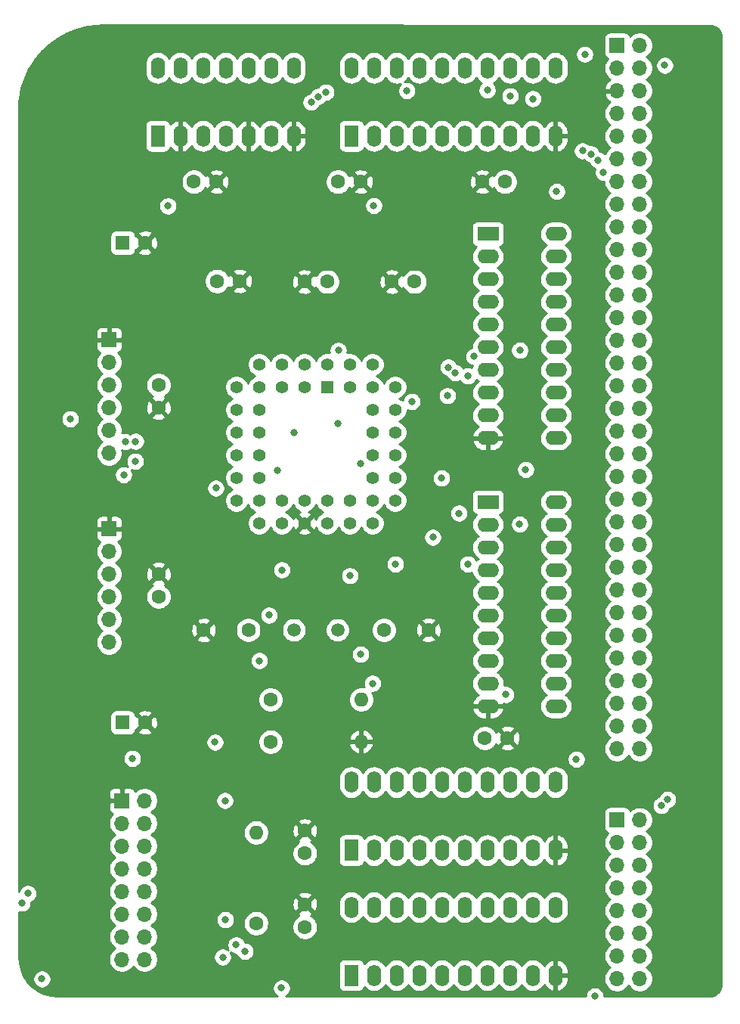
<source format=gbr>
G04 #@! TF.GenerationSoftware,KiCad,Pcbnew,(5.1.5-0-10_14)*
G04 #@! TF.CreationDate,2021-03-10T10:35:25+00:00*
G04 #@! TF.ProjectId,mc68681,6d633638-3638-4312-9e6b-696361645f70,rev?*
G04 #@! TF.SameCoordinates,Original*
G04 #@! TF.FileFunction,Copper,L2,Inr*
G04 #@! TF.FilePolarity,Positive*
%FSLAX46Y46*%
G04 Gerber Fmt 4.6, Leading zero omitted, Abs format (unit mm)*
G04 Created by KiCad (PCBNEW (5.1.5-0-10_14)) date 2021-03-10 10:35:25*
%MOMM*%
%LPD*%
G04 APERTURE LIST*
%ADD10O,1.600000X1.600000*%
%ADD11C,1.600000*%
%ADD12O,1.700000X1.700000*%
%ADD13R,1.700000X1.700000*%
%ADD14O,1.600000X2.400000*%
%ADD15R,1.600000X2.400000*%
%ADD16C,1.500000*%
%ADD17C,1.422400*%
%ADD18R,1.422400X1.422400*%
%ADD19C,1.600200*%
%ADD20O,2.400000X1.600000*%
%ADD21R,2.400000X1.600000*%
%ADD22R,1.600000X1.600000*%
%ADD23C,0.800000*%
%ADD24C,0.254000*%
G04 APERTURE END LIST*
D10*
X89800000Y-126850000D03*
D11*
X79640000Y-126850000D03*
D12*
X65540000Y-151220000D03*
X63000000Y-151220000D03*
X65540000Y-148680000D03*
X63000000Y-148680000D03*
X65540000Y-146140000D03*
X63000000Y-146140000D03*
X65540000Y-143600000D03*
X63000000Y-143600000D03*
X65540000Y-141060000D03*
X63000000Y-141060000D03*
X65540000Y-138520000D03*
X63000000Y-138520000D03*
X65540000Y-135980000D03*
X63000000Y-135980000D03*
X65540000Y-133440000D03*
D13*
X63000000Y-133440000D03*
D11*
X97350000Y-114340000D03*
X92350000Y-114340000D03*
X77160000Y-114360000D03*
X72160000Y-114360000D03*
D14*
X88700000Y-51430000D03*
X111560000Y-59050000D03*
X91240000Y-51430000D03*
X109020000Y-59050000D03*
X93780000Y-51430000D03*
X106480000Y-59050000D03*
X96320000Y-51430000D03*
X103940000Y-59050000D03*
X98860000Y-51430000D03*
X101400000Y-59050000D03*
X101400000Y-51430000D03*
X98860000Y-59050000D03*
X103940000Y-51430000D03*
X96320000Y-59050000D03*
X106480000Y-51430000D03*
X93780000Y-59050000D03*
X109020000Y-51430000D03*
X91240000Y-59050000D03*
X111560000Y-51430000D03*
D15*
X88700000Y-59050000D03*
D16*
X87150000Y-114340000D03*
X82270000Y-114340000D03*
D10*
X89800000Y-122120000D03*
D11*
X79640000Y-122120000D03*
D17*
X93610000Y-87156350D03*
X93610000Y-89696350D03*
X93610000Y-92236350D03*
X93610000Y-94776350D03*
X93610000Y-97316350D03*
X91070000Y-84616350D03*
X91070000Y-89696350D03*
X91070000Y-92236350D03*
X91070000Y-94776350D03*
X91070000Y-97316350D03*
X91070000Y-99856350D03*
X91070000Y-102396350D03*
X88530000Y-102396350D03*
X85990000Y-102396350D03*
X83450000Y-102396350D03*
X80910000Y-102396350D03*
X78370000Y-102396350D03*
X93610000Y-99856350D03*
X88530000Y-99856350D03*
X85990000Y-99856350D03*
X83450000Y-99856350D03*
X80910000Y-99856350D03*
X78370000Y-99856350D03*
X75830000Y-99856350D03*
X75830000Y-97316350D03*
X75830000Y-94776350D03*
X75830000Y-92236350D03*
X75830000Y-89696350D03*
X75830000Y-87156350D03*
X78370000Y-97316350D03*
X78370000Y-94776350D03*
X78370000Y-92236350D03*
X78370000Y-89696350D03*
X78370000Y-87156350D03*
X88530000Y-84616350D03*
X85990000Y-84616350D03*
X78370000Y-84616350D03*
X80910000Y-84616350D03*
X83450000Y-84616350D03*
X91070000Y-87156350D03*
X88530000Y-87156350D03*
X80910000Y-87156350D03*
X83450000Y-87156350D03*
D18*
X85990000Y-87156350D03*
D14*
X88700000Y-131380000D03*
X111560000Y-139000000D03*
X91240000Y-131380000D03*
X109020000Y-139000000D03*
X93780000Y-131380000D03*
X106480000Y-139000000D03*
X96320000Y-131380000D03*
X103940000Y-139000000D03*
X98860000Y-131380000D03*
X101400000Y-139000000D03*
X101400000Y-131380000D03*
X98860000Y-139000000D03*
X103940000Y-131380000D03*
X96320000Y-139000000D03*
X106480000Y-131380000D03*
X93780000Y-139000000D03*
X109020000Y-131380000D03*
X91240000Y-139000000D03*
X111560000Y-131380000D03*
D15*
X88700000Y-139000000D03*
D19*
X93235800Y-75355000D03*
X95775800Y-75355000D03*
X67100000Y-108080000D03*
X67100000Y-110620000D03*
X83450000Y-75355000D03*
X85990000Y-75355000D03*
X103644200Y-126450000D03*
X106184200Y-126450000D03*
X83500000Y-145044200D03*
X83500000Y-147584200D03*
X83500000Y-136815800D03*
X83500000Y-139355800D03*
X67100000Y-86920000D03*
X67100000Y-89460000D03*
X73664200Y-75280000D03*
X76204200Y-75280000D03*
X105904200Y-64175000D03*
X103364200Y-64175000D03*
X71060000Y-64175000D03*
X73600000Y-64175000D03*
X87212100Y-64175000D03*
X89752100Y-64175000D03*
D10*
X78025000Y-137015000D03*
D11*
X78025000Y-147175000D03*
D12*
X61550000Y-115700000D03*
X61550000Y-113160000D03*
X61550000Y-110620000D03*
X61550000Y-108080000D03*
X61550000Y-105540000D03*
D13*
X61550000Y-103000000D03*
D12*
X61550000Y-94540000D03*
X61550000Y-92000000D03*
X61550000Y-89460000D03*
X61550000Y-86920000D03*
X61550000Y-84380000D03*
D13*
X61550000Y-81840000D03*
D12*
X121000000Y-153380000D03*
X118460000Y-153380000D03*
X121000000Y-150840000D03*
X118460000Y-150840000D03*
X121000000Y-148300000D03*
X118460000Y-148300000D03*
X121000000Y-145760000D03*
X118460000Y-145760000D03*
X121000000Y-143220000D03*
X118460000Y-143220000D03*
X121000000Y-140680000D03*
X118460000Y-140680000D03*
X121000000Y-138140000D03*
X118460000Y-138140000D03*
X121000000Y-135600000D03*
D13*
X118460000Y-135600000D03*
D12*
X121000000Y-127640000D03*
X118460000Y-127640000D03*
X121000000Y-125100000D03*
X118460000Y-125100000D03*
X121000000Y-122560000D03*
X118460000Y-122560000D03*
X121000000Y-120020000D03*
X118460000Y-120020000D03*
X121000000Y-117480000D03*
X118460000Y-117480000D03*
X121000000Y-114940000D03*
X118460000Y-114940000D03*
X121000000Y-112400000D03*
X118460000Y-112400000D03*
X121000000Y-109860000D03*
X118460000Y-109860000D03*
X121000000Y-107320000D03*
X118460000Y-107320000D03*
X121000000Y-104780000D03*
X118460000Y-104780000D03*
X121000000Y-102240000D03*
X118460000Y-102240000D03*
X121000000Y-99700000D03*
X118460000Y-99700000D03*
X121000000Y-97160000D03*
X118460000Y-97160000D03*
X121000000Y-94620000D03*
X118460000Y-94620000D03*
X121000000Y-92080000D03*
X118460000Y-92080000D03*
X121000000Y-89540000D03*
X118460000Y-89540000D03*
X121000000Y-87000000D03*
X118460000Y-87000000D03*
X121000000Y-84460000D03*
X118460000Y-84460000D03*
X121000000Y-81920000D03*
X118460000Y-81920000D03*
X121000000Y-79380000D03*
X118460000Y-79380000D03*
X121000000Y-76840000D03*
X118460000Y-76840000D03*
X121000000Y-74300000D03*
X118460000Y-74300000D03*
X121000000Y-71760000D03*
X118460000Y-71760000D03*
X121000000Y-69220000D03*
X118460000Y-69220000D03*
X121000000Y-66680000D03*
X118460000Y-66680000D03*
X121000000Y-64140000D03*
X118460000Y-64140000D03*
X121000000Y-61600000D03*
X118460000Y-61600000D03*
X121000000Y-59060000D03*
X118460000Y-59060000D03*
X121000000Y-56520000D03*
X118460000Y-56520000D03*
X121000000Y-53980000D03*
X118460000Y-53980000D03*
X121000000Y-51440000D03*
X118460000Y-51440000D03*
X121000000Y-48900000D03*
D13*
X118460000Y-48900000D03*
D20*
X111620000Y-70000000D03*
X104000000Y-92860000D03*
X111620000Y-72540000D03*
X104000000Y-90320000D03*
X111620000Y-75080000D03*
X104000000Y-87780000D03*
X111620000Y-77620000D03*
X104000000Y-85240000D03*
X111620000Y-80160000D03*
X104000000Y-82700000D03*
X111620000Y-82700000D03*
X104000000Y-80160000D03*
X111620000Y-85240000D03*
X104000000Y-77620000D03*
X111620000Y-87780000D03*
X104000000Y-75080000D03*
X111620000Y-90320000D03*
X104000000Y-72540000D03*
X111620000Y-92860000D03*
D21*
X104000000Y-70000000D03*
D14*
X67000000Y-51430000D03*
X82240000Y-59050000D03*
X69540000Y-51430000D03*
X79700000Y-59050000D03*
X72080000Y-51430000D03*
X77160000Y-59050000D03*
X74620000Y-51430000D03*
X74620000Y-59050000D03*
X77160000Y-51430000D03*
X72080000Y-59050000D03*
X79700000Y-51430000D03*
X69540000Y-59050000D03*
X82240000Y-51430000D03*
D15*
X67000000Y-59050000D03*
D14*
X88700000Y-145380000D03*
X111560000Y-153000000D03*
X91240000Y-145380000D03*
X109020000Y-153000000D03*
X93780000Y-145380000D03*
X106480000Y-153000000D03*
X96320000Y-145380000D03*
X103940000Y-153000000D03*
X98860000Y-145380000D03*
X101400000Y-153000000D03*
X101400000Y-145380000D03*
X98860000Y-153000000D03*
X103940000Y-145380000D03*
X96320000Y-153000000D03*
X106480000Y-145380000D03*
X93780000Y-153000000D03*
X109020000Y-145380000D03*
X91240000Y-153000000D03*
X111560000Y-145380000D03*
D15*
X88700000Y-153000000D03*
D20*
X111620000Y-100000000D03*
X104000000Y-122860000D03*
X111620000Y-102540000D03*
X104000000Y-120320000D03*
X111620000Y-105080000D03*
X104000000Y-117780000D03*
X111620000Y-107620000D03*
X104000000Y-115240000D03*
X111620000Y-110160000D03*
X104000000Y-112700000D03*
X111620000Y-112700000D03*
X104000000Y-110160000D03*
X111620000Y-115240000D03*
X104000000Y-107620000D03*
X111620000Y-117780000D03*
X104000000Y-105080000D03*
X111620000Y-120320000D03*
X104000000Y-102540000D03*
X111620000Y-122860000D03*
D21*
X104000000Y-100000000D03*
D11*
X65592621Y-124710000D03*
D22*
X63092621Y-124710000D03*
D11*
X65592621Y-71000000D03*
D22*
X63092621Y-71000000D03*
D23*
X87170000Y-91190000D03*
X101738436Y-85905872D03*
X102410000Y-83730000D03*
X80910000Y-107620000D03*
X79470000Y-112690000D03*
X99554903Y-84926493D03*
X78390000Y-117780000D03*
X107572298Y-83022298D03*
X107550000Y-102500000D03*
X75790000Y-149590000D03*
X89700000Y-95740000D03*
X76790000Y-150325000D03*
X74290000Y-150980000D03*
X63199999Y-96970000D03*
X115975000Y-155325000D03*
X63370000Y-93250000D03*
X64500000Y-95450000D03*
X64525000Y-93225000D03*
X80875000Y-154424990D03*
X87240000Y-83040000D03*
X57210000Y-90710000D03*
X98810000Y-97340000D03*
X106000000Y-121575000D03*
X73530000Y-98460000D03*
X100747937Y-101267937D03*
X95470000Y-88767551D03*
X101750030Y-106970000D03*
X93630000Y-106970000D03*
X108222298Y-96387551D03*
X80430000Y-96460000D03*
X91080000Y-120330000D03*
X109020000Y-54875010D03*
X84190000Y-55270000D03*
X89740000Y-117070000D03*
X99460000Y-88120000D03*
X88540000Y-108270000D03*
X106480000Y-54550000D03*
X85006047Y-54625009D03*
X100320000Y-85545149D03*
X97820000Y-103960000D03*
X103930000Y-53900000D03*
X85844796Y-54127889D03*
X74584301Y-146790000D03*
X74540000Y-133440000D03*
X123800000Y-51125000D03*
X111700000Y-65250000D03*
X114583376Y-60700010D03*
X114850000Y-49890000D03*
X51820000Y-144920000D03*
X115536612Y-61050020D03*
X116300000Y-61725000D03*
X123416646Y-134005220D03*
X116950000Y-63125000D03*
X64170000Y-128730000D03*
X113890000Y-128810000D03*
X94920000Y-53974989D03*
X52470000Y-143839620D03*
X82310000Y-92230000D03*
X68150000Y-66870000D03*
X91200000Y-66840000D03*
X124120000Y-133330000D03*
X54040000Y-153410000D03*
X73430000Y-126900000D03*
D24*
G36*
X128767666Y-46657496D02*
G01*
X129060144Y-46686174D01*
X129310381Y-46761725D01*
X129541177Y-46884442D01*
X129743738Y-47049646D01*
X129910358Y-47251055D01*
X130034681Y-47480986D01*
X130111978Y-47730693D01*
X130142498Y-48021069D01*
X130140002Y-153967705D01*
X130111375Y-154259660D01*
X130035965Y-154509429D01*
X129913477Y-154739794D01*
X129748579Y-154941979D01*
X129547546Y-155108288D01*
X129318046Y-155232378D01*
X129068805Y-155309531D01*
X128778911Y-155340000D01*
X117010000Y-155340000D01*
X117010000Y-155223061D01*
X116970226Y-155023102D01*
X116892205Y-154834744D01*
X116778937Y-154665226D01*
X116634774Y-154521063D01*
X116465256Y-154407795D01*
X116276898Y-154329774D01*
X116076939Y-154290000D01*
X115873061Y-154290000D01*
X115673102Y-154329774D01*
X115484744Y-154407795D01*
X115315226Y-154521063D01*
X115171063Y-154665226D01*
X115057795Y-154834744D01*
X114979774Y-155023102D01*
X114940000Y-155223061D01*
X114940000Y-155340000D01*
X81368541Y-155340000D01*
X81534774Y-155228927D01*
X81678937Y-155084764D01*
X81792205Y-154915246D01*
X81870226Y-154726888D01*
X81910000Y-154526929D01*
X81910000Y-154323051D01*
X81870226Y-154123092D01*
X81792205Y-153934734D01*
X81678937Y-153765216D01*
X81534774Y-153621053D01*
X81365256Y-153507785D01*
X81176898Y-153429764D01*
X80976939Y-153389990D01*
X80773061Y-153389990D01*
X80573102Y-153429764D01*
X80384744Y-153507785D01*
X80215226Y-153621053D01*
X80071063Y-153765216D01*
X79957795Y-153934734D01*
X79879774Y-154123092D01*
X79840000Y-154323051D01*
X79840000Y-154526929D01*
X79879774Y-154726888D01*
X79957795Y-154915246D01*
X80071063Y-155084764D01*
X80215226Y-155228927D01*
X80381459Y-155340000D01*
X55829392Y-155340000D01*
X55031917Y-155268827D01*
X54288110Y-155065344D01*
X53592096Y-154733363D01*
X52965870Y-154283374D01*
X52429223Y-153729597D01*
X52145963Y-153308061D01*
X53005000Y-153308061D01*
X53005000Y-153511939D01*
X53044774Y-153711898D01*
X53122795Y-153900256D01*
X53236063Y-154069774D01*
X53380226Y-154213937D01*
X53549744Y-154327205D01*
X53738102Y-154405226D01*
X53938061Y-154445000D01*
X54141939Y-154445000D01*
X54341898Y-154405226D01*
X54530256Y-154327205D01*
X54699774Y-154213937D01*
X54843937Y-154069774D01*
X54957205Y-153900256D01*
X55035226Y-153711898D01*
X55075000Y-153511939D01*
X55075000Y-153308061D01*
X55035226Y-153108102D01*
X54957205Y-152919744D01*
X54843937Y-152750226D01*
X54699774Y-152606063D01*
X54530256Y-152492795D01*
X54341898Y-152414774D01*
X54141939Y-152375000D01*
X53938061Y-152375000D01*
X53738102Y-152414774D01*
X53549744Y-152492795D01*
X53380226Y-152606063D01*
X53236063Y-152750226D01*
X53122795Y-152919744D01*
X53044774Y-153108102D01*
X53005000Y-153308061D01*
X52145963Y-153308061D01*
X51999129Y-153089549D01*
X51689171Y-152383447D01*
X51507935Y-151628543D01*
X51459997Y-150975746D01*
X51459328Y-145890881D01*
X51518102Y-145915226D01*
X51718061Y-145955000D01*
X51921939Y-145955000D01*
X52121898Y-145915226D01*
X52310256Y-145837205D01*
X52479774Y-145723937D01*
X52623937Y-145579774D01*
X52737205Y-145410256D01*
X52815226Y-145221898D01*
X52855000Y-145021939D01*
X52855000Y-144818061D01*
X52851759Y-144801766D01*
X52960256Y-144756825D01*
X53129774Y-144643557D01*
X53273937Y-144499394D01*
X53387205Y-144329876D01*
X53465226Y-144141518D01*
X53505000Y-143941559D01*
X53505000Y-143737681D01*
X53465226Y-143537722D01*
X53387205Y-143349364D01*
X53273937Y-143179846D01*
X53129774Y-143035683D01*
X52960256Y-142922415D01*
X52771898Y-142844394D01*
X52571939Y-142804620D01*
X52368061Y-142804620D01*
X52168102Y-142844394D01*
X51979744Y-142922415D01*
X51810226Y-143035683D01*
X51666063Y-143179846D01*
X51552795Y-143349364D01*
X51474774Y-143537722D01*
X51459029Y-143616879D01*
X51457803Y-134290000D01*
X61511928Y-134290000D01*
X61524188Y-134414482D01*
X61560498Y-134534180D01*
X61619463Y-134644494D01*
X61698815Y-134741185D01*
X61795506Y-134820537D01*
X61905820Y-134879502D01*
X61978380Y-134901513D01*
X61846525Y-135033368D01*
X61684010Y-135276589D01*
X61572068Y-135546842D01*
X61515000Y-135833740D01*
X61515000Y-136126260D01*
X61572068Y-136413158D01*
X61684010Y-136683411D01*
X61846525Y-136926632D01*
X62053368Y-137133475D01*
X62227760Y-137250000D01*
X62053368Y-137366525D01*
X61846525Y-137573368D01*
X61684010Y-137816589D01*
X61572068Y-138086842D01*
X61515000Y-138373740D01*
X61515000Y-138666260D01*
X61572068Y-138953158D01*
X61684010Y-139223411D01*
X61846525Y-139466632D01*
X62053368Y-139673475D01*
X62227760Y-139790000D01*
X62053368Y-139906525D01*
X61846525Y-140113368D01*
X61684010Y-140356589D01*
X61572068Y-140626842D01*
X61515000Y-140913740D01*
X61515000Y-141206260D01*
X61572068Y-141493158D01*
X61684010Y-141763411D01*
X61846525Y-142006632D01*
X62053368Y-142213475D01*
X62227760Y-142330000D01*
X62053368Y-142446525D01*
X61846525Y-142653368D01*
X61684010Y-142896589D01*
X61572068Y-143166842D01*
X61515000Y-143453740D01*
X61515000Y-143746260D01*
X61572068Y-144033158D01*
X61684010Y-144303411D01*
X61846525Y-144546632D01*
X62053368Y-144753475D01*
X62227760Y-144870000D01*
X62053368Y-144986525D01*
X61846525Y-145193368D01*
X61684010Y-145436589D01*
X61572068Y-145706842D01*
X61515000Y-145993740D01*
X61515000Y-146286260D01*
X61572068Y-146573158D01*
X61684010Y-146843411D01*
X61846525Y-147086632D01*
X62053368Y-147293475D01*
X62227760Y-147410000D01*
X62053368Y-147526525D01*
X61846525Y-147733368D01*
X61684010Y-147976589D01*
X61572068Y-148246842D01*
X61515000Y-148533740D01*
X61515000Y-148826260D01*
X61572068Y-149113158D01*
X61684010Y-149383411D01*
X61846525Y-149626632D01*
X62053368Y-149833475D01*
X62227760Y-149950000D01*
X62053368Y-150066525D01*
X61846525Y-150273368D01*
X61684010Y-150516589D01*
X61572068Y-150786842D01*
X61515000Y-151073740D01*
X61515000Y-151366260D01*
X61572068Y-151653158D01*
X61684010Y-151923411D01*
X61846525Y-152166632D01*
X62053368Y-152373475D01*
X62296589Y-152535990D01*
X62566842Y-152647932D01*
X62853740Y-152705000D01*
X63146260Y-152705000D01*
X63433158Y-152647932D01*
X63703411Y-152535990D01*
X63946632Y-152373475D01*
X64153475Y-152166632D01*
X64270000Y-151992240D01*
X64386525Y-152166632D01*
X64593368Y-152373475D01*
X64836589Y-152535990D01*
X65106842Y-152647932D01*
X65393740Y-152705000D01*
X65686260Y-152705000D01*
X65973158Y-152647932D01*
X66243411Y-152535990D01*
X66486632Y-152373475D01*
X66693475Y-152166632D01*
X66855990Y-151923411D01*
X66967932Y-151653158D01*
X67025000Y-151366260D01*
X67025000Y-151073740D01*
X66986077Y-150878061D01*
X73255000Y-150878061D01*
X73255000Y-151081939D01*
X73294774Y-151281898D01*
X73372795Y-151470256D01*
X73486063Y-151639774D01*
X73630226Y-151783937D01*
X73799744Y-151897205D01*
X73988102Y-151975226D01*
X74188061Y-152015000D01*
X74391939Y-152015000D01*
X74591898Y-151975226D01*
X74780256Y-151897205D01*
X74925733Y-151800000D01*
X87261928Y-151800000D01*
X87261928Y-154200000D01*
X87274188Y-154324482D01*
X87310498Y-154444180D01*
X87369463Y-154554494D01*
X87448815Y-154651185D01*
X87545506Y-154730537D01*
X87655820Y-154789502D01*
X87775518Y-154825812D01*
X87900000Y-154838072D01*
X89500000Y-154838072D01*
X89624482Y-154825812D01*
X89744180Y-154789502D01*
X89854494Y-154730537D01*
X89951185Y-154651185D01*
X90030537Y-154554494D01*
X90089502Y-154444180D01*
X90125812Y-154324482D01*
X90127581Y-154306517D01*
X90220393Y-154419608D01*
X90438900Y-154598932D01*
X90688193Y-154732182D01*
X90958692Y-154814236D01*
X91240000Y-154841943D01*
X91521309Y-154814236D01*
X91791808Y-154732182D01*
X92041101Y-154598932D01*
X92259608Y-154419608D01*
X92438932Y-154201101D01*
X92510000Y-154068142D01*
X92581068Y-154201101D01*
X92760393Y-154419608D01*
X92978900Y-154598932D01*
X93228193Y-154732182D01*
X93498692Y-154814236D01*
X93780000Y-154841943D01*
X94061309Y-154814236D01*
X94331808Y-154732182D01*
X94581101Y-154598932D01*
X94799608Y-154419608D01*
X94978932Y-154201101D01*
X95050000Y-154068142D01*
X95121068Y-154201101D01*
X95300393Y-154419608D01*
X95518900Y-154598932D01*
X95768193Y-154732182D01*
X96038692Y-154814236D01*
X96320000Y-154841943D01*
X96601309Y-154814236D01*
X96871808Y-154732182D01*
X97121101Y-154598932D01*
X97339608Y-154419608D01*
X97518932Y-154201101D01*
X97590000Y-154068142D01*
X97661068Y-154201101D01*
X97840393Y-154419608D01*
X98058900Y-154598932D01*
X98308193Y-154732182D01*
X98578692Y-154814236D01*
X98860000Y-154841943D01*
X99141309Y-154814236D01*
X99411808Y-154732182D01*
X99661101Y-154598932D01*
X99879608Y-154419608D01*
X100058932Y-154201101D01*
X100130000Y-154068142D01*
X100201068Y-154201101D01*
X100380393Y-154419608D01*
X100598900Y-154598932D01*
X100848193Y-154732182D01*
X101118692Y-154814236D01*
X101400000Y-154841943D01*
X101681309Y-154814236D01*
X101951808Y-154732182D01*
X102201101Y-154598932D01*
X102419608Y-154419608D01*
X102598932Y-154201101D01*
X102670000Y-154068142D01*
X102741068Y-154201101D01*
X102920393Y-154419608D01*
X103138900Y-154598932D01*
X103388193Y-154732182D01*
X103658692Y-154814236D01*
X103940000Y-154841943D01*
X104221309Y-154814236D01*
X104491808Y-154732182D01*
X104741101Y-154598932D01*
X104959608Y-154419608D01*
X105138932Y-154201101D01*
X105210000Y-154068142D01*
X105281068Y-154201101D01*
X105460393Y-154419608D01*
X105678900Y-154598932D01*
X105928193Y-154732182D01*
X106198692Y-154814236D01*
X106480000Y-154841943D01*
X106761309Y-154814236D01*
X107031808Y-154732182D01*
X107281101Y-154598932D01*
X107499608Y-154419608D01*
X107678932Y-154201101D01*
X107750000Y-154068142D01*
X107821068Y-154201101D01*
X108000393Y-154419608D01*
X108218900Y-154598932D01*
X108468193Y-154732182D01*
X108738692Y-154814236D01*
X109020000Y-154841943D01*
X109301309Y-154814236D01*
X109571808Y-154732182D01*
X109821101Y-154598932D01*
X110039608Y-154419608D01*
X110218932Y-154201101D01*
X110287265Y-154073259D01*
X110437399Y-154302839D01*
X110635105Y-154504500D01*
X110868354Y-154663715D01*
X111128182Y-154774367D01*
X111210961Y-154791904D01*
X111433000Y-154669915D01*
X111433000Y-153127000D01*
X111687000Y-153127000D01*
X111687000Y-154669915D01*
X111909039Y-154791904D01*
X111991818Y-154774367D01*
X112251646Y-154663715D01*
X112484895Y-154504500D01*
X112682601Y-154302839D01*
X112837166Y-154066483D01*
X112942650Y-153804514D01*
X112995000Y-153527000D01*
X112995000Y-153127000D01*
X111687000Y-153127000D01*
X111433000Y-153127000D01*
X111413000Y-153127000D01*
X111413000Y-152873000D01*
X111433000Y-152873000D01*
X111433000Y-151330085D01*
X111687000Y-151330085D01*
X111687000Y-152873000D01*
X112995000Y-152873000D01*
X112995000Y-152473000D01*
X112942650Y-152195486D01*
X112837166Y-151933517D01*
X112682601Y-151697161D01*
X112484895Y-151495500D01*
X112251646Y-151336285D01*
X111991818Y-151225633D01*
X111909039Y-151208096D01*
X111687000Y-151330085D01*
X111433000Y-151330085D01*
X111210961Y-151208096D01*
X111128182Y-151225633D01*
X110868354Y-151336285D01*
X110635105Y-151495500D01*
X110437399Y-151697161D01*
X110287265Y-151926741D01*
X110218932Y-151798899D01*
X110039607Y-151580392D01*
X109821100Y-151401068D01*
X109571807Y-151267818D01*
X109301308Y-151185764D01*
X109020000Y-151158057D01*
X108738691Y-151185764D01*
X108468192Y-151267818D01*
X108218899Y-151401068D01*
X108000392Y-151580393D01*
X107821068Y-151798900D01*
X107750000Y-151931858D01*
X107678932Y-151798899D01*
X107499607Y-151580392D01*
X107281100Y-151401068D01*
X107031807Y-151267818D01*
X106761308Y-151185764D01*
X106480000Y-151158057D01*
X106198691Y-151185764D01*
X105928192Y-151267818D01*
X105678899Y-151401068D01*
X105460392Y-151580393D01*
X105281068Y-151798900D01*
X105210000Y-151931858D01*
X105138932Y-151798899D01*
X104959607Y-151580392D01*
X104741100Y-151401068D01*
X104491807Y-151267818D01*
X104221308Y-151185764D01*
X103940000Y-151158057D01*
X103658691Y-151185764D01*
X103388192Y-151267818D01*
X103138899Y-151401068D01*
X102920392Y-151580393D01*
X102741068Y-151798900D01*
X102670000Y-151931858D01*
X102598932Y-151798899D01*
X102419607Y-151580392D01*
X102201100Y-151401068D01*
X101951807Y-151267818D01*
X101681308Y-151185764D01*
X101400000Y-151158057D01*
X101118691Y-151185764D01*
X100848192Y-151267818D01*
X100598899Y-151401068D01*
X100380392Y-151580393D01*
X100201068Y-151798900D01*
X100130000Y-151931858D01*
X100058932Y-151798899D01*
X99879607Y-151580392D01*
X99661100Y-151401068D01*
X99411807Y-151267818D01*
X99141308Y-151185764D01*
X98860000Y-151158057D01*
X98578691Y-151185764D01*
X98308192Y-151267818D01*
X98058899Y-151401068D01*
X97840392Y-151580393D01*
X97661068Y-151798900D01*
X97590000Y-151931858D01*
X97518932Y-151798899D01*
X97339607Y-151580392D01*
X97121100Y-151401068D01*
X96871807Y-151267818D01*
X96601308Y-151185764D01*
X96320000Y-151158057D01*
X96038691Y-151185764D01*
X95768192Y-151267818D01*
X95518899Y-151401068D01*
X95300392Y-151580393D01*
X95121068Y-151798900D01*
X95050000Y-151931858D01*
X94978932Y-151798899D01*
X94799607Y-151580392D01*
X94581100Y-151401068D01*
X94331807Y-151267818D01*
X94061308Y-151185764D01*
X93780000Y-151158057D01*
X93498691Y-151185764D01*
X93228192Y-151267818D01*
X92978899Y-151401068D01*
X92760392Y-151580393D01*
X92581068Y-151798900D01*
X92510000Y-151931858D01*
X92438932Y-151798899D01*
X92259607Y-151580392D01*
X92041100Y-151401068D01*
X91791807Y-151267818D01*
X91521308Y-151185764D01*
X91240000Y-151158057D01*
X90958691Y-151185764D01*
X90688192Y-151267818D01*
X90438899Y-151401068D01*
X90220392Y-151580393D01*
X90127581Y-151693483D01*
X90125812Y-151675518D01*
X90089502Y-151555820D01*
X90030537Y-151445506D01*
X89951185Y-151348815D01*
X89854494Y-151269463D01*
X89744180Y-151210498D01*
X89624482Y-151174188D01*
X89500000Y-151161928D01*
X87900000Y-151161928D01*
X87775518Y-151174188D01*
X87655820Y-151210498D01*
X87545506Y-151269463D01*
X87448815Y-151348815D01*
X87369463Y-151445506D01*
X87310498Y-151555820D01*
X87274188Y-151675518D01*
X87261928Y-151800000D01*
X74925733Y-151800000D01*
X74949774Y-151783937D01*
X75093937Y-151639774D01*
X75207205Y-151470256D01*
X75285226Y-151281898D01*
X75325000Y-151081939D01*
X75325000Y-150878061D01*
X75285226Y-150678102D01*
X75207205Y-150489744D01*
X75153644Y-150409585D01*
X75299744Y-150507205D01*
X75488102Y-150585226D01*
X75688061Y-150625000D01*
X75794396Y-150625000D01*
X75794774Y-150626898D01*
X75872795Y-150815256D01*
X75986063Y-150984774D01*
X76130226Y-151128937D01*
X76299744Y-151242205D01*
X76488102Y-151320226D01*
X76688061Y-151360000D01*
X76891939Y-151360000D01*
X77091898Y-151320226D01*
X77280256Y-151242205D01*
X77449774Y-151128937D01*
X77593937Y-150984774D01*
X77707205Y-150815256D01*
X77785226Y-150626898D01*
X77825000Y-150426939D01*
X77825000Y-150223061D01*
X77785226Y-150023102D01*
X77707205Y-149834744D01*
X77593937Y-149665226D01*
X77449774Y-149521063D01*
X77280256Y-149407795D01*
X77091898Y-149329774D01*
X76891939Y-149290000D01*
X76785604Y-149290000D01*
X76785226Y-149288102D01*
X76707205Y-149099744D01*
X76593937Y-148930226D01*
X76449774Y-148786063D01*
X76280256Y-148672795D01*
X76091898Y-148594774D01*
X75891939Y-148555000D01*
X75688061Y-148555000D01*
X75488102Y-148594774D01*
X75299744Y-148672795D01*
X75130226Y-148786063D01*
X74986063Y-148930226D01*
X74872795Y-149099744D01*
X74794774Y-149288102D01*
X74755000Y-149488061D01*
X74755000Y-149691939D01*
X74794774Y-149891898D01*
X74872795Y-150080256D01*
X74926356Y-150160415D01*
X74780256Y-150062795D01*
X74591898Y-149984774D01*
X74391939Y-149945000D01*
X74188061Y-149945000D01*
X73988102Y-149984774D01*
X73799744Y-150062795D01*
X73630226Y-150176063D01*
X73486063Y-150320226D01*
X73372795Y-150489744D01*
X73294774Y-150678102D01*
X73255000Y-150878061D01*
X66986077Y-150878061D01*
X66967932Y-150786842D01*
X66855990Y-150516589D01*
X66693475Y-150273368D01*
X66486632Y-150066525D01*
X66312240Y-149950000D01*
X66486632Y-149833475D01*
X66693475Y-149626632D01*
X66855990Y-149383411D01*
X66967932Y-149113158D01*
X67025000Y-148826260D01*
X67025000Y-148533740D01*
X66967932Y-148246842D01*
X66855990Y-147976589D01*
X66693475Y-147733368D01*
X66486632Y-147526525D01*
X66312240Y-147410000D01*
X66486632Y-147293475D01*
X66693475Y-147086632D01*
X66855990Y-146843411D01*
X66920337Y-146688061D01*
X73549301Y-146688061D01*
X73549301Y-146891939D01*
X73589075Y-147091898D01*
X73667096Y-147280256D01*
X73780364Y-147449774D01*
X73924527Y-147593937D01*
X74094045Y-147707205D01*
X74282403Y-147785226D01*
X74482362Y-147825000D01*
X74686240Y-147825000D01*
X74886199Y-147785226D01*
X75074557Y-147707205D01*
X75244075Y-147593937D01*
X75388238Y-147449774D01*
X75501506Y-147280256D01*
X75579527Y-147091898D01*
X75591110Y-147033665D01*
X76590000Y-147033665D01*
X76590000Y-147316335D01*
X76645147Y-147593574D01*
X76753320Y-147854727D01*
X76910363Y-148089759D01*
X77110241Y-148289637D01*
X77345273Y-148446680D01*
X77606426Y-148554853D01*
X77883665Y-148610000D01*
X78166335Y-148610000D01*
X78443574Y-148554853D01*
X78704727Y-148446680D01*
X78939759Y-148289637D01*
X79139637Y-148089759D01*
X79296680Y-147854727D01*
X79404853Y-147593574D01*
X79434833Y-147442855D01*
X82064900Y-147442855D01*
X82064900Y-147725545D01*
X82120050Y-148002803D01*
X82228231Y-148263975D01*
X82385285Y-148499023D01*
X82585177Y-148698915D01*
X82820225Y-148855969D01*
X83081397Y-148964150D01*
X83358655Y-149019300D01*
X83641345Y-149019300D01*
X83918603Y-148964150D01*
X84179775Y-148855969D01*
X84414823Y-148698915D01*
X84614715Y-148499023D01*
X84771769Y-148263975D01*
X84879950Y-148002803D01*
X84935100Y-147725545D01*
X84935100Y-147442855D01*
X84879950Y-147165597D01*
X84771769Y-146904425D01*
X84614715Y-146669377D01*
X84414823Y-146469485D01*
X84181068Y-146313295D01*
X84241574Y-146280954D01*
X84313169Y-146036974D01*
X83500000Y-145223805D01*
X82686831Y-146036974D01*
X82758426Y-146280954D01*
X82822744Y-146311388D01*
X82820225Y-146312431D01*
X82585177Y-146469485D01*
X82385285Y-146669377D01*
X82228231Y-146904425D01*
X82120050Y-147165597D01*
X82064900Y-147442855D01*
X79434833Y-147442855D01*
X79460000Y-147316335D01*
X79460000Y-147033665D01*
X79404853Y-146756426D01*
X79296680Y-146495273D01*
X79139637Y-146260241D01*
X78939759Y-146060363D01*
X78704727Y-145903320D01*
X78443574Y-145795147D01*
X78166335Y-145740000D01*
X77883665Y-145740000D01*
X77606426Y-145795147D01*
X77345273Y-145903320D01*
X77110241Y-146060363D01*
X76910363Y-146260241D01*
X76753320Y-146495273D01*
X76645147Y-146756426D01*
X76590000Y-147033665D01*
X75591110Y-147033665D01*
X75619301Y-146891939D01*
X75619301Y-146688061D01*
X75579527Y-146488102D01*
X75501506Y-146299744D01*
X75388238Y-146130226D01*
X75244075Y-145986063D01*
X75074557Y-145872795D01*
X74886199Y-145794774D01*
X74686240Y-145755000D01*
X74482362Y-145755000D01*
X74282403Y-145794774D01*
X74094045Y-145872795D01*
X73924527Y-145986063D01*
X73780364Y-146130226D01*
X73667096Y-146299744D01*
X73589075Y-146488102D01*
X73549301Y-146688061D01*
X66920337Y-146688061D01*
X66967932Y-146573158D01*
X67025000Y-146286260D01*
X67025000Y-145993740D01*
X66967932Y-145706842D01*
X66855990Y-145436589D01*
X66693475Y-145193368D01*
X66614815Y-145114708D01*
X82059680Y-145114708D01*
X82101111Y-145394347D01*
X82196300Y-145660528D01*
X82263246Y-145785774D01*
X82507226Y-145857369D01*
X83320395Y-145044200D01*
X83679605Y-145044200D01*
X84492774Y-145857369D01*
X84736754Y-145785774D01*
X84857664Y-145530246D01*
X84926400Y-145256039D01*
X84940320Y-144973692D01*
X84930811Y-144909509D01*
X87265000Y-144909509D01*
X87265000Y-145850492D01*
X87285764Y-146061309D01*
X87367818Y-146331808D01*
X87501068Y-146581101D01*
X87680393Y-146799608D01*
X87898900Y-146978932D01*
X88148193Y-147112182D01*
X88418692Y-147194236D01*
X88700000Y-147221943D01*
X88981309Y-147194236D01*
X89251808Y-147112182D01*
X89501101Y-146978932D01*
X89719608Y-146799608D01*
X89898932Y-146581101D01*
X89970000Y-146448142D01*
X90041068Y-146581101D01*
X90220393Y-146799608D01*
X90438900Y-146978932D01*
X90688193Y-147112182D01*
X90958692Y-147194236D01*
X91240000Y-147221943D01*
X91521309Y-147194236D01*
X91791808Y-147112182D01*
X92041101Y-146978932D01*
X92259608Y-146799608D01*
X92438932Y-146581101D01*
X92510000Y-146448142D01*
X92581068Y-146581101D01*
X92760393Y-146799608D01*
X92978900Y-146978932D01*
X93228193Y-147112182D01*
X93498692Y-147194236D01*
X93780000Y-147221943D01*
X94061309Y-147194236D01*
X94331808Y-147112182D01*
X94581101Y-146978932D01*
X94799608Y-146799608D01*
X94978932Y-146581101D01*
X95050000Y-146448142D01*
X95121068Y-146581101D01*
X95300393Y-146799608D01*
X95518900Y-146978932D01*
X95768193Y-147112182D01*
X96038692Y-147194236D01*
X96320000Y-147221943D01*
X96601309Y-147194236D01*
X96871808Y-147112182D01*
X97121101Y-146978932D01*
X97339608Y-146799608D01*
X97518932Y-146581101D01*
X97590000Y-146448142D01*
X97661068Y-146581101D01*
X97840393Y-146799608D01*
X98058900Y-146978932D01*
X98308193Y-147112182D01*
X98578692Y-147194236D01*
X98860000Y-147221943D01*
X99141309Y-147194236D01*
X99411808Y-147112182D01*
X99661101Y-146978932D01*
X99879608Y-146799608D01*
X100058932Y-146581101D01*
X100130000Y-146448142D01*
X100201068Y-146581101D01*
X100380393Y-146799608D01*
X100598900Y-146978932D01*
X100848193Y-147112182D01*
X101118692Y-147194236D01*
X101400000Y-147221943D01*
X101681309Y-147194236D01*
X101951808Y-147112182D01*
X102201101Y-146978932D01*
X102419608Y-146799608D01*
X102598932Y-146581101D01*
X102670000Y-146448142D01*
X102741068Y-146581101D01*
X102920393Y-146799608D01*
X103138900Y-146978932D01*
X103388193Y-147112182D01*
X103658692Y-147194236D01*
X103940000Y-147221943D01*
X104221309Y-147194236D01*
X104491808Y-147112182D01*
X104741101Y-146978932D01*
X104959608Y-146799608D01*
X105138932Y-146581101D01*
X105210000Y-146448142D01*
X105281068Y-146581101D01*
X105460393Y-146799608D01*
X105678900Y-146978932D01*
X105928193Y-147112182D01*
X106198692Y-147194236D01*
X106480000Y-147221943D01*
X106761309Y-147194236D01*
X107031808Y-147112182D01*
X107281101Y-146978932D01*
X107499608Y-146799608D01*
X107678932Y-146581101D01*
X107750000Y-146448142D01*
X107821068Y-146581101D01*
X108000393Y-146799608D01*
X108218900Y-146978932D01*
X108468193Y-147112182D01*
X108738692Y-147194236D01*
X109020000Y-147221943D01*
X109301309Y-147194236D01*
X109571808Y-147112182D01*
X109821101Y-146978932D01*
X110039608Y-146799608D01*
X110218932Y-146581101D01*
X110290000Y-146448142D01*
X110361068Y-146581101D01*
X110540393Y-146799608D01*
X110758900Y-146978932D01*
X111008193Y-147112182D01*
X111278692Y-147194236D01*
X111560000Y-147221943D01*
X111841309Y-147194236D01*
X112111808Y-147112182D01*
X112361101Y-146978932D01*
X112579608Y-146799608D01*
X112758932Y-146581101D01*
X112892182Y-146331808D01*
X112974236Y-146061309D01*
X112995000Y-145850491D01*
X112995000Y-144909508D01*
X112974236Y-144698691D01*
X112892182Y-144428192D01*
X112758932Y-144178899D01*
X112579607Y-143960392D01*
X112361100Y-143781068D01*
X112111807Y-143647818D01*
X111841308Y-143565764D01*
X111560000Y-143538057D01*
X111278691Y-143565764D01*
X111008192Y-143647818D01*
X110758899Y-143781068D01*
X110540392Y-143960393D01*
X110361068Y-144178900D01*
X110290000Y-144311858D01*
X110218932Y-144178899D01*
X110039607Y-143960392D01*
X109821100Y-143781068D01*
X109571807Y-143647818D01*
X109301308Y-143565764D01*
X109020000Y-143538057D01*
X108738691Y-143565764D01*
X108468192Y-143647818D01*
X108218899Y-143781068D01*
X108000392Y-143960393D01*
X107821068Y-144178900D01*
X107750000Y-144311858D01*
X107678932Y-144178899D01*
X107499607Y-143960392D01*
X107281100Y-143781068D01*
X107031807Y-143647818D01*
X106761308Y-143565764D01*
X106480000Y-143538057D01*
X106198691Y-143565764D01*
X105928192Y-143647818D01*
X105678899Y-143781068D01*
X105460392Y-143960393D01*
X105281068Y-144178900D01*
X105210000Y-144311858D01*
X105138932Y-144178899D01*
X104959607Y-143960392D01*
X104741100Y-143781068D01*
X104491807Y-143647818D01*
X104221308Y-143565764D01*
X103940000Y-143538057D01*
X103658691Y-143565764D01*
X103388192Y-143647818D01*
X103138899Y-143781068D01*
X102920392Y-143960393D01*
X102741068Y-144178900D01*
X102670000Y-144311858D01*
X102598932Y-144178899D01*
X102419607Y-143960392D01*
X102201100Y-143781068D01*
X101951807Y-143647818D01*
X101681308Y-143565764D01*
X101400000Y-143538057D01*
X101118691Y-143565764D01*
X100848192Y-143647818D01*
X100598899Y-143781068D01*
X100380392Y-143960393D01*
X100201068Y-144178900D01*
X100130000Y-144311858D01*
X100058932Y-144178899D01*
X99879607Y-143960392D01*
X99661100Y-143781068D01*
X99411807Y-143647818D01*
X99141308Y-143565764D01*
X98860000Y-143538057D01*
X98578691Y-143565764D01*
X98308192Y-143647818D01*
X98058899Y-143781068D01*
X97840392Y-143960393D01*
X97661068Y-144178900D01*
X97590000Y-144311858D01*
X97518932Y-144178899D01*
X97339607Y-143960392D01*
X97121100Y-143781068D01*
X96871807Y-143647818D01*
X96601308Y-143565764D01*
X96320000Y-143538057D01*
X96038691Y-143565764D01*
X95768192Y-143647818D01*
X95518899Y-143781068D01*
X95300392Y-143960393D01*
X95121068Y-144178900D01*
X95050000Y-144311858D01*
X94978932Y-144178899D01*
X94799607Y-143960392D01*
X94581100Y-143781068D01*
X94331807Y-143647818D01*
X94061308Y-143565764D01*
X93780000Y-143538057D01*
X93498691Y-143565764D01*
X93228192Y-143647818D01*
X92978899Y-143781068D01*
X92760392Y-143960393D01*
X92581068Y-144178900D01*
X92510000Y-144311858D01*
X92438932Y-144178899D01*
X92259607Y-143960392D01*
X92041100Y-143781068D01*
X91791807Y-143647818D01*
X91521308Y-143565764D01*
X91240000Y-143538057D01*
X90958691Y-143565764D01*
X90688192Y-143647818D01*
X90438899Y-143781068D01*
X90220392Y-143960393D01*
X90041068Y-144178900D01*
X89970000Y-144311858D01*
X89898932Y-144178899D01*
X89719607Y-143960392D01*
X89501100Y-143781068D01*
X89251807Y-143647818D01*
X88981308Y-143565764D01*
X88700000Y-143538057D01*
X88418691Y-143565764D01*
X88148192Y-143647818D01*
X87898899Y-143781068D01*
X87680392Y-143960393D01*
X87501068Y-144178900D01*
X87367818Y-144428193D01*
X87285764Y-144698692D01*
X87265000Y-144909509D01*
X84930811Y-144909509D01*
X84898889Y-144694053D01*
X84803700Y-144427872D01*
X84736754Y-144302626D01*
X84492774Y-144231031D01*
X83679605Y-145044200D01*
X83320395Y-145044200D01*
X82507226Y-144231031D01*
X82263246Y-144302626D01*
X82142336Y-144558154D01*
X82073600Y-144832361D01*
X82059680Y-145114708D01*
X66614815Y-145114708D01*
X66486632Y-144986525D01*
X66312240Y-144870000D01*
X66486632Y-144753475D01*
X66693475Y-144546632D01*
X66855990Y-144303411D01*
X66960365Y-144051426D01*
X82686831Y-144051426D01*
X83500000Y-144864595D01*
X84313169Y-144051426D01*
X84241574Y-143807446D01*
X83986046Y-143686536D01*
X83711839Y-143617800D01*
X83429492Y-143603880D01*
X83149853Y-143645311D01*
X82883672Y-143740500D01*
X82758426Y-143807446D01*
X82686831Y-144051426D01*
X66960365Y-144051426D01*
X66967932Y-144033158D01*
X67025000Y-143746260D01*
X67025000Y-143453740D01*
X66967932Y-143166842D01*
X66855990Y-142896589D01*
X66693475Y-142653368D01*
X66486632Y-142446525D01*
X66312240Y-142330000D01*
X66486632Y-142213475D01*
X66693475Y-142006632D01*
X66855990Y-141763411D01*
X66967932Y-141493158D01*
X67025000Y-141206260D01*
X67025000Y-140913740D01*
X66967932Y-140626842D01*
X66855990Y-140356589D01*
X66693475Y-140113368D01*
X66486632Y-139906525D01*
X66312240Y-139790000D01*
X66486632Y-139673475D01*
X66693475Y-139466632D01*
X66855990Y-139223411D01*
X66859699Y-139214455D01*
X82064900Y-139214455D01*
X82064900Y-139497145D01*
X82120050Y-139774403D01*
X82228231Y-140035575D01*
X82385285Y-140270623D01*
X82585177Y-140470515D01*
X82820225Y-140627569D01*
X83081397Y-140735750D01*
X83358655Y-140790900D01*
X83641345Y-140790900D01*
X83918603Y-140735750D01*
X84179775Y-140627569D01*
X84414823Y-140470515D01*
X84614715Y-140270623D01*
X84771769Y-140035575D01*
X84879950Y-139774403D01*
X84935100Y-139497145D01*
X84935100Y-139214455D01*
X84879950Y-138937197D01*
X84771769Y-138676025D01*
X84614715Y-138440977D01*
X84414823Y-138241085D01*
X84181068Y-138084895D01*
X84241574Y-138052554D01*
X84313169Y-137808574D01*
X84304595Y-137800000D01*
X87261928Y-137800000D01*
X87261928Y-140200000D01*
X87274188Y-140324482D01*
X87310498Y-140444180D01*
X87369463Y-140554494D01*
X87448815Y-140651185D01*
X87545506Y-140730537D01*
X87655820Y-140789502D01*
X87775518Y-140825812D01*
X87900000Y-140838072D01*
X89500000Y-140838072D01*
X89624482Y-140825812D01*
X89744180Y-140789502D01*
X89854494Y-140730537D01*
X89951185Y-140651185D01*
X90030537Y-140554494D01*
X90089502Y-140444180D01*
X90125812Y-140324482D01*
X90127581Y-140306517D01*
X90220393Y-140419608D01*
X90438900Y-140598932D01*
X90688193Y-140732182D01*
X90958692Y-140814236D01*
X91240000Y-140841943D01*
X91521309Y-140814236D01*
X91791808Y-140732182D01*
X92041101Y-140598932D01*
X92259608Y-140419608D01*
X92438932Y-140201101D01*
X92510000Y-140068142D01*
X92581068Y-140201101D01*
X92760393Y-140419608D01*
X92978900Y-140598932D01*
X93228193Y-140732182D01*
X93498692Y-140814236D01*
X93780000Y-140841943D01*
X94061309Y-140814236D01*
X94331808Y-140732182D01*
X94581101Y-140598932D01*
X94799608Y-140419608D01*
X94978932Y-140201101D01*
X95050000Y-140068142D01*
X95121068Y-140201101D01*
X95300393Y-140419608D01*
X95518900Y-140598932D01*
X95768193Y-140732182D01*
X96038692Y-140814236D01*
X96320000Y-140841943D01*
X96601309Y-140814236D01*
X96871808Y-140732182D01*
X97121101Y-140598932D01*
X97339608Y-140419608D01*
X97518932Y-140201101D01*
X97590000Y-140068142D01*
X97661068Y-140201101D01*
X97840393Y-140419608D01*
X98058900Y-140598932D01*
X98308193Y-140732182D01*
X98578692Y-140814236D01*
X98860000Y-140841943D01*
X99141309Y-140814236D01*
X99411808Y-140732182D01*
X99661101Y-140598932D01*
X99879608Y-140419608D01*
X100058932Y-140201101D01*
X100130000Y-140068142D01*
X100201068Y-140201101D01*
X100380393Y-140419608D01*
X100598900Y-140598932D01*
X100848193Y-140732182D01*
X101118692Y-140814236D01*
X101400000Y-140841943D01*
X101681309Y-140814236D01*
X101951808Y-140732182D01*
X102201101Y-140598932D01*
X102419608Y-140419608D01*
X102598932Y-140201101D01*
X102670000Y-140068142D01*
X102741068Y-140201101D01*
X102920393Y-140419608D01*
X103138900Y-140598932D01*
X103388193Y-140732182D01*
X103658692Y-140814236D01*
X103940000Y-140841943D01*
X104221309Y-140814236D01*
X104491808Y-140732182D01*
X104741101Y-140598932D01*
X104959608Y-140419608D01*
X105138932Y-140201101D01*
X105210000Y-140068142D01*
X105281068Y-140201101D01*
X105460393Y-140419608D01*
X105678900Y-140598932D01*
X105928193Y-140732182D01*
X106198692Y-140814236D01*
X106480000Y-140841943D01*
X106761309Y-140814236D01*
X107031808Y-140732182D01*
X107281101Y-140598932D01*
X107499608Y-140419608D01*
X107678932Y-140201101D01*
X107750000Y-140068142D01*
X107821068Y-140201101D01*
X108000393Y-140419608D01*
X108218900Y-140598932D01*
X108468193Y-140732182D01*
X108738692Y-140814236D01*
X109020000Y-140841943D01*
X109301309Y-140814236D01*
X109571808Y-140732182D01*
X109821101Y-140598932D01*
X110039608Y-140419608D01*
X110218932Y-140201101D01*
X110287265Y-140073259D01*
X110437399Y-140302839D01*
X110635105Y-140504500D01*
X110868354Y-140663715D01*
X111128182Y-140774367D01*
X111210961Y-140791904D01*
X111433000Y-140669915D01*
X111433000Y-139127000D01*
X111687000Y-139127000D01*
X111687000Y-140669915D01*
X111909039Y-140791904D01*
X111991818Y-140774367D01*
X112251646Y-140663715D01*
X112484895Y-140504500D01*
X112682601Y-140302839D01*
X112837166Y-140066483D01*
X112942650Y-139804514D01*
X112995000Y-139527000D01*
X112995000Y-139127000D01*
X111687000Y-139127000D01*
X111433000Y-139127000D01*
X111413000Y-139127000D01*
X111413000Y-138873000D01*
X111433000Y-138873000D01*
X111433000Y-137330085D01*
X111687000Y-137330085D01*
X111687000Y-138873000D01*
X112995000Y-138873000D01*
X112995000Y-138473000D01*
X112942650Y-138195486D01*
X112837166Y-137933517D01*
X112682601Y-137697161D01*
X112484895Y-137495500D01*
X112251646Y-137336285D01*
X111991818Y-137225633D01*
X111909039Y-137208096D01*
X111687000Y-137330085D01*
X111433000Y-137330085D01*
X111210961Y-137208096D01*
X111128182Y-137225633D01*
X110868354Y-137336285D01*
X110635105Y-137495500D01*
X110437399Y-137697161D01*
X110287265Y-137926741D01*
X110218932Y-137798899D01*
X110039607Y-137580392D01*
X109821100Y-137401068D01*
X109571807Y-137267818D01*
X109301308Y-137185764D01*
X109020000Y-137158057D01*
X108738691Y-137185764D01*
X108468192Y-137267818D01*
X108218899Y-137401068D01*
X108000392Y-137580393D01*
X107821068Y-137798900D01*
X107750000Y-137931858D01*
X107678932Y-137798899D01*
X107499607Y-137580392D01*
X107281100Y-137401068D01*
X107031807Y-137267818D01*
X106761308Y-137185764D01*
X106480000Y-137158057D01*
X106198691Y-137185764D01*
X105928192Y-137267818D01*
X105678899Y-137401068D01*
X105460392Y-137580393D01*
X105281068Y-137798900D01*
X105210000Y-137931858D01*
X105138932Y-137798899D01*
X104959607Y-137580392D01*
X104741100Y-137401068D01*
X104491807Y-137267818D01*
X104221308Y-137185764D01*
X103940000Y-137158057D01*
X103658691Y-137185764D01*
X103388192Y-137267818D01*
X103138899Y-137401068D01*
X102920392Y-137580393D01*
X102741068Y-137798900D01*
X102670000Y-137931858D01*
X102598932Y-137798899D01*
X102419607Y-137580392D01*
X102201100Y-137401068D01*
X101951807Y-137267818D01*
X101681308Y-137185764D01*
X101400000Y-137158057D01*
X101118691Y-137185764D01*
X100848192Y-137267818D01*
X100598899Y-137401068D01*
X100380392Y-137580393D01*
X100201068Y-137798900D01*
X100130000Y-137931858D01*
X100058932Y-137798899D01*
X99879607Y-137580392D01*
X99661100Y-137401068D01*
X99411807Y-137267818D01*
X99141308Y-137185764D01*
X98860000Y-137158057D01*
X98578691Y-137185764D01*
X98308192Y-137267818D01*
X98058899Y-137401068D01*
X97840392Y-137580393D01*
X97661068Y-137798900D01*
X97590000Y-137931858D01*
X97518932Y-137798899D01*
X97339607Y-137580392D01*
X97121100Y-137401068D01*
X96871807Y-137267818D01*
X96601308Y-137185764D01*
X96320000Y-137158057D01*
X96038691Y-137185764D01*
X95768192Y-137267818D01*
X95518899Y-137401068D01*
X95300392Y-137580393D01*
X95121068Y-137798900D01*
X95050000Y-137931858D01*
X94978932Y-137798899D01*
X94799607Y-137580392D01*
X94581100Y-137401068D01*
X94331807Y-137267818D01*
X94061308Y-137185764D01*
X93780000Y-137158057D01*
X93498691Y-137185764D01*
X93228192Y-137267818D01*
X92978899Y-137401068D01*
X92760392Y-137580393D01*
X92581068Y-137798900D01*
X92510000Y-137931858D01*
X92438932Y-137798899D01*
X92259607Y-137580392D01*
X92041100Y-137401068D01*
X91791807Y-137267818D01*
X91521308Y-137185764D01*
X91240000Y-137158057D01*
X90958691Y-137185764D01*
X90688192Y-137267818D01*
X90438899Y-137401068D01*
X90220392Y-137580393D01*
X90127581Y-137693483D01*
X90125812Y-137675518D01*
X90089502Y-137555820D01*
X90030537Y-137445506D01*
X89951185Y-137348815D01*
X89854494Y-137269463D01*
X89744180Y-137210498D01*
X89624482Y-137174188D01*
X89500000Y-137161928D01*
X87900000Y-137161928D01*
X87775518Y-137174188D01*
X87655820Y-137210498D01*
X87545506Y-137269463D01*
X87448815Y-137348815D01*
X87369463Y-137445506D01*
X87310498Y-137555820D01*
X87274188Y-137675518D01*
X87261928Y-137800000D01*
X84304595Y-137800000D01*
X83500000Y-136995405D01*
X82686831Y-137808574D01*
X82758426Y-138052554D01*
X82822744Y-138082988D01*
X82820225Y-138084031D01*
X82585177Y-138241085D01*
X82385285Y-138440977D01*
X82228231Y-138676025D01*
X82120050Y-138937197D01*
X82064900Y-139214455D01*
X66859699Y-139214455D01*
X66967932Y-138953158D01*
X67025000Y-138666260D01*
X67025000Y-138373740D01*
X66967932Y-138086842D01*
X66855990Y-137816589D01*
X66693475Y-137573368D01*
X66486632Y-137366525D01*
X66312240Y-137250000D01*
X66486632Y-137133475D01*
X66693475Y-136926632D01*
X66728866Y-136873665D01*
X76590000Y-136873665D01*
X76590000Y-137156335D01*
X76645147Y-137433574D01*
X76753320Y-137694727D01*
X76910363Y-137929759D01*
X77110241Y-138129637D01*
X77345273Y-138286680D01*
X77606426Y-138394853D01*
X77883665Y-138450000D01*
X78166335Y-138450000D01*
X78443574Y-138394853D01*
X78704727Y-138286680D01*
X78939759Y-138129637D01*
X79139637Y-137929759D01*
X79296680Y-137694727D01*
X79404853Y-137433574D01*
X79460000Y-137156335D01*
X79460000Y-136886308D01*
X82059680Y-136886308D01*
X82101111Y-137165947D01*
X82196300Y-137432128D01*
X82263246Y-137557374D01*
X82507226Y-137628969D01*
X83320395Y-136815800D01*
X83679605Y-136815800D01*
X84492774Y-137628969D01*
X84736754Y-137557374D01*
X84857664Y-137301846D01*
X84926400Y-137027639D01*
X84940320Y-136745292D01*
X84898889Y-136465653D01*
X84803700Y-136199472D01*
X84736754Y-136074226D01*
X84492774Y-136002631D01*
X83679605Y-136815800D01*
X83320395Y-136815800D01*
X82507226Y-136002631D01*
X82263246Y-136074226D01*
X82142336Y-136329754D01*
X82073600Y-136603961D01*
X82059680Y-136886308D01*
X79460000Y-136886308D01*
X79460000Y-136873665D01*
X79404853Y-136596426D01*
X79296680Y-136335273D01*
X79139637Y-136100241D01*
X78939759Y-135900363D01*
X78824016Y-135823026D01*
X82686831Y-135823026D01*
X83500000Y-136636195D01*
X84313169Y-135823026D01*
X84241574Y-135579046D01*
X83986046Y-135458136D01*
X83711839Y-135389400D01*
X83429492Y-135375480D01*
X83149853Y-135416911D01*
X82883672Y-135512100D01*
X82758426Y-135579046D01*
X82686831Y-135823026D01*
X78824016Y-135823026D01*
X78704727Y-135743320D01*
X78443574Y-135635147D01*
X78166335Y-135580000D01*
X77883665Y-135580000D01*
X77606426Y-135635147D01*
X77345273Y-135743320D01*
X77110241Y-135900363D01*
X76910363Y-136100241D01*
X76753320Y-136335273D01*
X76645147Y-136596426D01*
X76590000Y-136873665D01*
X66728866Y-136873665D01*
X66855990Y-136683411D01*
X66967932Y-136413158D01*
X67025000Y-136126260D01*
X67025000Y-135833740D01*
X66967932Y-135546842D01*
X66855990Y-135276589D01*
X66693475Y-135033368D01*
X66486632Y-134826525D01*
X66372105Y-134750000D01*
X116971928Y-134750000D01*
X116971928Y-136450000D01*
X116984188Y-136574482D01*
X117020498Y-136694180D01*
X117079463Y-136804494D01*
X117158815Y-136901185D01*
X117255506Y-136980537D01*
X117365820Y-137039502D01*
X117438380Y-137061513D01*
X117306525Y-137193368D01*
X117144010Y-137436589D01*
X117032068Y-137706842D01*
X116975000Y-137993740D01*
X116975000Y-138286260D01*
X117032068Y-138573158D01*
X117144010Y-138843411D01*
X117306525Y-139086632D01*
X117513368Y-139293475D01*
X117687760Y-139410000D01*
X117513368Y-139526525D01*
X117306525Y-139733368D01*
X117144010Y-139976589D01*
X117032068Y-140246842D01*
X116975000Y-140533740D01*
X116975000Y-140826260D01*
X117032068Y-141113158D01*
X117144010Y-141383411D01*
X117306525Y-141626632D01*
X117513368Y-141833475D01*
X117687760Y-141950000D01*
X117513368Y-142066525D01*
X117306525Y-142273368D01*
X117144010Y-142516589D01*
X117032068Y-142786842D01*
X116975000Y-143073740D01*
X116975000Y-143366260D01*
X117032068Y-143653158D01*
X117144010Y-143923411D01*
X117306525Y-144166632D01*
X117513368Y-144373475D01*
X117687760Y-144490000D01*
X117513368Y-144606525D01*
X117306525Y-144813368D01*
X117144010Y-145056589D01*
X117032068Y-145326842D01*
X116975000Y-145613740D01*
X116975000Y-145906260D01*
X117032068Y-146193158D01*
X117144010Y-146463411D01*
X117306525Y-146706632D01*
X117513368Y-146913475D01*
X117687760Y-147030000D01*
X117513368Y-147146525D01*
X117306525Y-147353368D01*
X117144010Y-147596589D01*
X117032068Y-147866842D01*
X116975000Y-148153740D01*
X116975000Y-148446260D01*
X117032068Y-148733158D01*
X117144010Y-149003411D01*
X117306525Y-149246632D01*
X117513368Y-149453475D01*
X117687760Y-149570000D01*
X117513368Y-149686525D01*
X117306525Y-149893368D01*
X117144010Y-150136589D01*
X117032068Y-150406842D01*
X116975000Y-150693740D01*
X116975000Y-150986260D01*
X117032068Y-151273158D01*
X117144010Y-151543411D01*
X117306525Y-151786632D01*
X117513368Y-151993475D01*
X117687760Y-152110000D01*
X117513368Y-152226525D01*
X117306525Y-152433368D01*
X117144010Y-152676589D01*
X117032068Y-152946842D01*
X116975000Y-153233740D01*
X116975000Y-153526260D01*
X117032068Y-153813158D01*
X117144010Y-154083411D01*
X117306525Y-154326632D01*
X117513368Y-154533475D01*
X117756589Y-154695990D01*
X118026842Y-154807932D01*
X118313740Y-154865000D01*
X118606260Y-154865000D01*
X118893158Y-154807932D01*
X119163411Y-154695990D01*
X119406632Y-154533475D01*
X119613475Y-154326632D01*
X119730000Y-154152240D01*
X119846525Y-154326632D01*
X120053368Y-154533475D01*
X120296589Y-154695990D01*
X120566842Y-154807932D01*
X120853740Y-154865000D01*
X121146260Y-154865000D01*
X121433158Y-154807932D01*
X121703411Y-154695990D01*
X121946632Y-154533475D01*
X122153475Y-154326632D01*
X122315990Y-154083411D01*
X122427932Y-153813158D01*
X122485000Y-153526260D01*
X122485000Y-153233740D01*
X122427932Y-152946842D01*
X122315990Y-152676589D01*
X122153475Y-152433368D01*
X121946632Y-152226525D01*
X121772240Y-152110000D01*
X121946632Y-151993475D01*
X122153475Y-151786632D01*
X122315990Y-151543411D01*
X122427932Y-151273158D01*
X122485000Y-150986260D01*
X122485000Y-150693740D01*
X122427932Y-150406842D01*
X122315990Y-150136589D01*
X122153475Y-149893368D01*
X121946632Y-149686525D01*
X121772240Y-149570000D01*
X121946632Y-149453475D01*
X122153475Y-149246632D01*
X122315990Y-149003411D01*
X122427932Y-148733158D01*
X122485000Y-148446260D01*
X122485000Y-148153740D01*
X122427932Y-147866842D01*
X122315990Y-147596589D01*
X122153475Y-147353368D01*
X121946632Y-147146525D01*
X121772240Y-147030000D01*
X121946632Y-146913475D01*
X122153475Y-146706632D01*
X122315990Y-146463411D01*
X122427932Y-146193158D01*
X122485000Y-145906260D01*
X122485000Y-145613740D01*
X122427932Y-145326842D01*
X122315990Y-145056589D01*
X122153475Y-144813368D01*
X121946632Y-144606525D01*
X121772240Y-144490000D01*
X121946632Y-144373475D01*
X122153475Y-144166632D01*
X122315990Y-143923411D01*
X122427932Y-143653158D01*
X122485000Y-143366260D01*
X122485000Y-143073740D01*
X122427932Y-142786842D01*
X122315990Y-142516589D01*
X122153475Y-142273368D01*
X121946632Y-142066525D01*
X121772240Y-141950000D01*
X121946632Y-141833475D01*
X122153475Y-141626632D01*
X122315990Y-141383411D01*
X122427932Y-141113158D01*
X122485000Y-140826260D01*
X122485000Y-140533740D01*
X122427932Y-140246842D01*
X122315990Y-139976589D01*
X122153475Y-139733368D01*
X121946632Y-139526525D01*
X121772240Y-139410000D01*
X121946632Y-139293475D01*
X122153475Y-139086632D01*
X122315990Y-138843411D01*
X122427932Y-138573158D01*
X122485000Y-138286260D01*
X122485000Y-137993740D01*
X122427932Y-137706842D01*
X122315990Y-137436589D01*
X122153475Y-137193368D01*
X121946632Y-136986525D01*
X121772240Y-136870000D01*
X121946632Y-136753475D01*
X122153475Y-136546632D01*
X122315990Y-136303411D01*
X122427932Y-136033158D01*
X122485000Y-135746260D01*
X122485000Y-135453740D01*
X122427932Y-135166842D01*
X122315990Y-134896589D01*
X122153475Y-134653368D01*
X121946632Y-134446525D01*
X121703411Y-134284010D01*
X121433158Y-134172068D01*
X121146260Y-134115000D01*
X120853740Y-134115000D01*
X120566842Y-134172068D01*
X120296589Y-134284010D01*
X120053368Y-134446525D01*
X119921513Y-134578380D01*
X119899502Y-134505820D01*
X119840537Y-134395506D01*
X119761185Y-134298815D01*
X119664494Y-134219463D01*
X119554180Y-134160498D01*
X119434482Y-134124188D01*
X119310000Y-134111928D01*
X117610000Y-134111928D01*
X117485518Y-134124188D01*
X117365820Y-134160498D01*
X117255506Y-134219463D01*
X117158815Y-134298815D01*
X117079463Y-134395506D01*
X117020498Y-134505820D01*
X116984188Y-134625518D01*
X116971928Y-134750000D01*
X66372105Y-134750000D01*
X66312240Y-134710000D01*
X66486632Y-134593475D01*
X66693475Y-134386632D01*
X66855990Y-134143411D01*
X66967932Y-133873158D01*
X67025000Y-133586260D01*
X67025000Y-133338061D01*
X73505000Y-133338061D01*
X73505000Y-133541939D01*
X73544774Y-133741898D01*
X73622795Y-133930256D01*
X73736063Y-134099774D01*
X73880226Y-134243937D01*
X74049744Y-134357205D01*
X74238102Y-134435226D01*
X74438061Y-134475000D01*
X74641939Y-134475000D01*
X74841898Y-134435226D01*
X75030256Y-134357205D01*
X75199774Y-134243937D01*
X75343937Y-134099774D01*
X75457205Y-133930256D01*
X75468378Y-133903281D01*
X122381646Y-133903281D01*
X122381646Y-134107159D01*
X122421420Y-134307118D01*
X122499441Y-134495476D01*
X122612709Y-134664994D01*
X122756872Y-134809157D01*
X122926390Y-134922425D01*
X123114748Y-135000446D01*
X123314707Y-135040220D01*
X123518585Y-135040220D01*
X123718544Y-135000446D01*
X123906902Y-134922425D01*
X124076420Y-134809157D01*
X124220583Y-134664994D01*
X124333851Y-134495476D01*
X124402798Y-134329025D01*
X124421898Y-134325226D01*
X124610256Y-134247205D01*
X124779774Y-134133937D01*
X124923937Y-133989774D01*
X125037205Y-133820256D01*
X125115226Y-133631898D01*
X125155000Y-133431939D01*
X125155000Y-133228061D01*
X125115226Y-133028102D01*
X125037205Y-132839744D01*
X124923937Y-132670226D01*
X124779774Y-132526063D01*
X124610256Y-132412795D01*
X124421898Y-132334774D01*
X124221939Y-132295000D01*
X124018061Y-132295000D01*
X123818102Y-132334774D01*
X123629744Y-132412795D01*
X123460226Y-132526063D01*
X123316063Y-132670226D01*
X123202795Y-132839744D01*
X123133848Y-133006195D01*
X123114748Y-133009994D01*
X122926390Y-133088015D01*
X122756872Y-133201283D01*
X122612709Y-133345446D01*
X122499441Y-133514964D01*
X122421420Y-133703322D01*
X122381646Y-133903281D01*
X75468378Y-133903281D01*
X75535226Y-133741898D01*
X75575000Y-133541939D01*
X75575000Y-133338061D01*
X75535226Y-133138102D01*
X75457205Y-132949744D01*
X75343937Y-132780226D01*
X75199774Y-132636063D01*
X75030256Y-132522795D01*
X74841898Y-132444774D01*
X74641939Y-132405000D01*
X74438061Y-132405000D01*
X74238102Y-132444774D01*
X74049744Y-132522795D01*
X73880226Y-132636063D01*
X73736063Y-132780226D01*
X73622795Y-132949744D01*
X73544774Y-133138102D01*
X73505000Y-133338061D01*
X67025000Y-133338061D01*
X67025000Y-133293740D01*
X66967932Y-133006842D01*
X66855990Y-132736589D01*
X66693475Y-132493368D01*
X66486632Y-132286525D01*
X66243411Y-132124010D01*
X65973158Y-132012068D01*
X65686260Y-131955000D01*
X65393740Y-131955000D01*
X65106842Y-132012068D01*
X64836589Y-132124010D01*
X64593368Y-132286525D01*
X64461513Y-132418380D01*
X64439502Y-132345820D01*
X64380537Y-132235506D01*
X64301185Y-132138815D01*
X64204494Y-132059463D01*
X64094180Y-132000498D01*
X63974482Y-131964188D01*
X63850000Y-131951928D01*
X63285750Y-131955000D01*
X63127000Y-132113750D01*
X63127000Y-133313000D01*
X63147000Y-133313000D01*
X63147000Y-133567000D01*
X63127000Y-133567000D01*
X63127000Y-133587000D01*
X62873000Y-133587000D01*
X62873000Y-133567000D01*
X61673750Y-133567000D01*
X61515000Y-133725750D01*
X61511928Y-134290000D01*
X51457803Y-134290000D01*
X51457580Y-132590000D01*
X61511928Y-132590000D01*
X61515000Y-133154250D01*
X61673750Y-133313000D01*
X62873000Y-133313000D01*
X62873000Y-132113750D01*
X62714250Y-131955000D01*
X62150000Y-131951928D01*
X62025518Y-131964188D01*
X61905820Y-132000498D01*
X61795506Y-132059463D01*
X61698815Y-132138815D01*
X61619463Y-132235506D01*
X61560498Y-132345820D01*
X61524188Y-132465518D01*
X61511928Y-132590000D01*
X51457580Y-132590000D01*
X51457360Y-130909509D01*
X87265000Y-130909509D01*
X87265000Y-131850492D01*
X87285764Y-132061309D01*
X87367818Y-132331808D01*
X87501068Y-132581101D01*
X87680393Y-132799608D01*
X87898900Y-132978932D01*
X88148193Y-133112182D01*
X88418692Y-133194236D01*
X88700000Y-133221943D01*
X88981309Y-133194236D01*
X89251808Y-133112182D01*
X89501101Y-132978932D01*
X89719608Y-132799608D01*
X89898932Y-132581101D01*
X89970000Y-132448142D01*
X90041068Y-132581101D01*
X90220393Y-132799608D01*
X90438900Y-132978932D01*
X90688193Y-133112182D01*
X90958692Y-133194236D01*
X91240000Y-133221943D01*
X91521309Y-133194236D01*
X91791808Y-133112182D01*
X92041101Y-132978932D01*
X92259608Y-132799608D01*
X92438932Y-132581101D01*
X92510000Y-132448142D01*
X92581068Y-132581101D01*
X92760393Y-132799608D01*
X92978900Y-132978932D01*
X93228193Y-133112182D01*
X93498692Y-133194236D01*
X93780000Y-133221943D01*
X94061309Y-133194236D01*
X94331808Y-133112182D01*
X94581101Y-132978932D01*
X94799608Y-132799608D01*
X94978932Y-132581101D01*
X95050000Y-132448142D01*
X95121068Y-132581101D01*
X95300393Y-132799608D01*
X95518900Y-132978932D01*
X95768193Y-133112182D01*
X96038692Y-133194236D01*
X96320000Y-133221943D01*
X96601309Y-133194236D01*
X96871808Y-133112182D01*
X97121101Y-132978932D01*
X97339608Y-132799608D01*
X97518932Y-132581101D01*
X97590000Y-132448142D01*
X97661068Y-132581101D01*
X97840393Y-132799608D01*
X98058900Y-132978932D01*
X98308193Y-133112182D01*
X98578692Y-133194236D01*
X98860000Y-133221943D01*
X99141309Y-133194236D01*
X99411808Y-133112182D01*
X99661101Y-132978932D01*
X99879608Y-132799608D01*
X100058932Y-132581101D01*
X100130000Y-132448142D01*
X100201068Y-132581101D01*
X100380393Y-132799608D01*
X100598900Y-132978932D01*
X100848193Y-133112182D01*
X101118692Y-133194236D01*
X101400000Y-133221943D01*
X101681309Y-133194236D01*
X101951808Y-133112182D01*
X102201101Y-132978932D01*
X102419608Y-132799608D01*
X102598932Y-132581101D01*
X102670000Y-132448142D01*
X102741068Y-132581101D01*
X102920393Y-132799608D01*
X103138900Y-132978932D01*
X103388193Y-133112182D01*
X103658692Y-133194236D01*
X103940000Y-133221943D01*
X104221309Y-133194236D01*
X104491808Y-133112182D01*
X104741101Y-132978932D01*
X104959608Y-132799608D01*
X105138932Y-132581101D01*
X105210000Y-132448142D01*
X105281068Y-132581101D01*
X105460393Y-132799608D01*
X105678900Y-132978932D01*
X105928193Y-133112182D01*
X106198692Y-133194236D01*
X106480000Y-133221943D01*
X106761309Y-133194236D01*
X107031808Y-133112182D01*
X107281101Y-132978932D01*
X107499608Y-132799608D01*
X107678932Y-132581101D01*
X107750000Y-132448142D01*
X107821068Y-132581101D01*
X108000393Y-132799608D01*
X108218900Y-132978932D01*
X108468193Y-133112182D01*
X108738692Y-133194236D01*
X109020000Y-133221943D01*
X109301309Y-133194236D01*
X109571808Y-133112182D01*
X109821101Y-132978932D01*
X110039608Y-132799608D01*
X110218932Y-132581101D01*
X110290000Y-132448142D01*
X110361068Y-132581101D01*
X110540393Y-132799608D01*
X110758900Y-132978932D01*
X111008193Y-133112182D01*
X111278692Y-133194236D01*
X111560000Y-133221943D01*
X111841309Y-133194236D01*
X112111808Y-133112182D01*
X112361101Y-132978932D01*
X112579608Y-132799608D01*
X112758932Y-132581101D01*
X112892182Y-132331808D01*
X112974236Y-132061309D01*
X112995000Y-131850491D01*
X112995000Y-130909508D01*
X112974236Y-130698691D01*
X112892182Y-130428192D01*
X112758932Y-130178899D01*
X112579607Y-129960392D01*
X112361100Y-129781068D01*
X112111807Y-129647818D01*
X111841308Y-129565764D01*
X111560000Y-129538057D01*
X111278691Y-129565764D01*
X111008192Y-129647818D01*
X110758899Y-129781068D01*
X110540392Y-129960393D01*
X110361068Y-130178900D01*
X110290000Y-130311858D01*
X110218932Y-130178899D01*
X110039607Y-129960392D01*
X109821100Y-129781068D01*
X109571807Y-129647818D01*
X109301308Y-129565764D01*
X109020000Y-129538057D01*
X108738691Y-129565764D01*
X108468192Y-129647818D01*
X108218899Y-129781068D01*
X108000392Y-129960393D01*
X107821068Y-130178900D01*
X107750000Y-130311858D01*
X107678932Y-130178899D01*
X107499607Y-129960392D01*
X107281100Y-129781068D01*
X107031807Y-129647818D01*
X106761308Y-129565764D01*
X106480000Y-129538057D01*
X106198691Y-129565764D01*
X105928192Y-129647818D01*
X105678899Y-129781068D01*
X105460392Y-129960393D01*
X105281068Y-130178900D01*
X105210000Y-130311858D01*
X105138932Y-130178899D01*
X104959607Y-129960392D01*
X104741100Y-129781068D01*
X104491807Y-129647818D01*
X104221308Y-129565764D01*
X103940000Y-129538057D01*
X103658691Y-129565764D01*
X103388192Y-129647818D01*
X103138899Y-129781068D01*
X102920392Y-129960393D01*
X102741068Y-130178900D01*
X102670000Y-130311858D01*
X102598932Y-130178899D01*
X102419607Y-129960392D01*
X102201100Y-129781068D01*
X101951807Y-129647818D01*
X101681308Y-129565764D01*
X101400000Y-129538057D01*
X101118691Y-129565764D01*
X100848192Y-129647818D01*
X100598899Y-129781068D01*
X100380392Y-129960393D01*
X100201068Y-130178900D01*
X100130000Y-130311858D01*
X100058932Y-130178899D01*
X99879607Y-129960392D01*
X99661100Y-129781068D01*
X99411807Y-129647818D01*
X99141308Y-129565764D01*
X98860000Y-129538057D01*
X98578691Y-129565764D01*
X98308192Y-129647818D01*
X98058899Y-129781068D01*
X97840392Y-129960393D01*
X97661068Y-130178900D01*
X97590000Y-130311858D01*
X97518932Y-130178899D01*
X97339607Y-129960392D01*
X97121100Y-129781068D01*
X96871807Y-129647818D01*
X96601308Y-129565764D01*
X96320000Y-129538057D01*
X96038691Y-129565764D01*
X95768192Y-129647818D01*
X95518899Y-129781068D01*
X95300392Y-129960393D01*
X95121068Y-130178900D01*
X95050000Y-130311858D01*
X94978932Y-130178899D01*
X94799607Y-129960392D01*
X94581100Y-129781068D01*
X94331807Y-129647818D01*
X94061308Y-129565764D01*
X93780000Y-129538057D01*
X93498691Y-129565764D01*
X93228192Y-129647818D01*
X92978899Y-129781068D01*
X92760392Y-129960393D01*
X92581068Y-130178900D01*
X92510000Y-130311858D01*
X92438932Y-130178899D01*
X92259607Y-129960392D01*
X92041100Y-129781068D01*
X91791807Y-129647818D01*
X91521308Y-129565764D01*
X91240000Y-129538057D01*
X90958691Y-129565764D01*
X90688192Y-129647818D01*
X90438899Y-129781068D01*
X90220392Y-129960393D01*
X90041068Y-130178900D01*
X89970000Y-130311858D01*
X89898932Y-130178899D01*
X89719607Y-129960392D01*
X89501100Y-129781068D01*
X89251807Y-129647818D01*
X88981308Y-129565764D01*
X88700000Y-129538057D01*
X88418691Y-129565764D01*
X88148192Y-129647818D01*
X87898899Y-129781068D01*
X87680392Y-129960393D01*
X87501068Y-130178900D01*
X87367818Y-130428193D01*
X87285764Y-130698692D01*
X87265000Y-130909509D01*
X51457360Y-130909509D01*
X51457060Y-128628061D01*
X63135000Y-128628061D01*
X63135000Y-128831939D01*
X63174774Y-129031898D01*
X63252795Y-129220256D01*
X63366063Y-129389774D01*
X63510226Y-129533937D01*
X63679744Y-129647205D01*
X63868102Y-129725226D01*
X64068061Y-129765000D01*
X64271939Y-129765000D01*
X64471898Y-129725226D01*
X64660256Y-129647205D01*
X64829774Y-129533937D01*
X64973937Y-129389774D01*
X65087205Y-129220256D01*
X65165226Y-129031898D01*
X65205000Y-128831939D01*
X65205000Y-128708061D01*
X112855000Y-128708061D01*
X112855000Y-128911939D01*
X112894774Y-129111898D01*
X112972795Y-129300256D01*
X113086063Y-129469774D01*
X113230226Y-129613937D01*
X113399744Y-129727205D01*
X113588102Y-129805226D01*
X113788061Y-129845000D01*
X113991939Y-129845000D01*
X114191898Y-129805226D01*
X114380256Y-129727205D01*
X114549774Y-129613937D01*
X114693937Y-129469774D01*
X114807205Y-129300256D01*
X114885226Y-129111898D01*
X114925000Y-128911939D01*
X114925000Y-128708061D01*
X114885226Y-128508102D01*
X114807205Y-128319744D01*
X114693937Y-128150226D01*
X114549774Y-128006063D01*
X114380256Y-127892795D01*
X114191898Y-127814774D01*
X113991939Y-127775000D01*
X113788061Y-127775000D01*
X113588102Y-127814774D01*
X113399744Y-127892795D01*
X113230226Y-128006063D01*
X113086063Y-128150226D01*
X112972795Y-128319744D01*
X112894774Y-128508102D01*
X112855000Y-128708061D01*
X65205000Y-128708061D01*
X65205000Y-128628061D01*
X65165226Y-128428102D01*
X65087205Y-128239744D01*
X64973937Y-128070226D01*
X64829774Y-127926063D01*
X64660256Y-127812795D01*
X64471898Y-127734774D01*
X64271939Y-127695000D01*
X64068061Y-127695000D01*
X63868102Y-127734774D01*
X63679744Y-127812795D01*
X63510226Y-127926063D01*
X63366063Y-128070226D01*
X63252795Y-128239744D01*
X63174774Y-128428102D01*
X63135000Y-128628061D01*
X51457060Y-128628061D01*
X51456820Y-126798061D01*
X72395000Y-126798061D01*
X72395000Y-127001939D01*
X72434774Y-127201898D01*
X72512795Y-127390256D01*
X72626063Y-127559774D01*
X72770226Y-127703937D01*
X72939744Y-127817205D01*
X73128102Y-127895226D01*
X73328061Y-127935000D01*
X73531939Y-127935000D01*
X73731898Y-127895226D01*
X73920256Y-127817205D01*
X74089774Y-127703937D01*
X74233937Y-127559774D01*
X74347205Y-127390256D01*
X74425226Y-127201898D01*
X74465000Y-127001939D01*
X74465000Y-126798061D01*
X74447219Y-126708665D01*
X78205000Y-126708665D01*
X78205000Y-126991335D01*
X78260147Y-127268574D01*
X78368320Y-127529727D01*
X78525363Y-127764759D01*
X78725241Y-127964637D01*
X78960273Y-128121680D01*
X79221426Y-128229853D01*
X79498665Y-128285000D01*
X79781335Y-128285000D01*
X80058574Y-128229853D01*
X80319727Y-128121680D01*
X80554759Y-127964637D01*
X80754637Y-127764759D01*
X80911680Y-127529727D01*
X81019853Y-127268574D01*
X81033684Y-127199039D01*
X88408096Y-127199039D01*
X88448754Y-127333087D01*
X88568963Y-127587420D01*
X88736481Y-127813414D01*
X88944869Y-128002385D01*
X89186119Y-128147070D01*
X89450960Y-128241909D01*
X89673000Y-128120624D01*
X89673000Y-126977000D01*
X89927000Y-126977000D01*
X89927000Y-128120624D01*
X90149040Y-128241909D01*
X90413881Y-128147070D01*
X90655131Y-128002385D01*
X90863519Y-127813414D01*
X91031037Y-127587420D01*
X91151246Y-127333087D01*
X91191904Y-127199039D01*
X91069915Y-126977000D01*
X89927000Y-126977000D01*
X89673000Y-126977000D01*
X88530085Y-126977000D01*
X88408096Y-127199039D01*
X81033684Y-127199039D01*
X81075000Y-126991335D01*
X81075000Y-126708665D01*
X81033685Y-126500961D01*
X88408096Y-126500961D01*
X88530085Y-126723000D01*
X89673000Y-126723000D01*
X89673000Y-125579376D01*
X89927000Y-125579376D01*
X89927000Y-126723000D01*
X91069915Y-126723000D01*
X91191904Y-126500961D01*
X91151246Y-126366913D01*
X91123711Y-126308655D01*
X102209100Y-126308655D01*
X102209100Y-126591345D01*
X102264250Y-126868603D01*
X102372431Y-127129775D01*
X102529485Y-127364823D01*
X102729377Y-127564715D01*
X102964425Y-127721769D01*
X103225597Y-127829950D01*
X103502855Y-127885100D01*
X103785545Y-127885100D01*
X104062803Y-127829950D01*
X104323975Y-127721769D01*
X104559023Y-127564715D01*
X104680964Y-127442774D01*
X105371031Y-127442774D01*
X105442626Y-127686754D01*
X105698154Y-127807664D01*
X105972361Y-127876400D01*
X106254708Y-127890320D01*
X106534347Y-127848889D01*
X106800528Y-127753700D01*
X106925774Y-127686754D01*
X106997369Y-127442774D01*
X106184200Y-126629605D01*
X105371031Y-127442774D01*
X104680964Y-127442774D01*
X104758915Y-127364823D01*
X104915105Y-127131068D01*
X104947446Y-127191574D01*
X105191426Y-127263169D01*
X106004595Y-126450000D01*
X106363805Y-126450000D01*
X107176974Y-127263169D01*
X107420954Y-127191574D01*
X107541864Y-126936046D01*
X107610600Y-126661839D01*
X107624520Y-126379492D01*
X107583089Y-126099853D01*
X107487900Y-125833672D01*
X107420954Y-125708426D01*
X107176974Y-125636831D01*
X106363805Y-126450000D01*
X106004595Y-126450000D01*
X105191426Y-125636831D01*
X104947446Y-125708426D01*
X104917012Y-125772744D01*
X104915969Y-125770225D01*
X104758915Y-125535177D01*
X104680964Y-125457226D01*
X105371031Y-125457226D01*
X106184200Y-126270395D01*
X106997369Y-125457226D01*
X106925774Y-125213246D01*
X106670246Y-125092336D01*
X106396039Y-125023600D01*
X106113692Y-125009680D01*
X105834053Y-125051111D01*
X105567872Y-125146300D01*
X105442626Y-125213246D01*
X105371031Y-125457226D01*
X104680964Y-125457226D01*
X104559023Y-125335285D01*
X104323975Y-125178231D01*
X104062803Y-125070050D01*
X103785545Y-125014900D01*
X103502855Y-125014900D01*
X103225597Y-125070050D01*
X102964425Y-125178231D01*
X102729377Y-125335285D01*
X102529485Y-125535177D01*
X102372431Y-125770225D01*
X102264250Y-126031397D01*
X102209100Y-126308655D01*
X91123711Y-126308655D01*
X91031037Y-126112580D01*
X90863519Y-125886586D01*
X90655131Y-125697615D01*
X90413881Y-125552930D01*
X90149040Y-125458091D01*
X89927000Y-125579376D01*
X89673000Y-125579376D01*
X89450960Y-125458091D01*
X89186119Y-125552930D01*
X88944869Y-125697615D01*
X88736481Y-125886586D01*
X88568963Y-126112580D01*
X88448754Y-126366913D01*
X88408096Y-126500961D01*
X81033685Y-126500961D01*
X81019853Y-126431426D01*
X80911680Y-126170273D01*
X80754637Y-125935241D01*
X80554759Y-125735363D01*
X80319727Y-125578320D01*
X80058574Y-125470147D01*
X79781335Y-125415000D01*
X79498665Y-125415000D01*
X79221426Y-125470147D01*
X78960273Y-125578320D01*
X78725241Y-125735363D01*
X78525363Y-125935241D01*
X78368320Y-126170273D01*
X78260147Y-126431426D01*
X78205000Y-126708665D01*
X74447219Y-126708665D01*
X74425226Y-126598102D01*
X74347205Y-126409744D01*
X74233937Y-126240226D01*
X74089774Y-126096063D01*
X73920256Y-125982795D01*
X73731898Y-125904774D01*
X73531939Y-125865000D01*
X73328061Y-125865000D01*
X73128102Y-125904774D01*
X72939744Y-125982795D01*
X72770226Y-126096063D01*
X72626063Y-126240226D01*
X72512795Y-126409744D01*
X72434774Y-126598102D01*
X72395000Y-126798061D01*
X51456820Y-126798061D01*
X51456439Y-123910000D01*
X61654549Y-123910000D01*
X61654549Y-125510000D01*
X61666809Y-125634482D01*
X61703119Y-125754180D01*
X61762084Y-125864494D01*
X61841436Y-125961185D01*
X61938127Y-126040537D01*
X62048441Y-126099502D01*
X62168139Y-126135812D01*
X62292621Y-126148072D01*
X63892621Y-126148072D01*
X64017103Y-126135812D01*
X64136801Y-126099502D01*
X64247115Y-126040537D01*
X64343806Y-125961185D01*
X64423158Y-125864494D01*
X64482123Y-125754180D01*
X64497738Y-125702702D01*
X64779524Y-125702702D01*
X64851107Y-125946671D01*
X65106617Y-126067571D01*
X65380805Y-126136300D01*
X65663133Y-126150217D01*
X65942751Y-126108787D01*
X66208913Y-126013603D01*
X66334135Y-125946671D01*
X66405718Y-125702702D01*
X65592621Y-124889605D01*
X64779524Y-125702702D01*
X64497738Y-125702702D01*
X64518433Y-125634482D01*
X64530693Y-125510000D01*
X64530693Y-125502785D01*
X64599919Y-125523097D01*
X65413016Y-124710000D01*
X65772226Y-124710000D01*
X66585323Y-125523097D01*
X66829292Y-125451514D01*
X66950192Y-125196004D01*
X67018921Y-124921816D01*
X67032838Y-124639488D01*
X66991408Y-124359870D01*
X66896224Y-124093708D01*
X66829292Y-123968486D01*
X66585323Y-123896903D01*
X65772226Y-124710000D01*
X65413016Y-124710000D01*
X64599919Y-123896903D01*
X64530693Y-123917215D01*
X64530693Y-123910000D01*
X64518433Y-123785518D01*
X64497739Y-123717298D01*
X64779524Y-123717298D01*
X65592621Y-124530395D01*
X66405718Y-123717298D01*
X66334135Y-123473329D01*
X66078625Y-123352429D01*
X65804437Y-123283700D01*
X65522109Y-123269783D01*
X65242491Y-123311213D01*
X64976329Y-123406397D01*
X64851107Y-123473329D01*
X64779524Y-123717298D01*
X64497739Y-123717298D01*
X64482123Y-123665820D01*
X64423158Y-123555506D01*
X64343806Y-123458815D01*
X64247115Y-123379463D01*
X64136801Y-123320498D01*
X64017103Y-123284188D01*
X63892621Y-123271928D01*
X62292621Y-123271928D01*
X62168139Y-123284188D01*
X62048441Y-123320498D01*
X61938127Y-123379463D01*
X61841436Y-123458815D01*
X61762084Y-123555506D01*
X61703119Y-123665820D01*
X61666809Y-123785518D01*
X61654549Y-123910000D01*
X51456439Y-123910000D01*
X51456186Y-121978665D01*
X78205000Y-121978665D01*
X78205000Y-122261335D01*
X78260147Y-122538574D01*
X78368320Y-122799727D01*
X78525363Y-123034759D01*
X78725241Y-123234637D01*
X78960273Y-123391680D01*
X79221426Y-123499853D01*
X79498665Y-123555000D01*
X79781335Y-123555000D01*
X80058574Y-123499853D01*
X80319727Y-123391680D01*
X80554759Y-123234637D01*
X80754637Y-123034759D01*
X80911680Y-122799727D01*
X81019853Y-122538574D01*
X81075000Y-122261335D01*
X81075000Y-121978665D01*
X88365000Y-121978665D01*
X88365000Y-122261335D01*
X88420147Y-122538574D01*
X88528320Y-122799727D01*
X88685363Y-123034759D01*
X88885241Y-123234637D01*
X89120273Y-123391680D01*
X89381426Y-123499853D01*
X89658665Y-123555000D01*
X89941335Y-123555000D01*
X90218574Y-123499853D01*
X90479727Y-123391680D01*
X90714759Y-123234637D01*
X90740357Y-123209039D01*
X102208096Y-123209039D01*
X102225633Y-123291818D01*
X102336285Y-123551646D01*
X102495500Y-123784895D01*
X102697161Y-123982601D01*
X102933517Y-124137166D01*
X103195486Y-124242650D01*
X103473000Y-124295000D01*
X103873000Y-124295000D01*
X103873000Y-122987000D01*
X104127000Y-122987000D01*
X104127000Y-124295000D01*
X104527000Y-124295000D01*
X104804514Y-124242650D01*
X105066483Y-124137166D01*
X105302839Y-123982601D01*
X105504500Y-123784895D01*
X105663715Y-123551646D01*
X105774367Y-123291818D01*
X105791904Y-123209039D01*
X105669915Y-122987000D01*
X104127000Y-122987000D01*
X103873000Y-122987000D01*
X102330085Y-122987000D01*
X102208096Y-123209039D01*
X90740357Y-123209039D01*
X90914637Y-123034759D01*
X91071680Y-122799727D01*
X91179853Y-122538574D01*
X91235000Y-122261335D01*
X91235000Y-121978665D01*
X91179853Y-121701426D01*
X91071680Y-121440273D01*
X91021384Y-121365000D01*
X91181939Y-121365000D01*
X91381898Y-121325226D01*
X91570256Y-121247205D01*
X91739774Y-121133937D01*
X91883937Y-120989774D01*
X91997205Y-120820256D01*
X92075226Y-120631898D01*
X92115000Y-120431939D01*
X92115000Y-120228061D01*
X92075226Y-120028102D01*
X91997205Y-119839744D01*
X91883937Y-119670226D01*
X91739774Y-119526063D01*
X91570256Y-119412795D01*
X91381898Y-119334774D01*
X91181939Y-119295000D01*
X90978061Y-119295000D01*
X90778102Y-119334774D01*
X90589744Y-119412795D01*
X90420226Y-119526063D01*
X90276063Y-119670226D01*
X90162795Y-119839744D01*
X90084774Y-120028102D01*
X90045000Y-120228061D01*
X90045000Y-120431939D01*
X90084774Y-120631898D01*
X90121624Y-120720862D01*
X89941335Y-120685000D01*
X89658665Y-120685000D01*
X89381426Y-120740147D01*
X89120273Y-120848320D01*
X88885241Y-121005363D01*
X88685363Y-121205241D01*
X88528320Y-121440273D01*
X88420147Y-121701426D01*
X88365000Y-121978665D01*
X81075000Y-121978665D01*
X81019853Y-121701426D01*
X80911680Y-121440273D01*
X80754637Y-121205241D01*
X80554759Y-121005363D01*
X80319727Y-120848320D01*
X80058574Y-120740147D01*
X79781335Y-120685000D01*
X79498665Y-120685000D01*
X79221426Y-120740147D01*
X78960273Y-120848320D01*
X78725241Y-121005363D01*
X78525363Y-121205241D01*
X78368320Y-121440273D01*
X78260147Y-121701426D01*
X78205000Y-121978665D01*
X51456186Y-121978665D01*
X51455620Y-117678061D01*
X77355000Y-117678061D01*
X77355000Y-117881939D01*
X77394774Y-118081898D01*
X77472795Y-118270256D01*
X77586063Y-118439774D01*
X77730226Y-118583937D01*
X77899744Y-118697205D01*
X78088102Y-118775226D01*
X78288061Y-118815000D01*
X78491939Y-118815000D01*
X78691898Y-118775226D01*
X78880256Y-118697205D01*
X79049774Y-118583937D01*
X79193937Y-118439774D01*
X79307205Y-118270256D01*
X79385226Y-118081898D01*
X79425000Y-117881939D01*
X79425000Y-117678061D01*
X79385226Y-117478102D01*
X79307205Y-117289744D01*
X79193937Y-117120226D01*
X79049774Y-116976063D01*
X79037799Y-116968061D01*
X88705000Y-116968061D01*
X88705000Y-117171939D01*
X88744774Y-117371898D01*
X88822795Y-117560256D01*
X88936063Y-117729774D01*
X89080226Y-117873937D01*
X89249744Y-117987205D01*
X89438102Y-118065226D01*
X89638061Y-118105000D01*
X89841939Y-118105000D01*
X90041898Y-118065226D01*
X90230256Y-117987205D01*
X90399774Y-117873937D01*
X90543937Y-117729774D01*
X90657205Y-117560256D01*
X90735226Y-117371898D01*
X90775000Y-117171939D01*
X90775000Y-116968061D01*
X90735226Y-116768102D01*
X90657205Y-116579744D01*
X90543937Y-116410226D01*
X90399774Y-116266063D01*
X90230256Y-116152795D01*
X90041898Y-116074774D01*
X89841939Y-116035000D01*
X89638061Y-116035000D01*
X89438102Y-116074774D01*
X89249744Y-116152795D01*
X89080226Y-116266063D01*
X88936063Y-116410226D01*
X88822795Y-116579744D01*
X88744774Y-116768102D01*
X88705000Y-116968061D01*
X79037799Y-116968061D01*
X78880256Y-116862795D01*
X78691898Y-116784774D01*
X78491939Y-116745000D01*
X78288061Y-116745000D01*
X78088102Y-116784774D01*
X77899744Y-116862795D01*
X77730226Y-116976063D01*
X77586063Y-117120226D01*
X77472795Y-117289744D01*
X77394774Y-117478102D01*
X77355000Y-117678061D01*
X51455620Y-117678061D01*
X51453801Y-103850000D01*
X60061928Y-103850000D01*
X60074188Y-103974482D01*
X60110498Y-104094180D01*
X60169463Y-104204494D01*
X60248815Y-104301185D01*
X60345506Y-104380537D01*
X60455820Y-104439502D01*
X60528380Y-104461513D01*
X60396525Y-104593368D01*
X60234010Y-104836589D01*
X60122068Y-105106842D01*
X60065000Y-105393740D01*
X60065000Y-105686260D01*
X60122068Y-105973158D01*
X60234010Y-106243411D01*
X60396525Y-106486632D01*
X60603368Y-106693475D01*
X60777760Y-106810000D01*
X60603368Y-106926525D01*
X60396525Y-107133368D01*
X60234010Y-107376589D01*
X60122068Y-107646842D01*
X60065000Y-107933740D01*
X60065000Y-108226260D01*
X60122068Y-108513158D01*
X60234010Y-108783411D01*
X60396525Y-109026632D01*
X60603368Y-109233475D01*
X60777760Y-109350000D01*
X60603368Y-109466525D01*
X60396525Y-109673368D01*
X60234010Y-109916589D01*
X60122068Y-110186842D01*
X60065000Y-110473740D01*
X60065000Y-110766260D01*
X60122068Y-111053158D01*
X60234010Y-111323411D01*
X60396525Y-111566632D01*
X60603368Y-111773475D01*
X60777760Y-111890000D01*
X60603368Y-112006525D01*
X60396525Y-112213368D01*
X60234010Y-112456589D01*
X60122068Y-112726842D01*
X60065000Y-113013740D01*
X60065000Y-113306260D01*
X60122068Y-113593158D01*
X60234010Y-113863411D01*
X60396525Y-114106632D01*
X60603368Y-114313475D01*
X60777760Y-114430000D01*
X60603368Y-114546525D01*
X60396525Y-114753368D01*
X60234010Y-114996589D01*
X60122068Y-115266842D01*
X60065000Y-115553740D01*
X60065000Y-115846260D01*
X60122068Y-116133158D01*
X60234010Y-116403411D01*
X60396525Y-116646632D01*
X60603368Y-116853475D01*
X60846589Y-117015990D01*
X61116842Y-117127932D01*
X61403740Y-117185000D01*
X61696260Y-117185000D01*
X61983158Y-117127932D01*
X62253411Y-117015990D01*
X62496632Y-116853475D01*
X62703475Y-116646632D01*
X62865990Y-116403411D01*
X62977932Y-116133158D01*
X63035000Y-115846260D01*
X63035000Y-115553740D01*
X62995011Y-115352702D01*
X71346903Y-115352702D01*
X71418486Y-115596671D01*
X71673996Y-115717571D01*
X71948184Y-115786300D01*
X72230512Y-115800217D01*
X72510130Y-115758787D01*
X72776292Y-115663603D01*
X72901514Y-115596671D01*
X72973097Y-115352702D01*
X72160000Y-114539605D01*
X71346903Y-115352702D01*
X62995011Y-115352702D01*
X62977932Y-115266842D01*
X62865990Y-114996589D01*
X62703475Y-114753368D01*
X62496632Y-114546525D01*
X62323007Y-114430512D01*
X70719783Y-114430512D01*
X70761213Y-114710130D01*
X70856397Y-114976292D01*
X70923329Y-115101514D01*
X71167298Y-115173097D01*
X71980395Y-114360000D01*
X72339605Y-114360000D01*
X73152702Y-115173097D01*
X73396671Y-115101514D01*
X73517571Y-114846004D01*
X73586300Y-114571816D01*
X73600217Y-114289488D01*
X73589724Y-114218665D01*
X75725000Y-114218665D01*
X75725000Y-114501335D01*
X75780147Y-114778574D01*
X75888320Y-115039727D01*
X76045363Y-115274759D01*
X76245241Y-115474637D01*
X76480273Y-115631680D01*
X76741426Y-115739853D01*
X77018665Y-115795000D01*
X77301335Y-115795000D01*
X77578574Y-115739853D01*
X77839727Y-115631680D01*
X78074759Y-115474637D01*
X78274637Y-115274759D01*
X78431680Y-115039727D01*
X78539853Y-114778574D01*
X78595000Y-114501335D01*
X78595000Y-114218665D01*
X78592002Y-114203589D01*
X80885000Y-114203589D01*
X80885000Y-114476411D01*
X80938225Y-114743989D01*
X81042629Y-114996043D01*
X81194201Y-115222886D01*
X81387114Y-115415799D01*
X81613957Y-115567371D01*
X81866011Y-115671775D01*
X82133589Y-115725000D01*
X82406411Y-115725000D01*
X82673989Y-115671775D01*
X82926043Y-115567371D01*
X83152886Y-115415799D01*
X83345799Y-115222886D01*
X83497371Y-114996043D01*
X83601775Y-114743989D01*
X83655000Y-114476411D01*
X83655000Y-114203589D01*
X85765000Y-114203589D01*
X85765000Y-114476411D01*
X85818225Y-114743989D01*
X85922629Y-114996043D01*
X86074201Y-115222886D01*
X86267114Y-115415799D01*
X86493957Y-115567371D01*
X86746011Y-115671775D01*
X87013589Y-115725000D01*
X87286411Y-115725000D01*
X87553989Y-115671775D01*
X87806043Y-115567371D01*
X88032886Y-115415799D01*
X88225799Y-115222886D01*
X88377371Y-114996043D01*
X88481775Y-114743989D01*
X88535000Y-114476411D01*
X88535000Y-114203589D01*
X88534021Y-114198665D01*
X90915000Y-114198665D01*
X90915000Y-114481335D01*
X90970147Y-114758574D01*
X91078320Y-115019727D01*
X91235363Y-115254759D01*
X91435241Y-115454637D01*
X91670273Y-115611680D01*
X91931426Y-115719853D01*
X92208665Y-115775000D01*
X92491335Y-115775000D01*
X92768574Y-115719853D01*
X93029727Y-115611680D01*
X93264759Y-115454637D01*
X93386694Y-115332702D01*
X96536903Y-115332702D01*
X96608486Y-115576671D01*
X96863996Y-115697571D01*
X97138184Y-115766300D01*
X97420512Y-115780217D01*
X97700130Y-115738787D01*
X97966292Y-115643603D01*
X98091514Y-115576671D01*
X98163097Y-115332702D01*
X97350000Y-114519605D01*
X96536903Y-115332702D01*
X93386694Y-115332702D01*
X93464637Y-115254759D01*
X93621680Y-115019727D01*
X93729853Y-114758574D01*
X93785000Y-114481335D01*
X93785000Y-114410512D01*
X95909783Y-114410512D01*
X95951213Y-114690130D01*
X96046397Y-114956292D01*
X96113329Y-115081514D01*
X96357298Y-115153097D01*
X97170395Y-114340000D01*
X97529605Y-114340000D01*
X98342702Y-115153097D01*
X98586671Y-115081514D01*
X98707571Y-114826004D01*
X98776300Y-114551816D01*
X98790217Y-114269488D01*
X98748787Y-113989870D01*
X98653603Y-113723708D01*
X98586671Y-113598486D01*
X98342702Y-113526903D01*
X97529605Y-114340000D01*
X97170395Y-114340000D01*
X96357298Y-113526903D01*
X96113329Y-113598486D01*
X95992429Y-113853996D01*
X95923700Y-114128184D01*
X95909783Y-114410512D01*
X93785000Y-114410512D01*
X93785000Y-114198665D01*
X93729853Y-113921426D01*
X93621680Y-113660273D01*
X93464637Y-113425241D01*
X93386694Y-113347298D01*
X96536903Y-113347298D01*
X97350000Y-114160395D01*
X98163097Y-113347298D01*
X98091514Y-113103329D01*
X97836004Y-112982429D01*
X97561816Y-112913700D01*
X97279488Y-112899783D01*
X96999870Y-112941213D01*
X96733708Y-113036397D01*
X96608486Y-113103329D01*
X96536903Y-113347298D01*
X93386694Y-113347298D01*
X93264759Y-113225363D01*
X93029727Y-113068320D01*
X92768574Y-112960147D01*
X92491335Y-112905000D01*
X92208665Y-112905000D01*
X91931426Y-112960147D01*
X91670273Y-113068320D01*
X91435241Y-113225363D01*
X91235363Y-113425241D01*
X91078320Y-113660273D01*
X90970147Y-113921426D01*
X90915000Y-114198665D01*
X88534021Y-114198665D01*
X88481775Y-113936011D01*
X88377371Y-113683957D01*
X88225799Y-113457114D01*
X88032886Y-113264201D01*
X87806043Y-113112629D01*
X87553989Y-113008225D01*
X87286411Y-112955000D01*
X87013589Y-112955000D01*
X86746011Y-113008225D01*
X86493957Y-113112629D01*
X86267114Y-113264201D01*
X86074201Y-113457114D01*
X85922629Y-113683957D01*
X85818225Y-113936011D01*
X85765000Y-114203589D01*
X83655000Y-114203589D01*
X83601775Y-113936011D01*
X83497371Y-113683957D01*
X83345799Y-113457114D01*
X83152886Y-113264201D01*
X82926043Y-113112629D01*
X82673989Y-113008225D01*
X82406411Y-112955000D01*
X82133589Y-112955000D01*
X81866011Y-113008225D01*
X81613957Y-113112629D01*
X81387114Y-113264201D01*
X81194201Y-113457114D01*
X81042629Y-113683957D01*
X80938225Y-113936011D01*
X80885000Y-114203589D01*
X78592002Y-114203589D01*
X78539853Y-113941426D01*
X78431680Y-113680273D01*
X78274637Y-113445241D01*
X78074759Y-113245363D01*
X77839727Y-113088320D01*
X77578574Y-112980147D01*
X77301335Y-112925000D01*
X77018665Y-112925000D01*
X76741426Y-112980147D01*
X76480273Y-113088320D01*
X76245241Y-113245363D01*
X76045363Y-113445241D01*
X75888320Y-113680273D01*
X75780147Y-113941426D01*
X75725000Y-114218665D01*
X73589724Y-114218665D01*
X73558787Y-114009870D01*
X73463603Y-113743708D01*
X73396671Y-113618486D01*
X73152702Y-113546903D01*
X72339605Y-114360000D01*
X71980395Y-114360000D01*
X71167298Y-113546903D01*
X70923329Y-113618486D01*
X70802429Y-113873996D01*
X70733700Y-114148184D01*
X70719783Y-114430512D01*
X62323007Y-114430512D01*
X62322240Y-114430000D01*
X62496632Y-114313475D01*
X62703475Y-114106632D01*
X62865990Y-113863411D01*
X62977932Y-113593158D01*
X63022858Y-113367298D01*
X71346903Y-113367298D01*
X72160000Y-114180395D01*
X72973097Y-113367298D01*
X72901514Y-113123329D01*
X72646004Y-113002429D01*
X72371816Y-112933700D01*
X72089488Y-112919783D01*
X71809870Y-112961213D01*
X71543708Y-113056397D01*
X71418486Y-113123329D01*
X71346903Y-113367298D01*
X63022858Y-113367298D01*
X63035000Y-113306260D01*
X63035000Y-113013740D01*
X62977932Y-112726842D01*
X62920448Y-112588061D01*
X78435000Y-112588061D01*
X78435000Y-112791939D01*
X78474774Y-112991898D01*
X78552795Y-113180256D01*
X78666063Y-113349774D01*
X78810226Y-113493937D01*
X78979744Y-113607205D01*
X79168102Y-113685226D01*
X79368061Y-113725000D01*
X79571939Y-113725000D01*
X79771898Y-113685226D01*
X79960256Y-113607205D01*
X80129774Y-113493937D01*
X80273937Y-113349774D01*
X80387205Y-113180256D01*
X80465226Y-112991898D01*
X80505000Y-112791939D01*
X80505000Y-112588061D01*
X80465226Y-112388102D01*
X80387205Y-112199744D01*
X80273937Y-112030226D01*
X80129774Y-111886063D01*
X79960256Y-111772795D01*
X79771898Y-111694774D01*
X79571939Y-111655000D01*
X79368061Y-111655000D01*
X79168102Y-111694774D01*
X78979744Y-111772795D01*
X78810226Y-111886063D01*
X78666063Y-112030226D01*
X78552795Y-112199744D01*
X78474774Y-112388102D01*
X78435000Y-112588061D01*
X62920448Y-112588061D01*
X62865990Y-112456589D01*
X62703475Y-112213368D01*
X62496632Y-112006525D01*
X62322240Y-111890000D01*
X62496632Y-111773475D01*
X62703475Y-111566632D01*
X62865990Y-111323411D01*
X62977932Y-111053158D01*
X63035000Y-110766260D01*
X63035000Y-110478655D01*
X65664900Y-110478655D01*
X65664900Y-110761345D01*
X65720050Y-111038603D01*
X65828231Y-111299775D01*
X65985285Y-111534823D01*
X66185177Y-111734715D01*
X66420225Y-111891769D01*
X66681397Y-111999950D01*
X66958655Y-112055100D01*
X67241345Y-112055100D01*
X67518603Y-111999950D01*
X67779775Y-111891769D01*
X68014823Y-111734715D01*
X68214715Y-111534823D01*
X68371769Y-111299775D01*
X68479950Y-111038603D01*
X68535100Y-110761345D01*
X68535100Y-110478655D01*
X68479950Y-110201397D01*
X68371769Y-109940225D01*
X68214715Y-109705177D01*
X68014823Y-109505285D01*
X67781068Y-109349095D01*
X67841574Y-109316754D01*
X67913169Y-109072774D01*
X67100000Y-108259605D01*
X66286831Y-109072774D01*
X66358426Y-109316754D01*
X66422744Y-109347188D01*
X66420225Y-109348231D01*
X66185177Y-109505285D01*
X65985285Y-109705177D01*
X65828231Y-109940225D01*
X65720050Y-110201397D01*
X65664900Y-110478655D01*
X63035000Y-110478655D01*
X63035000Y-110473740D01*
X62977932Y-110186842D01*
X62865990Y-109916589D01*
X62703475Y-109673368D01*
X62496632Y-109466525D01*
X62322240Y-109350000D01*
X62496632Y-109233475D01*
X62703475Y-109026632D01*
X62865990Y-108783411D01*
X62977932Y-108513158D01*
X63035000Y-108226260D01*
X63035000Y-108150508D01*
X65659680Y-108150508D01*
X65701111Y-108430147D01*
X65796300Y-108696328D01*
X65863246Y-108821574D01*
X66107226Y-108893169D01*
X66920395Y-108080000D01*
X67279605Y-108080000D01*
X68092774Y-108893169D01*
X68336754Y-108821574D01*
X68457664Y-108566046D01*
X68526400Y-108291839D01*
X68540320Y-108009492D01*
X68498889Y-107729853D01*
X68423151Y-107518061D01*
X79875000Y-107518061D01*
X79875000Y-107721939D01*
X79914774Y-107921898D01*
X79992795Y-108110256D01*
X80106063Y-108279774D01*
X80250226Y-108423937D01*
X80419744Y-108537205D01*
X80608102Y-108615226D01*
X80808061Y-108655000D01*
X81011939Y-108655000D01*
X81211898Y-108615226D01*
X81400256Y-108537205D01*
X81569774Y-108423937D01*
X81713937Y-108279774D01*
X81788581Y-108168061D01*
X87505000Y-108168061D01*
X87505000Y-108371939D01*
X87544774Y-108571898D01*
X87622795Y-108760256D01*
X87736063Y-108929774D01*
X87880226Y-109073937D01*
X88049744Y-109187205D01*
X88238102Y-109265226D01*
X88438061Y-109305000D01*
X88641939Y-109305000D01*
X88841898Y-109265226D01*
X89030256Y-109187205D01*
X89199774Y-109073937D01*
X89343937Y-108929774D01*
X89457205Y-108760256D01*
X89535226Y-108571898D01*
X89575000Y-108371939D01*
X89575000Y-108168061D01*
X89535226Y-107968102D01*
X89457205Y-107779744D01*
X89343937Y-107610226D01*
X89199774Y-107466063D01*
X89030256Y-107352795D01*
X88841898Y-107274774D01*
X88641939Y-107235000D01*
X88438061Y-107235000D01*
X88238102Y-107274774D01*
X88049744Y-107352795D01*
X87880226Y-107466063D01*
X87736063Y-107610226D01*
X87622795Y-107779744D01*
X87544774Y-107968102D01*
X87505000Y-108168061D01*
X81788581Y-108168061D01*
X81827205Y-108110256D01*
X81905226Y-107921898D01*
X81945000Y-107721939D01*
X81945000Y-107518061D01*
X81905226Y-107318102D01*
X81827205Y-107129744D01*
X81713937Y-106960226D01*
X81621772Y-106868061D01*
X92595000Y-106868061D01*
X92595000Y-107071939D01*
X92634774Y-107271898D01*
X92712795Y-107460256D01*
X92826063Y-107629774D01*
X92970226Y-107773937D01*
X93139744Y-107887205D01*
X93328102Y-107965226D01*
X93528061Y-108005000D01*
X93731939Y-108005000D01*
X93931898Y-107965226D01*
X94120256Y-107887205D01*
X94289774Y-107773937D01*
X94433937Y-107629774D01*
X94547205Y-107460256D01*
X94625226Y-107271898D01*
X94665000Y-107071939D01*
X94665000Y-106868061D01*
X100715030Y-106868061D01*
X100715030Y-107071939D01*
X100754804Y-107271898D01*
X100832825Y-107460256D01*
X100946093Y-107629774D01*
X101090256Y-107773937D01*
X101259774Y-107887205D01*
X101448132Y-107965226D01*
X101648091Y-108005000D01*
X101851969Y-108005000D01*
X102051928Y-107965226D01*
X102188049Y-107908842D01*
X102267818Y-108171808D01*
X102401068Y-108421101D01*
X102580392Y-108639608D01*
X102798899Y-108818932D01*
X102931858Y-108890000D01*
X102798899Y-108961068D01*
X102580392Y-109140392D01*
X102401068Y-109358899D01*
X102267818Y-109608192D01*
X102185764Y-109878691D01*
X102158057Y-110160000D01*
X102185764Y-110441309D01*
X102267818Y-110711808D01*
X102401068Y-110961101D01*
X102580392Y-111179608D01*
X102798899Y-111358932D01*
X102931858Y-111430000D01*
X102798899Y-111501068D01*
X102580392Y-111680392D01*
X102401068Y-111898899D01*
X102267818Y-112148192D01*
X102185764Y-112418691D01*
X102158057Y-112700000D01*
X102185764Y-112981309D01*
X102267818Y-113251808D01*
X102401068Y-113501101D01*
X102580392Y-113719608D01*
X102798899Y-113898932D01*
X102931858Y-113970000D01*
X102798899Y-114041068D01*
X102580392Y-114220392D01*
X102401068Y-114438899D01*
X102267818Y-114688192D01*
X102185764Y-114958691D01*
X102158057Y-115240000D01*
X102185764Y-115521309D01*
X102267818Y-115791808D01*
X102401068Y-116041101D01*
X102580392Y-116259608D01*
X102798899Y-116438932D01*
X102931858Y-116510000D01*
X102798899Y-116581068D01*
X102580392Y-116760392D01*
X102401068Y-116978899D01*
X102267818Y-117228192D01*
X102185764Y-117498691D01*
X102158057Y-117780000D01*
X102185764Y-118061309D01*
X102267818Y-118331808D01*
X102401068Y-118581101D01*
X102580392Y-118799608D01*
X102798899Y-118978932D01*
X102931858Y-119050000D01*
X102798899Y-119121068D01*
X102580392Y-119300392D01*
X102401068Y-119518899D01*
X102267818Y-119768192D01*
X102185764Y-120038691D01*
X102158057Y-120320000D01*
X102185764Y-120601309D01*
X102267818Y-120871808D01*
X102401068Y-121121101D01*
X102580392Y-121339608D01*
X102798899Y-121518932D01*
X102926741Y-121587265D01*
X102697161Y-121737399D01*
X102495500Y-121935105D01*
X102336285Y-122168354D01*
X102225633Y-122428182D01*
X102208096Y-122510961D01*
X102330085Y-122733000D01*
X103873000Y-122733000D01*
X103873000Y-122713000D01*
X104127000Y-122713000D01*
X104127000Y-122733000D01*
X105669915Y-122733000D01*
X105753310Y-122581208D01*
X105898061Y-122610000D01*
X106101939Y-122610000D01*
X106301898Y-122570226D01*
X106490256Y-122492205D01*
X106659774Y-122378937D01*
X106803937Y-122234774D01*
X106917205Y-122065256D01*
X106995226Y-121876898D01*
X107035000Y-121676939D01*
X107035000Y-121473061D01*
X106995226Y-121273102D01*
X106917205Y-121084744D01*
X106803937Y-120915226D01*
X106659774Y-120771063D01*
X106490256Y-120657795D01*
X106301898Y-120579774D01*
X106101939Y-120540000D01*
X105898061Y-120540000D01*
X105818720Y-120555782D01*
X105841943Y-120320000D01*
X105814236Y-120038691D01*
X105732182Y-119768192D01*
X105598932Y-119518899D01*
X105419608Y-119300392D01*
X105201101Y-119121068D01*
X105068142Y-119050000D01*
X105201101Y-118978932D01*
X105419608Y-118799608D01*
X105598932Y-118581101D01*
X105732182Y-118331808D01*
X105814236Y-118061309D01*
X105841943Y-117780000D01*
X105814236Y-117498691D01*
X105732182Y-117228192D01*
X105598932Y-116978899D01*
X105419608Y-116760392D01*
X105201101Y-116581068D01*
X105068142Y-116510000D01*
X105201101Y-116438932D01*
X105419608Y-116259608D01*
X105598932Y-116041101D01*
X105732182Y-115791808D01*
X105814236Y-115521309D01*
X105841943Y-115240000D01*
X105814236Y-114958691D01*
X105732182Y-114688192D01*
X105598932Y-114438899D01*
X105419608Y-114220392D01*
X105201101Y-114041068D01*
X105068142Y-113970000D01*
X105201101Y-113898932D01*
X105419608Y-113719608D01*
X105598932Y-113501101D01*
X105732182Y-113251808D01*
X105814236Y-112981309D01*
X105841943Y-112700000D01*
X105814236Y-112418691D01*
X105732182Y-112148192D01*
X105598932Y-111898899D01*
X105419608Y-111680392D01*
X105201101Y-111501068D01*
X105068142Y-111430000D01*
X105201101Y-111358932D01*
X105419608Y-111179608D01*
X105598932Y-110961101D01*
X105732182Y-110711808D01*
X105814236Y-110441309D01*
X105841943Y-110160000D01*
X105814236Y-109878691D01*
X105732182Y-109608192D01*
X105598932Y-109358899D01*
X105419608Y-109140392D01*
X105201101Y-108961068D01*
X105068142Y-108890000D01*
X105201101Y-108818932D01*
X105419608Y-108639608D01*
X105598932Y-108421101D01*
X105732182Y-108171808D01*
X105814236Y-107901309D01*
X105841943Y-107620000D01*
X105814236Y-107338691D01*
X105732182Y-107068192D01*
X105598932Y-106818899D01*
X105419608Y-106600392D01*
X105201101Y-106421068D01*
X105068142Y-106350000D01*
X105201101Y-106278932D01*
X105419608Y-106099608D01*
X105598932Y-105881101D01*
X105732182Y-105631808D01*
X105814236Y-105361309D01*
X105841943Y-105080000D01*
X105814236Y-104798691D01*
X105732182Y-104528192D01*
X105598932Y-104278899D01*
X105419608Y-104060392D01*
X105201101Y-103881068D01*
X105068142Y-103810000D01*
X105201101Y-103738932D01*
X105419608Y-103559608D01*
X105598932Y-103341101D01*
X105732182Y-103091808D01*
X105814236Y-102821309D01*
X105841943Y-102540000D01*
X105827963Y-102398061D01*
X106515000Y-102398061D01*
X106515000Y-102601939D01*
X106554774Y-102801898D01*
X106632795Y-102990256D01*
X106746063Y-103159774D01*
X106890226Y-103303937D01*
X107059744Y-103417205D01*
X107248102Y-103495226D01*
X107448061Y-103535000D01*
X107651939Y-103535000D01*
X107851898Y-103495226D01*
X108040256Y-103417205D01*
X108209774Y-103303937D01*
X108353937Y-103159774D01*
X108467205Y-102990256D01*
X108545226Y-102801898D01*
X108585000Y-102601939D01*
X108585000Y-102398061D01*
X108545226Y-102198102D01*
X108467205Y-102009744D01*
X108353937Y-101840226D01*
X108209774Y-101696063D01*
X108040256Y-101582795D01*
X107851898Y-101504774D01*
X107651939Y-101465000D01*
X107448061Y-101465000D01*
X107248102Y-101504774D01*
X107059744Y-101582795D01*
X106890226Y-101696063D01*
X106746063Y-101840226D01*
X106632795Y-102009744D01*
X106554774Y-102198102D01*
X106515000Y-102398061D01*
X105827963Y-102398061D01*
X105814236Y-102258691D01*
X105732182Y-101988192D01*
X105598932Y-101738899D01*
X105419608Y-101520392D01*
X105306518Y-101427581D01*
X105324482Y-101425812D01*
X105444180Y-101389502D01*
X105554494Y-101330537D01*
X105651185Y-101251185D01*
X105730537Y-101154494D01*
X105789502Y-101044180D01*
X105825812Y-100924482D01*
X105838072Y-100800000D01*
X105838072Y-100000000D01*
X109778057Y-100000000D01*
X109805764Y-100281309D01*
X109887818Y-100551808D01*
X110021068Y-100801101D01*
X110200392Y-101019608D01*
X110418899Y-101198932D01*
X110551858Y-101270000D01*
X110418899Y-101341068D01*
X110200392Y-101520392D01*
X110021068Y-101738899D01*
X109887818Y-101988192D01*
X109805764Y-102258691D01*
X109778057Y-102540000D01*
X109805764Y-102821309D01*
X109887818Y-103091808D01*
X110021068Y-103341101D01*
X110200392Y-103559608D01*
X110418899Y-103738932D01*
X110551858Y-103810000D01*
X110418899Y-103881068D01*
X110200392Y-104060392D01*
X110021068Y-104278899D01*
X109887818Y-104528192D01*
X109805764Y-104798691D01*
X109778057Y-105080000D01*
X109805764Y-105361309D01*
X109887818Y-105631808D01*
X110021068Y-105881101D01*
X110200392Y-106099608D01*
X110418899Y-106278932D01*
X110551858Y-106350000D01*
X110418899Y-106421068D01*
X110200392Y-106600392D01*
X110021068Y-106818899D01*
X109887818Y-107068192D01*
X109805764Y-107338691D01*
X109778057Y-107620000D01*
X109805764Y-107901309D01*
X109887818Y-108171808D01*
X110021068Y-108421101D01*
X110200392Y-108639608D01*
X110418899Y-108818932D01*
X110551858Y-108890000D01*
X110418899Y-108961068D01*
X110200392Y-109140392D01*
X110021068Y-109358899D01*
X109887818Y-109608192D01*
X109805764Y-109878691D01*
X109778057Y-110160000D01*
X109805764Y-110441309D01*
X109887818Y-110711808D01*
X110021068Y-110961101D01*
X110200392Y-111179608D01*
X110418899Y-111358932D01*
X110551858Y-111430000D01*
X110418899Y-111501068D01*
X110200392Y-111680392D01*
X110021068Y-111898899D01*
X109887818Y-112148192D01*
X109805764Y-112418691D01*
X109778057Y-112700000D01*
X109805764Y-112981309D01*
X109887818Y-113251808D01*
X110021068Y-113501101D01*
X110200392Y-113719608D01*
X110418899Y-113898932D01*
X110551858Y-113970000D01*
X110418899Y-114041068D01*
X110200392Y-114220392D01*
X110021068Y-114438899D01*
X109887818Y-114688192D01*
X109805764Y-114958691D01*
X109778057Y-115240000D01*
X109805764Y-115521309D01*
X109887818Y-115791808D01*
X110021068Y-116041101D01*
X110200392Y-116259608D01*
X110418899Y-116438932D01*
X110551858Y-116510000D01*
X110418899Y-116581068D01*
X110200392Y-116760392D01*
X110021068Y-116978899D01*
X109887818Y-117228192D01*
X109805764Y-117498691D01*
X109778057Y-117780000D01*
X109805764Y-118061309D01*
X109887818Y-118331808D01*
X110021068Y-118581101D01*
X110200392Y-118799608D01*
X110418899Y-118978932D01*
X110551858Y-119050000D01*
X110418899Y-119121068D01*
X110200392Y-119300392D01*
X110021068Y-119518899D01*
X109887818Y-119768192D01*
X109805764Y-120038691D01*
X109778057Y-120320000D01*
X109805764Y-120601309D01*
X109887818Y-120871808D01*
X110021068Y-121121101D01*
X110200392Y-121339608D01*
X110418899Y-121518932D01*
X110551858Y-121590000D01*
X110418899Y-121661068D01*
X110200392Y-121840392D01*
X110021068Y-122058899D01*
X109887818Y-122308192D01*
X109805764Y-122578691D01*
X109778057Y-122860000D01*
X109805764Y-123141309D01*
X109887818Y-123411808D01*
X110021068Y-123661101D01*
X110200392Y-123879608D01*
X110418899Y-124058932D01*
X110668192Y-124192182D01*
X110938691Y-124274236D01*
X111149508Y-124295000D01*
X112090492Y-124295000D01*
X112301309Y-124274236D01*
X112571808Y-124192182D01*
X112821101Y-124058932D01*
X113039608Y-123879608D01*
X113218932Y-123661101D01*
X113352182Y-123411808D01*
X113434236Y-123141309D01*
X113461943Y-122860000D01*
X113434236Y-122578691D01*
X113352182Y-122308192D01*
X113218932Y-122058899D01*
X113039608Y-121840392D01*
X112821101Y-121661068D01*
X112688142Y-121590000D01*
X112821101Y-121518932D01*
X113039608Y-121339608D01*
X113218932Y-121121101D01*
X113352182Y-120871808D01*
X113434236Y-120601309D01*
X113461943Y-120320000D01*
X113434236Y-120038691D01*
X113352182Y-119768192D01*
X113218932Y-119518899D01*
X113039608Y-119300392D01*
X112821101Y-119121068D01*
X112688142Y-119050000D01*
X112821101Y-118978932D01*
X113039608Y-118799608D01*
X113218932Y-118581101D01*
X113352182Y-118331808D01*
X113434236Y-118061309D01*
X113461943Y-117780000D01*
X113434236Y-117498691D01*
X113352182Y-117228192D01*
X113218932Y-116978899D01*
X113039608Y-116760392D01*
X112821101Y-116581068D01*
X112688142Y-116510000D01*
X112821101Y-116438932D01*
X113039608Y-116259608D01*
X113218932Y-116041101D01*
X113352182Y-115791808D01*
X113434236Y-115521309D01*
X113461943Y-115240000D01*
X113434236Y-114958691D01*
X113352182Y-114688192D01*
X113218932Y-114438899D01*
X113039608Y-114220392D01*
X112821101Y-114041068D01*
X112688142Y-113970000D01*
X112821101Y-113898932D01*
X113039608Y-113719608D01*
X113218932Y-113501101D01*
X113352182Y-113251808D01*
X113434236Y-112981309D01*
X113461943Y-112700000D01*
X113434236Y-112418691D01*
X113352182Y-112148192D01*
X113218932Y-111898899D01*
X113039608Y-111680392D01*
X112821101Y-111501068D01*
X112688142Y-111430000D01*
X112821101Y-111358932D01*
X113039608Y-111179608D01*
X113218932Y-110961101D01*
X113352182Y-110711808D01*
X113434236Y-110441309D01*
X113461943Y-110160000D01*
X113434236Y-109878691D01*
X113352182Y-109608192D01*
X113218932Y-109358899D01*
X113039608Y-109140392D01*
X112821101Y-108961068D01*
X112688142Y-108890000D01*
X112821101Y-108818932D01*
X113039608Y-108639608D01*
X113218932Y-108421101D01*
X113352182Y-108171808D01*
X113434236Y-107901309D01*
X113461943Y-107620000D01*
X113434236Y-107338691D01*
X113352182Y-107068192D01*
X113218932Y-106818899D01*
X113039608Y-106600392D01*
X112821101Y-106421068D01*
X112688142Y-106350000D01*
X112821101Y-106278932D01*
X113039608Y-106099608D01*
X113218932Y-105881101D01*
X113352182Y-105631808D01*
X113434236Y-105361309D01*
X113461943Y-105080000D01*
X113434236Y-104798691D01*
X113352182Y-104528192D01*
X113218932Y-104278899D01*
X113039608Y-104060392D01*
X112821101Y-103881068D01*
X112688142Y-103810000D01*
X112821101Y-103738932D01*
X113039608Y-103559608D01*
X113218932Y-103341101D01*
X113352182Y-103091808D01*
X113434236Y-102821309D01*
X113461943Y-102540000D01*
X113434236Y-102258691D01*
X113352182Y-101988192D01*
X113218932Y-101738899D01*
X113039608Y-101520392D01*
X112821101Y-101341068D01*
X112688142Y-101270000D01*
X112821101Y-101198932D01*
X113039608Y-101019608D01*
X113218932Y-100801101D01*
X113352182Y-100551808D01*
X113434236Y-100281309D01*
X113461943Y-100000000D01*
X113434236Y-99718691D01*
X113352182Y-99448192D01*
X113218932Y-99198899D01*
X113039608Y-98980392D01*
X112821101Y-98801068D01*
X112571808Y-98667818D01*
X112301309Y-98585764D01*
X112090492Y-98565000D01*
X111149508Y-98565000D01*
X110938691Y-98585764D01*
X110668192Y-98667818D01*
X110418899Y-98801068D01*
X110200392Y-98980392D01*
X110021068Y-99198899D01*
X109887818Y-99448192D01*
X109805764Y-99718691D01*
X109778057Y-100000000D01*
X105838072Y-100000000D01*
X105838072Y-99200000D01*
X105825812Y-99075518D01*
X105789502Y-98955820D01*
X105730537Y-98845506D01*
X105651185Y-98748815D01*
X105554494Y-98669463D01*
X105444180Y-98610498D01*
X105324482Y-98574188D01*
X105200000Y-98561928D01*
X102800000Y-98561928D01*
X102675518Y-98574188D01*
X102555820Y-98610498D01*
X102445506Y-98669463D01*
X102348815Y-98748815D01*
X102269463Y-98845506D01*
X102210498Y-98955820D01*
X102174188Y-99075518D01*
X102161928Y-99200000D01*
X102161928Y-100800000D01*
X102174188Y-100924482D01*
X102210498Y-101044180D01*
X102269463Y-101154494D01*
X102348815Y-101251185D01*
X102445506Y-101330537D01*
X102555820Y-101389502D01*
X102675518Y-101425812D01*
X102693482Y-101427581D01*
X102580392Y-101520392D01*
X102401068Y-101738899D01*
X102267818Y-101988192D01*
X102185764Y-102258691D01*
X102158057Y-102540000D01*
X102185764Y-102821309D01*
X102267818Y-103091808D01*
X102401068Y-103341101D01*
X102580392Y-103559608D01*
X102798899Y-103738932D01*
X102931858Y-103810000D01*
X102798899Y-103881068D01*
X102580392Y-104060392D01*
X102401068Y-104278899D01*
X102267818Y-104528192D01*
X102185764Y-104798691D01*
X102158057Y-105080000D01*
X102185764Y-105361309D01*
X102267818Y-105631808D01*
X102401068Y-105881101D01*
X102580392Y-106099608D01*
X102798899Y-106278932D01*
X102931858Y-106350000D01*
X102798899Y-106421068D01*
X102682499Y-106516595D01*
X102667235Y-106479744D01*
X102553967Y-106310226D01*
X102409804Y-106166063D01*
X102240286Y-106052795D01*
X102051928Y-105974774D01*
X101851969Y-105935000D01*
X101648091Y-105935000D01*
X101448132Y-105974774D01*
X101259774Y-106052795D01*
X101090256Y-106166063D01*
X100946093Y-106310226D01*
X100832825Y-106479744D01*
X100754804Y-106668102D01*
X100715030Y-106868061D01*
X94665000Y-106868061D01*
X94625226Y-106668102D01*
X94547205Y-106479744D01*
X94433937Y-106310226D01*
X94289774Y-106166063D01*
X94120256Y-106052795D01*
X93931898Y-105974774D01*
X93731939Y-105935000D01*
X93528061Y-105935000D01*
X93328102Y-105974774D01*
X93139744Y-106052795D01*
X92970226Y-106166063D01*
X92826063Y-106310226D01*
X92712795Y-106479744D01*
X92634774Y-106668102D01*
X92595000Y-106868061D01*
X81621772Y-106868061D01*
X81569774Y-106816063D01*
X81400256Y-106702795D01*
X81211898Y-106624774D01*
X81011939Y-106585000D01*
X80808061Y-106585000D01*
X80608102Y-106624774D01*
X80419744Y-106702795D01*
X80250226Y-106816063D01*
X80106063Y-106960226D01*
X79992795Y-107129744D01*
X79914774Y-107318102D01*
X79875000Y-107518061D01*
X68423151Y-107518061D01*
X68403700Y-107463672D01*
X68336754Y-107338426D01*
X68092774Y-107266831D01*
X67279605Y-108080000D01*
X66920395Y-108080000D01*
X66107226Y-107266831D01*
X65863246Y-107338426D01*
X65742336Y-107593954D01*
X65673600Y-107868161D01*
X65659680Y-108150508D01*
X63035000Y-108150508D01*
X63035000Y-107933740D01*
X62977932Y-107646842D01*
X62865990Y-107376589D01*
X62703475Y-107133368D01*
X62657333Y-107087226D01*
X66286831Y-107087226D01*
X67100000Y-107900395D01*
X67913169Y-107087226D01*
X67841574Y-106843246D01*
X67586046Y-106722336D01*
X67311839Y-106653600D01*
X67029492Y-106639680D01*
X66749853Y-106681111D01*
X66483672Y-106776300D01*
X66358426Y-106843246D01*
X66286831Y-107087226D01*
X62657333Y-107087226D01*
X62496632Y-106926525D01*
X62322240Y-106810000D01*
X62496632Y-106693475D01*
X62703475Y-106486632D01*
X62865990Y-106243411D01*
X62977932Y-105973158D01*
X63035000Y-105686260D01*
X63035000Y-105393740D01*
X62977932Y-105106842D01*
X62865990Y-104836589D01*
X62703475Y-104593368D01*
X62571620Y-104461513D01*
X62644180Y-104439502D01*
X62754494Y-104380537D01*
X62851185Y-104301185D01*
X62930537Y-104204494D01*
X62989502Y-104094180D01*
X63025812Y-103974482D01*
X63037278Y-103858061D01*
X96785000Y-103858061D01*
X96785000Y-104061939D01*
X96824774Y-104261898D01*
X96902795Y-104450256D01*
X97016063Y-104619774D01*
X97160226Y-104763937D01*
X97329744Y-104877205D01*
X97518102Y-104955226D01*
X97718061Y-104995000D01*
X97921939Y-104995000D01*
X98121898Y-104955226D01*
X98310256Y-104877205D01*
X98479774Y-104763937D01*
X98623937Y-104619774D01*
X98737205Y-104450256D01*
X98815226Y-104261898D01*
X98855000Y-104061939D01*
X98855000Y-103858061D01*
X98815226Y-103658102D01*
X98737205Y-103469744D01*
X98623937Y-103300226D01*
X98479774Y-103156063D01*
X98310256Y-103042795D01*
X98121898Y-102964774D01*
X97921939Y-102925000D01*
X97718061Y-102925000D01*
X97518102Y-102964774D01*
X97329744Y-103042795D01*
X97160226Y-103156063D01*
X97016063Y-103300226D01*
X96902795Y-103469744D01*
X96824774Y-103658102D01*
X96785000Y-103858061D01*
X63037278Y-103858061D01*
X63038072Y-103850000D01*
X63035000Y-103285750D01*
X62876250Y-103127000D01*
X61677000Y-103127000D01*
X61677000Y-103147000D01*
X61423000Y-103147000D01*
X61423000Y-103127000D01*
X60223750Y-103127000D01*
X60065000Y-103285750D01*
X60061928Y-103850000D01*
X51453801Y-103850000D01*
X51453578Y-102150000D01*
X60061928Y-102150000D01*
X60065000Y-102714250D01*
X60223750Y-102873000D01*
X61423000Y-102873000D01*
X61423000Y-101673750D01*
X61677000Y-101673750D01*
X61677000Y-102873000D01*
X62876250Y-102873000D01*
X63035000Y-102714250D01*
X63038072Y-102150000D01*
X63025812Y-102025518D01*
X62989502Y-101905820D01*
X62930537Y-101795506D01*
X62851185Y-101698815D01*
X62754494Y-101619463D01*
X62644180Y-101560498D01*
X62524482Y-101524188D01*
X62400000Y-101511928D01*
X61835750Y-101515000D01*
X61677000Y-101673750D01*
X61423000Y-101673750D01*
X61264250Y-101515000D01*
X60700000Y-101511928D01*
X60575518Y-101524188D01*
X60455820Y-101560498D01*
X60345506Y-101619463D01*
X60248815Y-101698815D01*
X60169463Y-101795506D01*
X60110498Y-101905820D01*
X60074188Y-102025518D01*
X60061928Y-102150000D01*
X51453578Y-102150000D01*
X51453080Y-98358061D01*
X72495000Y-98358061D01*
X72495000Y-98561939D01*
X72534774Y-98761898D01*
X72612795Y-98950256D01*
X72726063Y-99119774D01*
X72870226Y-99263937D01*
X73039744Y-99377205D01*
X73228102Y-99455226D01*
X73428061Y-99495000D01*
X73631939Y-99495000D01*
X73831898Y-99455226D01*
X74020256Y-99377205D01*
X74189774Y-99263937D01*
X74333937Y-99119774D01*
X74447205Y-98950256D01*
X74525226Y-98761898D01*
X74565000Y-98561939D01*
X74565000Y-98358061D01*
X74525226Y-98158102D01*
X74447205Y-97969744D01*
X74333937Y-97800226D01*
X74189774Y-97656063D01*
X74020256Y-97542795D01*
X73831898Y-97464774D01*
X73631939Y-97425000D01*
X73428061Y-97425000D01*
X73228102Y-97464774D01*
X73039744Y-97542795D01*
X72870226Y-97656063D01*
X72726063Y-97800226D01*
X72612795Y-97969744D01*
X72534774Y-98158102D01*
X72495000Y-98358061D01*
X51453080Y-98358061D01*
X51452883Y-96868061D01*
X62164999Y-96868061D01*
X62164999Y-97071939D01*
X62204773Y-97271898D01*
X62282794Y-97460256D01*
X62396062Y-97629774D01*
X62540225Y-97773937D01*
X62709743Y-97887205D01*
X62898101Y-97965226D01*
X63098060Y-98005000D01*
X63301938Y-98005000D01*
X63501897Y-97965226D01*
X63690255Y-97887205D01*
X63859773Y-97773937D01*
X64003936Y-97629774D01*
X64117204Y-97460256D01*
X64195225Y-97271898D01*
X64234999Y-97071939D01*
X64234999Y-96868061D01*
X64195225Y-96668102D01*
X64117204Y-96479744D01*
X64054355Y-96385684D01*
X64198102Y-96445226D01*
X64398061Y-96485000D01*
X64601939Y-96485000D01*
X64801898Y-96445226D01*
X64990256Y-96367205D01*
X65159774Y-96253937D01*
X65303937Y-96109774D01*
X65417205Y-95940256D01*
X65495226Y-95751898D01*
X65535000Y-95551939D01*
X65535000Y-95348061D01*
X65495226Y-95148102D01*
X65417205Y-94959744D01*
X65303937Y-94790226D01*
X65159774Y-94646063D01*
X64990256Y-94532795D01*
X64801898Y-94454774D01*
X64601939Y-94415000D01*
X64398061Y-94415000D01*
X64198102Y-94454774D01*
X64009744Y-94532795D01*
X63840226Y-94646063D01*
X63696063Y-94790226D01*
X63582795Y-94959744D01*
X63504774Y-95148102D01*
X63465000Y-95348061D01*
X63465000Y-95551939D01*
X63504774Y-95751898D01*
X63582795Y-95940256D01*
X63645644Y-96034316D01*
X63501897Y-95974774D01*
X63301938Y-95935000D01*
X63098060Y-95935000D01*
X62898101Y-95974774D01*
X62709743Y-96052795D01*
X62540225Y-96166063D01*
X62396062Y-96310226D01*
X62282794Y-96479744D01*
X62204773Y-96668102D01*
X62164999Y-96868061D01*
X51452883Y-96868061D01*
X51452059Y-90608061D01*
X56175000Y-90608061D01*
X56175000Y-90811939D01*
X56214774Y-91011898D01*
X56292795Y-91200256D01*
X56406063Y-91369774D01*
X56550226Y-91513937D01*
X56719744Y-91627205D01*
X56908102Y-91705226D01*
X57108061Y-91745000D01*
X57311939Y-91745000D01*
X57511898Y-91705226D01*
X57700256Y-91627205D01*
X57869774Y-91513937D01*
X58013937Y-91369774D01*
X58127205Y-91200256D01*
X58205226Y-91011898D01*
X58245000Y-90811939D01*
X58245000Y-90608061D01*
X58205226Y-90408102D01*
X58127205Y-90219744D01*
X58013937Y-90050226D01*
X57869774Y-89906063D01*
X57700256Y-89792795D01*
X57511898Y-89714774D01*
X57311939Y-89675000D01*
X57108061Y-89675000D01*
X56908102Y-89714774D01*
X56719744Y-89792795D01*
X56550226Y-89906063D01*
X56406063Y-90050226D01*
X56292795Y-90219744D01*
X56214774Y-90408102D01*
X56175000Y-90608061D01*
X51452059Y-90608061D01*
X51451018Y-82690000D01*
X60061928Y-82690000D01*
X60074188Y-82814482D01*
X60110498Y-82934180D01*
X60169463Y-83044494D01*
X60248815Y-83141185D01*
X60345506Y-83220537D01*
X60455820Y-83279502D01*
X60528380Y-83301513D01*
X60396525Y-83433368D01*
X60234010Y-83676589D01*
X60122068Y-83946842D01*
X60065000Y-84233740D01*
X60065000Y-84526260D01*
X60122068Y-84813158D01*
X60234010Y-85083411D01*
X60396525Y-85326632D01*
X60603368Y-85533475D01*
X60777760Y-85650000D01*
X60603368Y-85766525D01*
X60396525Y-85973368D01*
X60234010Y-86216589D01*
X60122068Y-86486842D01*
X60065000Y-86773740D01*
X60065000Y-87066260D01*
X60122068Y-87353158D01*
X60234010Y-87623411D01*
X60396525Y-87866632D01*
X60603368Y-88073475D01*
X60777760Y-88190000D01*
X60603368Y-88306525D01*
X60396525Y-88513368D01*
X60234010Y-88756589D01*
X60122068Y-89026842D01*
X60065000Y-89313740D01*
X60065000Y-89606260D01*
X60122068Y-89893158D01*
X60234010Y-90163411D01*
X60396525Y-90406632D01*
X60603368Y-90613475D01*
X60777760Y-90730000D01*
X60603368Y-90846525D01*
X60396525Y-91053368D01*
X60234010Y-91296589D01*
X60122068Y-91566842D01*
X60065000Y-91853740D01*
X60065000Y-92146260D01*
X60122068Y-92433158D01*
X60234010Y-92703411D01*
X60396525Y-92946632D01*
X60603368Y-93153475D01*
X60777760Y-93270000D01*
X60603368Y-93386525D01*
X60396525Y-93593368D01*
X60234010Y-93836589D01*
X60122068Y-94106842D01*
X60065000Y-94393740D01*
X60065000Y-94686260D01*
X60122068Y-94973158D01*
X60234010Y-95243411D01*
X60396525Y-95486632D01*
X60603368Y-95693475D01*
X60846589Y-95855990D01*
X61116842Y-95967932D01*
X61403740Y-96025000D01*
X61696260Y-96025000D01*
X61983158Y-95967932D01*
X62253411Y-95855990D01*
X62496632Y-95693475D01*
X62703475Y-95486632D01*
X62865990Y-95243411D01*
X62977932Y-94973158D01*
X63035000Y-94686260D01*
X63035000Y-94393740D01*
X62999834Y-94216948D01*
X63068102Y-94245226D01*
X63268061Y-94285000D01*
X63471939Y-94285000D01*
X63671898Y-94245226D01*
X63860256Y-94167205D01*
X63966208Y-94096411D01*
X64034744Y-94142205D01*
X64223102Y-94220226D01*
X64423061Y-94260000D01*
X64626939Y-94260000D01*
X64826898Y-94220226D01*
X65015256Y-94142205D01*
X65184774Y-94028937D01*
X65328937Y-93884774D01*
X65442205Y-93715256D01*
X65520226Y-93526898D01*
X65560000Y-93326939D01*
X65560000Y-93123061D01*
X65520226Y-92923102D01*
X65442205Y-92734744D01*
X65328937Y-92565226D01*
X65184774Y-92421063D01*
X65015256Y-92307795D01*
X64826898Y-92229774D01*
X64626939Y-92190000D01*
X64423061Y-92190000D01*
X64223102Y-92229774D01*
X64034744Y-92307795D01*
X63928792Y-92378589D01*
X63860256Y-92332795D01*
X63671898Y-92254774D01*
X63471939Y-92215000D01*
X63268061Y-92215000D01*
X63068102Y-92254774D01*
X63008505Y-92279460D01*
X63035000Y-92146260D01*
X63035000Y-91853740D01*
X62977932Y-91566842D01*
X62865990Y-91296589D01*
X62703475Y-91053368D01*
X62496632Y-90846525D01*
X62322240Y-90730000D01*
X62496632Y-90613475D01*
X62657333Y-90452774D01*
X66286831Y-90452774D01*
X66358426Y-90696754D01*
X66613954Y-90817664D01*
X66888161Y-90886400D01*
X67170508Y-90900320D01*
X67450147Y-90858889D01*
X67716328Y-90763700D01*
X67841574Y-90696754D01*
X67913169Y-90452774D01*
X67100000Y-89639605D01*
X66286831Y-90452774D01*
X62657333Y-90452774D01*
X62703475Y-90406632D01*
X62865990Y-90163411D01*
X62977932Y-89893158D01*
X63035000Y-89606260D01*
X63035000Y-89530508D01*
X65659680Y-89530508D01*
X65701111Y-89810147D01*
X65796300Y-90076328D01*
X65863246Y-90201574D01*
X66107226Y-90273169D01*
X66920395Y-89460000D01*
X67279605Y-89460000D01*
X68092774Y-90273169D01*
X68336754Y-90201574D01*
X68457664Y-89946046D01*
X68526400Y-89671839D01*
X68540320Y-89389492D01*
X68498889Y-89109853D01*
X68403700Y-88843672D01*
X68336754Y-88718426D01*
X68092774Y-88646831D01*
X67279605Y-89460000D01*
X66920395Y-89460000D01*
X66107226Y-88646831D01*
X65863246Y-88718426D01*
X65742336Y-88973954D01*
X65673600Y-89248161D01*
X65659680Y-89530508D01*
X63035000Y-89530508D01*
X63035000Y-89313740D01*
X62977932Y-89026842D01*
X62865990Y-88756589D01*
X62703475Y-88513368D01*
X62496632Y-88306525D01*
X62322240Y-88190000D01*
X62496632Y-88073475D01*
X62703475Y-87866632D01*
X62865990Y-87623411D01*
X62977932Y-87353158D01*
X63035000Y-87066260D01*
X63035000Y-86778655D01*
X65664900Y-86778655D01*
X65664900Y-87061345D01*
X65720050Y-87338603D01*
X65828231Y-87599775D01*
X65985285Y-87834823D01*
X66185177Y-88034715D01*
X66418932Y-88190905D01*
X66358426Y-88223246D01*
X66286831Y-88467226D01*
X67100000Y-89280395D01*
X67913169Y-88467226D01*
X67841574Y-88223246D01*
X67777256Y-88192812D01*
X67779775Y-88191769D01*
X68014823Y-88034715D01*
X68214715Y-87834823D01*
X68371769Y-87599775D01*
X68479950Y-87338603D01*
X68535100Y-87061345D01*
X68535100Y-87023761D01*
X74483800Y-87023761D01*
X74483800Y-87288939D01*
X74535533Y-87549022D01*
X74637013Y-87794015D01*
X74784338Y-88014503D01*
X74971847Y-88202012D01*
X75192335Y-88349337D01*
X75378260Y-88426350D01*
X75192335Y-88503363D01*
X74971847Y-88650688D01*
X74784338Y-88838197D01*
X74637013Y-89058685D01*
X74535533Y-89303678D01*
X74483800Y-89563761D01*
X74483800Y-89828939D01*
X74535533Y-90089022D01*
X74637013Y-90334015D01*
X74784338Y-90554503D01*
X74971847Y-90742012D01*
X75192335Y-90889337D01*
X75378260Y-90966350D01*
X75192335Y-91043363D01*
X74971847Y-91190688D01*
X74784338Y-91378197D01*
X74637013Y-91598685D01*
X74535533Y-91843678D01*
X74483800Y-92103761D01*
X74483800Y-92368939D01*
X74535533Y-92629022D01*
X74637013Y-92874015D01*
X74784338Y-93094503D01*
X74971847Y-93282012D01*
X75192335Y-93429337D01*
X75378260Y-93506350D01*
X75192335Y-93583363D01*
X74971847Y-93730688D01*
X74784338Y-93918197D01*
X74637013Y-94138685D01*
X74535533Y-94383678D01*
X74483800Y-94643761D01*
X74483800Y-94908939D01*
X74535533Y-95169022D01*
X74637013Y-95414015D01*
X74784338Y-95634503D01*
X74971847Y-95822012D01*
X75192335Y-95969337D01*
X75378260Y-96046350D01*
X75192335Y-96123363D01*
X74971847Y-96270688D01*
X74784338Y-96458197D01*
X74637013Y-96678685D01*
X74535533Y-96923678D01*
X74483800Y-97183761D01*
X74483800Y-97448939D01*
X74535533Y-97709022D01*
X74637013Y-97954015D01*
X74784338Y-98174503D01*
X74971847Y-98362012D01*
X75192335Y-98509337D01*
X75378260Y-98586350D01*
X75192335Y-98663363D01*
X74971847Y-98810688D01*
X74784338Y-98998197D01*
X74637013Y-99218685D01*
X74535533Y-99463678D01*
X74483800Y-99723761D01*
X74483800Y-99988939D01*
X74535533Y-100249022D01*
X74637013Y-100494015D01*
X74784338Y-100714503D01*
X74971847Y-100902012D01*
X75192335Y-101049337D01*
X75437328Y-101150817D01*
X75697411Y-101202550D01*
X75962589Y-101202550D01*
X76222672Y-101150817D01*
X76467665Y-101049337D01*
X76688153Y-100902012D01*
X76875662Y-100714503D01*
X77022987Y-100494015D01*
X77100000Y-100308090D01*
X77177013Y-100494015D01*
X77324338Y-100714503D01*
X77511847Y-100902012D01*
X77732335Y-101049337D01*
X77918260Y-101126350D01*
X77732335Y-101203363D01*
X77511847Y-101350688D01*
X77324338Y-101538197D01*
X77177013Y-101758685D01*
X77075533Y-102003678D01*
X77023800Y-102263761D01*
X77023800Y-102528939D01*
X77075533Y-102789022D01*
X77177013Y-103034015D01*
X77324338Y-103254503D01*
X77511847Y-103442012D01*
X77732335Y-103589337D01*
X77977328Y-103690817D01*
X78237411Y-103742550D01*
X78502589Y-103742550D01*
X78762672Y-103690817D01*
X79007665Y-103589337D01*
X79228153Y-103442012D01*
X79415662Y-103254503D01*
X79562987Y-103034015D01*
X79640000Y-102848090D01*
X79717013Y-103034015D01*
X79864338Y-103254503D01*
X80051847Y-103442012D01*
X80272335Y-103589337D01*
X80517328Y-103690817D01*
X80777411Y-103742550D01*
X81042589Y-103742550D01*
X81302672Y-103690817D01*
X81547665Y-103589337D01*
X81768153Y-103442012D01*
X81884542Y-103325623D01*
X82700332Y-103325623D01*
X82761152Y-103560533D01*
X83001509Y-103672552D01*
X83259102Y-103735526D01*
X83524030Y-103747037D01*
X83786113Y-103706641D01*
X84035280Y-103615892D01*
X84138848Y-103560533D01*
X84199668Y-103325623D01*
X83450000Y-102575955D01*
X82700332Y-103325623D01*
X81884542Y-103325623D01*
X81955662Y-103254503D01*
X82102987Y-103034015D01*
X82180969Y-102845750D01*
X82230458Y-102981630D01*
X82285817Y-103085198D01*
X82520727Y-103146018D01*
X83270395Y-102396350D01*
X82520727Y-101646682D01*
X82285817Y-101707502D01*
X82177794Y-101939284D01*
X82102987Y-101758685D01*
X81955662Y-101538197D01*
X81768153Y-101350688D01*
X81547665Y-101203363D01*
X81361740Y-101126350D01*
X81547665Y-101049337D01*
X81768153Y-100902012D01*
X81955662Y-100714503D01*
X82102987Y-100494015D01*
X82180000Y-100308090D01*
X82257013Y-100494015D01*
X82404338Y-100714503D01*
X82591847Y-100902012D01*
X82812335Y-101049337D01*
X83000600Y-101127319D01*
X82864720Y-101176808D01*
X82761152Y-101232167D01*
X82700332Y-101467077D01*
X83450000Y-102216745D01*
X84199668Y-101467077D01*
X84138848Y-101232167D01*
X83907066Y-101124144D01*
X84087665Y-101049337D01*
X84308153Y-100902012D01*
X84495662Y-100714503D01*
X84642987Y-100494015D01*
X84720000Y-100308090D01*
X84797013Y-100494015D01*
X84944338Y-100714503D01*
X85131847Y-100902012D01*
X85352335Y-101049337D01*
X85538260Y-101126350D01*
X85352335Y-101203363D01*
X85131847Y-101350688D01*
X84944338Y-101538197D01*
X84797013Y-101758685D01*
X84719031Y-101946950D01*
X84669542Y-101811070D01*
X84614183Y-101707502D01*
X84379273Y-101646682D01*
X83629605Y-102396350D01*
X84379273Y-103146018D01*
X84614183Y-103085198D01*
X84722206Y-102853416D01*
X84797013Y-103034015D01*
X84944338Y-103254503D01*
X85131847Y-103442012D01*
X85352335Y-103589337D01*
X85597328Y-103690817D01*
X85857411Y-103742550D01*
X86122589Y-103742550D01*
X86382672Y-103690817D01*
X86627665Y-103589337D01*
X86848153Y-103442012D01*
X87035662Y-103254503D01*
X87182987Y-103034015D01*
X87260000Y-102848090D01*
X87337013Y-103034015D01*
X87484338Y-103254503D01*
X87671847Y-103442012D01*
X87892335Y-103589337D01*
X88137328Y-103690817D01*
X88397411Y-103742550D01*
X88662589Y-103742550D01*
X88922672Y-103690817D01*
X89167665Y-103589337D01*
X89388153Y-103442012D01*
X89575662Y-103254503D01*
X89722987Y-103034015D01*
X89800000Y-102848090D01*
X89877013Y-103034015D01*
X90024338Y-103254503D01*
X90211847Y-103442012D01*
X90432335Y-103589337D01*
X90677328Y-103690817D01*
X90937411Y-103742550D01*
X91202589Y-103742550D01*
X91462672Y-103690817D01*
X91707665Y-103589337D01*
X91928153Y-103442012D01*
X92115662Y-103254503D01*
X92262987Y-103034015D01*
X92364467Y-102789022D01*
X92416200Y-102528939D01*
X92416200Y-102263761D01*
X92364467Y-102003678D01*
X92262987Y-101758685D01*
X92115662Y-101538197D01*
X91928153Y-101350688D01*
X91707665Y-101203363D01*
X91521740Y-101126350D01*
X91707665Y-101049337D01*
X91928153Y-100902012D01*
X92115662Y-100714503D01*
X92262987Y-100494015D01*
X92340000Y-100308090D01*
X92417013Y-100494015D01*
X92564338Y-100714503D01*
X92751847Y-100902012D01*
X92972335Y-101049337D01*
X93217328Y-101150817D01*
X93477411Y-101202550D01*
X93742589Y-101202550D01*
X93926350Y-101165998D01*
X99712937Y-101165998D01*
X99712937Y-101369876D01*
X99752711Y-101569835D01*
X99830732Y-101758193D01*
X99944000Y-101927711D01*
X100088163Y-102071874D01*
X100257681Y-102185142D01*
X100446039Y-102263163D01*
X100645998Y-102302937D01*
X100849876Y-102302937D01*
X101049835Y-102263163D01*
X101238193Y-102185142D01*
X101407711Y-102071874D01*
X101551874Y-101927711D01*
X101665142Y-101758193D01*
X101743163Y-101569835D01*
X101782937Y-101369876D01*
X101782937Y-101165998D01*
X101743163Y-100966039D01*
X101665142Y-100777681D01*
X101551874Y-100608163D01*
X101407711Y-100464000D01*
X101238193Y-100350732D01*
X101049835Y-100272711D01*
X100849876Y-100232937D01*
X100645998Y-100232937D01*
X100446039Y-100272711D01*
X100257681Y-100350732D01*
X100088163Y-100464000D01*
X99944000Y-100608163D01*
X99830732Y-100777681D01*
X99752711Y-100966039D01*
X99712937Y-101165998D01*
X93926350Y-101165998D01*
X94002672Y-101150817D01*
X94247665Y-101049337D01*
X94468153Y-100902012D01*
X94655662Y-100714503D01*
X94802987Y-100494015D01*
X94904467Y-100249022D01*
X94956200Y-99988939D01*
X94956200Y-99723761D01*
X94904467Y-99463678D01*
X94802987Y-99218685D01*
X94655662Y-98998197D01*
X94468153Y-98810688D01*
X94247665Y-98663363D01*
X94061740Y-98586350D01*
X94247665Y-98509337D01*
X94468153Y-98362012D01*
X94655662Y-98174503D01*
X94802987Y-97954015D01*
X94904467Y-97709022D01*
X94956200Y-97448939D01*
X94956200Y-97238061D01*
X97775000Y-97238061D01*
X97775000Y-97441939D01*
X97814774Y-97641898D01*
X97892795Y-97830256D01*
X98006063Y-97999774D01*
X98150226Y-98143937D01*
X98319744Y-98257205D01*
X98508102Y-98335226D01*
X98708061Y-98375000D01*
X98911939Y-98375000D01*
X99111898Y-98335226D01*
X99300256Y-98257205D01*
X99469774Y-98143937D01*
X99613937Y-97999774D01*
X99727205Y-97830256D01*
X99805226Y-97641898D01*
X99845000Y-97441939D01*
X99845000Y-97238061D01*
X99805226Y-97038102D01*
X99727205Y-96849744D01*
X99613937Y-96680226D01*
X99469774Y-96536063D01*
X99300256Y-96422795D01*
X99111898Y-96344774D01*
X98911939Y-96305000D01*
X98708061Y-96305000D01*
X98508102Y-96344774D01*
X98319744Y-96422795D01*
X98150226Y-96536063D01*
X98006063Y-96680226D01*
X97892795Y-96849744D01*
X97814774Y-97038102D01*
X97775000Y-97238061D01*
X94956200Y-97238061D01*
X94956200Y-97183761D01*
X94904467Y-96923678D01*
X94802987Y-96678685D01*
X94655662Y-96458197D01*
X94483077Y-96285612D01*
X107187298Y-96285612D01*
X107187298Y-96489490D01*
X107227072Y-96689449D01*
X107305093Y-96877807D01*
X107418361Y-97047325D01*
X107562524Y-97191488D01*
X107732042Y-97304756D01*
X107920400Y-97382777D01*
X108120359Y-97422551D01*
X108324237Y-97422551D01*
X108524196Y-97382777D01*
X108712554Y-97304756D01*
X108882072Y-97191488D01*
X109026235Y-97047325D01*
X109139503Y-96877807D01*
X109217524Y-96689449D01*
X109257298Y-96489490D01*
X109257298Y-96285612D01*
X109217524Y-96085653D01*
X109139503Y-95897295D01*
X109026235Y-95727777D01*
X108882072Y-95583614D01*
X108712554Y-95470346D01*
X108524196Y-95392325D01*
X108324237Y-95352551D01*
X108120359Y-95352551D01*
X107920400Y-95392325D01*
X107732042Y-95470346D01*
X107562524Y-95583614D01*
X107418361Y-95727777D01*
X107305093Y-95897295D01*
X107227072Y-96085653D01*
X107187298Y-96285612D01*
X94483077Y-96285612D01*
X94468153Y-96270688D01*
X94247665Y-96123363D01*
X94061740Y-96046350D01*
X94247665Y-95969337D01*
X94468153Y-95822012D01*
X94655662Y-95634503D01*
X94802987Y-95414015D01*
X94904467Y-95169022D01*
X94956200Y-94908939D01*
X94956200Y-94643761D01*
X94904467Y-94383678D01*
X94802987Y-94138685D01*
X94655662Y-93918197D01*
X94468153Y-93730688D01*
X94247665Y-93583363D01*
X94061740Y-93506350D01*
X94247665Y-93429337D01*
X94468153Y-93282012D01*
X94541126Y-93209039D01*
X102208096Y-93209039D01*
X102225633Y-93291818D01*
X102336285Y-93551646D01*
X102495500Y-93784895D01*
X102697161Y-93982601D01*
X102933517Y-94137166D01*
X103195486Y-94242650D01*
X103473000Y-94295000D01*
X103873000Y-94295000D01*
X103873000Y-92987000D01*
X104127000Y-92987000D01*
X104127000Y-94295000D01*
X104527000Y-94295000D01*
X104804514Y-94242650D01*
X105066483Y-94137166D01*
X105302839Y-93982601D01*
X105504500Y-93784895D01*
X105663715Y-93551646D01*
X105774367Y-93291818D01*
X105791904Y-93209039D01*
X105669915Y-92987000D01*
X104127000Y-92987000D01*
X103873000Y-92987000D01*
X102330085Y-92987000D01*
X102208096Y-93209039D01*
X94541126Y-93209039D01*
X94655662Y-93094503D01*
X94802987Y-92874015D01*
X94904467Y-92629022D01*
X94956200Y-92368939D01*
X94956200Y-92103761D01*
X94904467Y-91843678D01*
X94802987Y-91598685D01*
X94655662Y-91378197D01*
X94468153Y-91190688D01*
X94247665Y-91043363D01*
X94061740Y-90966350D01*
X94247665Y-90889337D01*
X94468153Y-90742012D01*
X94655662Y-90554503D01*
X94802987Y-90334015D01*
X94904467Y-90089022D01*
X94956200Y-89828939D01*
X94956200Y-89669024D01*
X94979744Y-89684756D01*
X95168102Y-89762777D01*
X95368061Y-89802551D01*
X95571939Y-89802551D01*
X95771898Y-89762777D01*
X95960256Y-89684756D01*
X96129774Y-89571488D01*
X96273937Y-89427325D01*
X96387205Y-89257807D01*
X96465226Y-89069449D01*
X96505000Y-88869490D01*
X96505000Y-88665612D01*
X96465226Y-88465653D01*
X96387205Y-88277295D01*
X96273937Y-88107777D01*
X96184221Y-88018061D01*
X98425000Y-88018061D01*
X98425000Y-88221939D01*
X98464774Y-88421898D01*
X98542795Y-88610256D01*
X98656063Y-88779774D01*
X98800226Y-88923937D01*
X98969744Y-89037205D01*
X99158102Y-89115226D01*
X99358061Y-89155000D01*
X99561939Y-89155000D01*
X99761898Y-89115226D01*
X99950256Y-89037205D01*
X100119774Y-88923937D01*
X100263937Y-88779774D01*
X100377205Y-88610256D01*
X100455226Y-88421898D01*
X100495000Y-88221939D01*
X100495000Y-88018061D01*
X100455226Y-87818102D01*
X100377205Y-87629744D01*
X100263937Y-87460226D01*
X100119774Y-87316063D01*
X99950256Y-87202795D01*
X99761898Y-87124774D01*
X99561939Y-87085000D01*
X99358061Y-87085000D01*
X99158102Y-87124774D01*
X98969744Y-87202795D01*
X98800226Y-87316063D01*
X98656063Y-87460226D01*
X98542795Y-87629744D01*
X98464774Y-87818102D01*
X98425000Y-88018061D01*
X96184221Y-88018061D01*
X96129774Y-87963614D01*
X95960256Y-87850346D01*
X95771898Y-87772325D01*
X95571939Y-87732551D01*
X95368061Y-87732551D01*
X95168102Y-87772325D01*
X94979744Y-87850346D01*
X94810226Y-87963614D01*
X94666063Y-88107777D01*
X94552795Y-88277295D01*
X94474774Y-88465653D01*
X94441510Y-88632886D01*
X94247665Y-88503363D01*
X94061740Y-88426350D01*
X94247665Y-88349337D01*
X94468153Y-88202012D01*
X94655662Y-88014503D01*
X94802987Y-87794015D01*
X94904467Y-87549022D01*
X94956200Y-87288939D01*
X94956200Y-87023761D01*
X94904467Y-86763678D01*
X94802987Y-86518685D01*
X94655662Y-86298197D01*
X94468153Y-86110688D01*
X94247665Y-85963363D01*
X94002672Y-85861883D01*
X93742589Y-85810150D01*
X93477411Y-85810150D01*
X93217328Y-85861883D01*
X92972335Y-85963363D01*
X92751847Y-86110688D01*
X92564338Y-86298197D01*
X92417013Y-86518685D01*
X92340000Y-86704610D01*
X92262987Y-86518685D01*
X92115662Y-86298197D01*
X91928153Y-86110688D01*
X91707665Y-85963363D01*
X91521740Y-85886350D01*
X91707665Y-85809337D01*
X91928153Y-85662012D01*
X92115662Y-85474503D01*
X92262987Y-85254015D01*
X92364467Y-85009022D01*
X92401159Y-84824554D01*
X98519903Y-84824554D01*
X98519903Y-85028432D01*
X98559677Y-85228391D01*
X98637698Y-85416749D01*
X98750966Y-85586267D01*
X98895129Y-85730430D01*
X99064647Y-85843698D01*
X99253005Y-85921719D01*
X99364926Y-85943981D01*
X99402795Y-86035405D01*
X99516063Y-86204923D01*
X99660226Y-86349086D01*
X99829744Y-86462354D01*
X100018102Y-86540375D01*
X100218061Y-86580149D01*
X100421939Y-86580149D01*
X100621898Y-86540375D01*
X100810256Y-86462354D01*
X100848436Y-86436843D01*
X100934499Y-86565646D01*
X101078662Y-86709809D01*
X101248180Y-86823077D01*
X101436538Y-86901098D01*
X101636497Y-86940872D01*
X101840375Y-86940872D01*
X102040334Y-86901098D01*
X102228692Y-86823077D01*
X102398210Y-86709809D01*
X102542373Y-86565646D01*
X102655641Y-86396128D01*
X102678753Y-86340331D01*
X102798899Y-86438932D01*
X102931858Y-86510000D01*
X102798899Y-86581068D01*
X102580392Y-86760392D01*
X102401068Y-86978899D01*
X102267818Y-87228192D01*
X102185764Y-87498691D01*
X102158057Y-87780000D01*
X102185764Y-88061309D01*
X102267818Y-88331808D01*
X102401068Y-88581101D01*
X102580392Y-88799608D01*
X102798899Y-88978932D01*
X102931858Y-89050000D01*
X102798899Y-89121068D01*
X102580392Y-89300392D01*
X102401068Y-89518899D01*
X102267818Y-89768192D01*
X102185764Y-90038691D01*
X102158057Y-90320000D01*
X102185764Y-90601309D01*
X102267818Y-90871808D01*
X102401068Y-91121101D01*
X102580392Y-91339608D01*
X102798899Y-91518932D01*
X102926741Y-91587265D01*
X102697161Y-91737399D01*
X102495500Y-91935105D01*
X102336285Y-92168354D01*
X102225633Y-92428182D01*
X102208096Y-92510961D01*
X102330085Y-92733000D01*
X103873000Y-92733000D01*
X103873000Y-92713000D01*
X104127000Y-92713000D01*
X104127000Y-92733000D01*
X105669915Y-92733000D01*
X105791904Y-92510961D01*
X105774367Y-92428182D01*
X105663715Y-92168354D01*
X105504500Y-91935105D01*
X105302839Y-91737399D01*
X105073259Y-91587265D01*
X105201101Y-91518932D01*
X105419608Y-91339608D01*
X105598932Y-91121101D01*
X105732182Y-90871808D01*
X105814236Y-90601309D01*
X105841943Y-90320000D01*
X105814236Y-90038691D01*
X105732182Y-89768192D01*
X105598932Y-89518899D01*
X105419608Y-89300392D01*
X105201101Y-89121068D01*
X105068142Y-89050000D01*
X105201101Y-88978932D01*
X105419608Y-88799608D01*
X105598932Y-88581101D01*
X105732182Y-88331808D01*
X105814236Y-88061309D01*
X105841943Y-87780000D01*
X105814236Y-87498691D01*
X105732182Y-87228192D01*
X105598932Y-86978899D01*
X105419608Y-86760392D01*
X105201101Y-86581068D01*
X105068142Y-86510000D01*
X105201101Y-86438932D01*
X105419608Y-86259608D01*
X105598932Y-86041101D01*
X105732182Y-85791808D01*
X105814236Y-85521309D01*
X105841943Y-85240000D01*
X105814236Y-84958691D01*
X105732182Y-84688192D01*
X105598932Y-84438899D01*
X105419608Y-84220392D01*
X105201101Y-84041068D01*
X105068142Y-83970000D01*
X105201101Y-83898932D01*
X105419608Y-83719608D01*
X105598932Y-83501101D01*
X105732182Y-83251808D01*
X105814236Y-82981309D01*
X105820239Y-82920359D01*
X106537298Y-82920359D01*
X106537298Y-83124237D01*
X106577072Y-83324196D01*
X106655093Y-83512554D01*
X106768361Y-83682072D01*
X106912524Y-83826235D01*
X107082042Y-83939503D01*
X107270400Y-84017524D01*
X107470359Y-84057298D01*
X107674237Y-84057298D01*
X107874196Y-84017524D01*
X108062554Y-83939503D01*
X108232072Y-83826235D01*
X108376235Y-83682072D01*
X108489503Y-83512554D01*
X108567524Y-83324196D01*
X108607298Y-83124237D01*
X108607298Y-82920359D01*
X108567524Y-82720400D01*
X108489503Y-82532042D01*
X108376235Y-82362524D01*
X108232072Y-82218361D01*
X108062554Y-82105093D01*
X107874196Y-82027072D01*
X107674237Y-81987298D01*
X107470359Y-81987298D01*
X107270400Y-82027072D01*
X107082042Y-82105093D01*
X106912524Y-82218361D01*
X106768361Y-82362524D01*
X106655093Y-82532042D01*
X106577072Y-82720400D01*
X106537298Y-82920359D01*
X105820239Y-82920359D01*
X105841943Y-82700000D01*
X105814236Y-82418691D01*
X105732182Y-82148192D01*
X105598932Y-81898899D01*
X105419608Y-81680392D01*
X105201101Y-81501068D01*
X105068142Y-81430000D01*
X105201101Y-81358932D01*
X105419608Y-81179608D01*
X105598932Y-80961101D01*
X105732182Y-80711808D01*
X105814236Y-80441309D01*
X105841943Y-80160000D01*
X105814236Y-79878691D01*
X105732182Y-79608192D01*
X105598932Y-79358899D01*
X105419608Y-79140392D01*
X105201101Y-78961068D01*
X105068142Y-78890000D01*
X105201101Y-78818932D01*
X105419608Y-78639608D01*
X105598932Y-78421101D01*
X105732182Y-78171808D01*
X105814236Y-77901309D01*
X105841943Y-77620000D01*
X105814236Y-77338691D01*
X105732182Y-77068192D01*
X105598932Y-76818899D01*
X105419608Y-76600392D01*
X105201101Y-76421068D01*
X105068142Y-76350000D01*
X105201101Y-76278932D01*
X105419608Y-76099608D01*
X105598932Y-75881101D01*
X105732182Y-75631808D01*
X105814236Y-75361309D01*
X105841943Y-75080000D01*
X105814236Y-74798691D01*
X105732182Y-74528192D01*
X105598932Y-74278899D01*
X105419608Y-74060392D01*
X105201101Y-73881068D01*
X105068142Y-73810000D01*
X105201101Y-73738932D01*
X105419608Y-73559608D01*
X105598932Y-73341101D01*
X105732182Y-73091808D01*
X105814236Y-72821309D01*
X105841943Y-72540000D01*
X105814236Y-72258691D01*
X105732182Y-71988192D01*
X105598932Y-71738899D01*
X105419608Y-71520392D01*
X105306518Y-71427581D01*
X105324482Y-71425812D01*
X105444180Y-71389502D01*
X105554494Y-71330537D01*
X105651185Y-71251185D01*
X105730537Y-71154494D01*
X105789502Y-71044180D01*
X105825812Y-70924482D01*
X105838072Y-70800000D01*
X105838072Y-70000000D01*
X109778057Y-70000000D01*
X109805764Y-70281309D01*
X109887818Y-70551808D01*
X110021068Y-70801101D01*
X110200392Y-71019608D01*
X110418899Y-71198932D01*
X110551858Y-71270000D01*
X110418899Y-71341068D01*
X110200392Y-71520392D01*
X110021068Y-71738899D01*
X109887818Y-71988192D01*
X109805764Y-72258691D01*
X109778057Y-72540000D01*
X109805764Y-72821309D01*
X109887818Y-73091808D01*
X110021068Y-73341101D01*
X110200392Y-73559608D01*
X110418899Y-73738932D01*
X110551858Y-73810000D01*
X110418899Y-73881068D01*
X110200392Y-74060392D01*
X110021068Y-74278899D01*
X109887818Y-74528192D01*
X109805764Y-74798691D01*
X109778057Y-75080000D01*
X109805764Y-75361309D01*
X109887818Y-75631808D01*
X110021068Y-75881101D01*
X110200392Y-76099608D01*
X110418899Y-76278932D01*
X110551858Y-76350000D01*
X110418899Y-76421068D01*
X110200392Y-76600392D01*
X110021068Y-76818899D01*
X109887818Y-77068192D01*
X109805764Y-77338691D01*
X109778057Y-77620000D01*
X109805764Y-77901309D01*
X109887818Y-78171808D01*
X110021068Y-78421101D01*
X110200392Y-78639608D01*
X110418899Y-78818932D01*
X110551858Y-78890000D01*
X110418899Y-78961068D01*
X110200392Y-79140392D01*
X110021068Y-79358899D01*
X109887818Y-79608192D01*
X109805764Y-79878691D01*
X109778057Y-80160000D01*
X109805764Y-80441309D01*
X109887818Y-80711808D01*
X110021068Y-80961101D01*
X110200392Y-81179608D01*
X110418899Y-81358932D01*
X110551858Y-81430000D01*
X110418899Y-81501068D01*
X110200392Y-81680392D01*
X110021068Y-81898899D01*
X109887818Y-82148192D01*
X109805764Y-82418691D01*
X109778057Y-82700000D01*
X109805764Y-82981309D01*
X109887818Y-83251808D01*
X110021068Y-83501101D01*
X110200392Y-83719608D01*
X110418899Y-83898932D01*
X110551858Y-83970000D01*
X110418899Y-84041068D01*
X110200392Y-84220392D01*
X110021068Y-84438899D01*
X109887818Y-84688192D01*
X109805764Y-84958691D01*
X109778057Y-85240000D01*
X109805764Y-85521309D01*
X109887818Y-85791808D01*
X110021068Y-86041101D01*
X110200392Y-86259608D01*
X110418899Y-86438932D01*
X110551858Y-86510000D01*
X110418899Y-86581068D01*
X110200392Y-86760392D01*
X110021068Y-86978899D01*
X109887818Y-87228192D01*
X109805764Y-87498691D01*
X109778057Y-87780000D01*
X109805764Y-88061309D01*
X109887818Y-88331808D01*
X110021068Y-88581101D01*
X110200392Y-88799608D01*
X110418899Y-88978932D01*
X110551858Y-89050000D01*
X110418899Y-89121068D01*
X110200392Y-89300392D01*
X110021068Y-89518899D01*
X109887818Y-89768192D01*
X109805764Y-90038691D01*
X109778057Y-90320000D01*
X109805764Y-90601309D01*
X109887818Y-90871808D01*
X110021068Y-91121101D01*
X110200392Y-91339608D01*
X110418899Y-91518932D01*
X110551858Y-91590000D01*
X110418899Y-91661068D01*
X110200392Y-91840392D01*
X110021068Y-92058899D01*
X109887818Y-92308192D01*
X109805764Y-92578691D01*
X109778057Y-92860000D01*
X109805764Y-93141309D01*
X109887818Y-93411808D01*
X110021068Y-93661101D01*
X110200392Y-93879608D01*
X110418899Y-94058932D01*
X110668192Y-94192182D01*
X110938691Y-94274236D01*
X111149508Y-94295000D01*
X112090492Y-94295000D01*
X112301309Y-94274236D01*
X112571808Y-94192182D01*
X112821101Y-94058932D01*
X113039608Y-93879608D01*
X113218932Y-93661101D01*
X113352182Y-93411808D01*
X113434236Y-93141309D01*
X113461943Y-92860000D01*
X113434236Y-92578691D01*
X113352182Y-92308192D01*
X113218932Y-92058899D01*
X113039608Y-91840392D01*
X112821101Y-91661068D01*
X112688142Y-91590000D01*
X112821101Y-91518932D01*
X113039608Y-91339608D01*
X113218932Y-91121101D01*
X113352182Y-90871808D01*
X113434236Y-90601309D01*
X113461943Y-90320000D01*
X113434236Y-90038691D01*
X113352182Y-89768192D01*
X113218932Y-89518899D01*
X113039608Y-89300392D01*
X112821101Y-89121068D01*
X112688142Y-89050000D01*
X112821101Y-88978932D01*
X113039608Y-88799608D01*
X113218932Y-88581101D01*
X113352182Y-88331808D01*
X113434236Y-88061309D01*
X113461943Y-87780000D01*
X113434236Y-87498691D01*
X113352182Y-87228192D01*
X113218932Y-86978899D01*
X113039608Y-86760392D01*
X112821101Y-86581068D01*
X112688142Y-86510000D01*
X112821101Y-86438932D01*
X113039608Y-86259608D01*
X113218932Y-86041101D01*
X113352182Y-85791808D01*
X113434236Y-85521309D01*
X113461943Y-85240000D01*
X113434236Y-84958691D01*
X113352182Y-84688192D01*
X113218932Y-84438899D01*
X113039608Y-84220392D01*
X112821101Y-84041068D01*
X112688142Y-83970000D01*
X112821101Y-83898932D01*
X113039608Y-83719608D01*
X113218932Y-83501101D01*
X113352182Y-83251808D01*
X113434236Y-82981309D01*
X113461943Y-82700000D01*
X113434236Y-82418691D01*
X113352182Y-82148192D01*
X113218932Y-81898899D01*
X113039608Y-81680392D01*
X112821101Y-81501068D01*
X112688142Y-81430000D01*
X112821101Y-81358932D01*
X113039608Y-81179608D01*
X113218932Y-80961101D01*
X113352182Y-80711808D01*
X113434236Y-80441309D01*
X113461943Y-80160000D01*
X113434236Y-79878691D01*
X113352182Y-79608192D01*
X113218932Y-79358899D01*
X113039608Y-79140392D01*
X112821101Y-78961068D01*
X112688142Y-78890000D01*
X112821101Y-78818932D01*
X113039608Y-78639608D01*
X113218932Y-78421101D01*
X113352182Y-78171808D01*
X113434236Y-77901309D01*
X113461943Y-77620000D01*
X113434236Y-77338691D01*
X113352182Y-77068192D01*
X113218932Y-76818899D01*
X113039608Y-76600392D01*
X112821101Y-76421068D01*
X112688142Y-76350000D01*
X112821101Y-76278932D01*
X113039608Y-76099608D01*
X113218932Y-75881101D01*
X113352182Y-75631808D01*
X113434236Y-75361309D01*
X113461943Y-75080000D01*
X113434236Y-74798691D01*
X113352182Y-74528192D01*
X113218932Y-74278899D01*
X113039608Y-74060392D01*
X112821101Y-73881068D01*
X112688142Y-73810000D01*
X112821101Y-73738932D01*
X113039608Y-73559608D01*
X113218932Y-73341101D01*
X113352182Y-73091808D01*
X113434236Y-72821309D01*
X113461943Y-72540000D01*
X113434236Y-72258691D01*
X113352182Y-71988192D01*
X113218932Y-71738899D01*
X113039608Y-71520392D01*
X112821101Y-71341068D01*
X112688142Y-71270000D01*
X112821101Y-71198932D01*
X113039608Y-71019608D01*
X113218932Y-70801101D01*
X113352182Y-70551808D01*
X113434236Y-70281309D01*
X113461943Y-70000000D01*
X113434236Y-69718691D01*
X113352182Y-69448192D01*
X113218932Y-69198899D01*
X113039608Y-68980392D01*
X112821101Y-68801068D01*
X112571808Y-68667818D01*
X112301309Y-68585764D01*
X112090492Y-68565000D01*
X111149508Y-68565000D01*
X110938691Y-68585764D01*
X110668192Y-68667818D01*
X110418899Y-68801068D01*
X110200392Y-68980392D01*
X110021068Y-69198899D01*
X109887818Y-69448192D01*
X109805764Y-69718691D01*
X109778057Y-70000000D01*
X105838072Y-70000000D01*
X105838072Y-69200000D01*
X105825812Y-69075518D01*
X105789502Y-68955820D01*
X105730537Y-68845506D01*
X105651185Y-68748815D01*
X105554494Y-68669463D01*
X105444180Y-68610498D01*
X105324482Y-68574188D01*
X105200000Y-68561928D01*
X102800000Y-68561928D01*
X102675518Y-68574188D01*
X102555820Y-68610498D01*
X102445506Y-68669463D01*
X102348815Y-68748815D01*
X102269463Y-68845506D01*
X102210498Y-68955820D01*
X102174188Y-69075518D01*
X102161928Y-69200000D01*
X102161928Y-70800000D01*
X102174188Y-70924482D01*
X102210498Y-71044180D01*
X102269463Y-71154494D01*
X102348815Y-71251185D01*
X102445506Y-71330537D01*
X102555820Y-71389502D01*
X102675518Y-71425812D01*
X102693482Y-71427581D01*
X102580392Y-71520392D01*
X102401068Y-71738899D01*
X102267818Y-71988192D01*
X102185764Y-72258691D01*
X102158057Y-72540000D01*
X102185764Y-72821309D01*
X102267818Y-73091808D01*
X102401068Y-73341101D01*
X102580392Y-73559608D01*
X102798899Y-73738932D01*
X102931858Y-73810000D01*
X102798899Y-73881068D01*
X102580392Y-74060392D01*
X102401068Y-74278899D01*
X102267818Y-74528192D01*
X102185764Y-74798691D01*
X102158057Y-75080000D01*
X102185764Y-75361309D01*
X102267818Y-75631808D01*
X102401068Y-75881101D01*
X102580392Y-76099608D01*
X102798899Y-76278932D01*
X102931858Y-76350000D01*
X102798899Y-76421068D01*
X102580392Y-76600392D01*
X102401068Y-76818899D01*
X102267818Y-77068192D01*
X102185764Y-77338691D01*
X102158057Y-77620000D01*
X102185764Y-77901309D01*
X102267818Y-78171808D01*
X102401068Y-78421101D01*
X102580392Y-78639608D01*
X102798899Y-78818932D01*
X102931858Y-78890000D01*
X102798899Y-78961068D01*
X102580392Y-79140392D01*
X102401068Y-79358899D01*
X102267818Y-79608192D01*
X102185764Y-79878691D01*
X102158057Y-80160000D01*
X102185764Y-80441309D01*
X102267818Y-80711808D01*
X102401068Y-80961101D01*
X102580392Y-81179608D01*
X102798899Y-81358932D01*
X102931858Y-81430000D01*
X102798899Y-81501068D01*
X102580392Y-81680392D01*
X102401068Y-81898899D01*
X102267818Y-82148192D01*
X102185764Y-82418691D01*
X102158057Y-82700000D01*
X102160456Y-82724360D01*
X102108102Y-82734774D01*
X101919744Y-82812795D01*
X101750226Y-82926063D01*
X101606063Y-83070226D01*
X101492795Y-83239744D01*
X101414774Y-83428102D01*
X101375000Y-83628061D01*
X101375000Y-83831939D01*
X101414774Y-84031898D01*
X101492795Y-84220256D01*
X101606063Y-84389774D01*
X101750226Y-84533937D01*
X101919744Y-84647205D01*
X102108102Y-84725226D01*
X102248135Y-84753080D01*
X102185764Y-84958691D01*
X102184610Y-84970408D01*
X102040334Y-84910646D01*
X101840375Y-84870872D01*
X101636497Y-84870872D01*
X101436538Y-84910646D01*
X101248180Y-84988667D01*
X101210000Y-85014178D01*
X101123937Y-84885375D01*
X100979774Y-84741212D01*
X100810256Y-84627944D01*
X100621898Y-84549923D01*
X100509977Y-84527661D01*
X100472108Y-84436237D01*
X100358840Y-84266719D01*
X100214677Y-84122556D01*
X100045159Y-84009288D01*
X99856801Y-83931267D01*
X99656842Y-83891493D01*
X99452964Y-83891493D01*
X99253005Y-83931267D01*
X99064647Y-84009288D01*
X98895129Y-84122556D01*
X98750966Y-84266719D01*
X98637698Y-84436237D01*
X98559677Y-84624595D01*
X98519903Y-84824554D01*
X92401159Y-84824554D01*
X92416200Y-84748939D01*
X92416200Y-84483761D01*
X92364467Y-84223678D01*
X92262987Y-83978685D01*
X92115662Y-83758197D01*
X91928153Y-83570688D01*
X91707665Y-83423363D01*
X91462672Y-83321883D01*
X91202589Y-83270150D01*
X90937411Y-83270150D01*
X90677328Y-83321883D01*
X90432335Y-83423363D01*
X90211847Y-83570688D01*
X90024338Y-83758197D01*
X89877013Y-83978685D01*
X89800000Y-84164610D01*
X89722987Y-83978685D01*
X89575662Y-83758197D01*
X89388153Y-83570688D01*
X89167665Y-83423363D01*
X88922672Y-83321883D01*
X88662589Y-83270150D01*
X88397411Y-83270150D01*
X88243404Y-83300783D01*
X88275000Y-83141939D01*
X88275000Y-82938061D01*
X88235226Y-82738102D01*
X88157205Y-82549744D01*
X88043937Y-82380226D01*
X87899774Y-82236063D01*
X87730256Y-82122795D01*
X87541898Y-82044774D01*
X87341939Y-82005000D01*
X87138061Y-82005000D01*
X86938102Y-82044774D01*
X86749744Y-82122795D01*
X86580226Y-82236063D01*
X86436063Y-82380226D01*
X86322795Y-82549744D01*
X86244774Y-82738102D01*
X86205000Y-82938061D01*
X86205000Y-83141939D01*
X86234948Y-83292499D01*
X86122589Y-83270150D01*
X85857411Y-83270150D01*
X85597328Y-83321883D01*
X85352335Y-83423363D01*
X85131847Y-83570688D01*
X84944338Y-83758197D01*
X84797013Y-83978685D01*
X84720000Y-84164610D01*
X84642987Y-83978685D01*
X84495662Y-83758197D01*
X84308153Y-83570688D01*
X84087665Y-83423363D01*
X83842672Y-83321883D01*
X83582589Y-83270150D01*
X83317411Y-83270150D01*
X83057328Y-83321883D01*
X82812335Y-83423363D01*
X82591847Y-83570688D01*
X82404338Y-83758197D01*
X82257013Y-83978685D01*
X82180000Y-84164610D01*
X82102987Y-83978685D01*
X81955662Y-83758197D01*
X81768153Y-83570688D01*
X81547665Y-83423363D01*
X81302672Y-83321883D01*
X81042589Y-83270150D01*
X80777411Y-83270150D01*
X80517328Y-83321883D01*
X80272335Y-83423363D01*
X80051847Y-83570688D01*
X79864338Y-83758197D01*
X79717013Y-83978685D01*
X79640000Y-84164610D01*
X79562987Y-83978685D01*
X79415662Y-83758197D01*
X79228153Y-83570688D01*
X79007665Y-83423363D01*
X78762672Y-83321883D01*
X78502589Y-83270150D01*
X78237411Y-83270150D01*
X77977328Y-83321883D01*
X77732335Y-83423363D01*
X77511847Y-83570688D01*
X77324338Y-83758197D01*
X77177013Y-83978685D01*
X77075533Y-84223678D01*
X77023800Y-84483761D01*
X77023800Y-84748939D01*
X77075533Y-85009022D01*
X77177013Y-85254015D01*
X77324338Y-85474503D01*
X77511847Y-85662012D01*
X77732335Y-85809337D01*
X77918260Y-85886350D01*
X77732335Y-85963363D01*
X77511847Y-86110688D01*
X77324338Y-86298197D01*
X77177013Y-86518685D01*
X77100000Y-86704610D01*
X77022987Y-86518685D01*
X76875662Y-86298197D01*
X76688153Y-86110688D01*
X76467665Y-85963363D01*
X76222672Y-85861883D01*
X75962589Y-85810150D01*
X75697411Y-85810150D01*
X75437328Y-85861883D01*
X75192335Y-85963363D01*
X74971847Y-86110688D01*
X74784338Y-86298197D01*
X74637013Y-86518685D01*
X74535533Y-86763678D01*
X74483800Y-87023761D01*
X68535100Y-87023761D01*
X68535100Y-86778655D01*
X68479950Y-86501397D01*
X68371769Y-86240225D01*
X68214715Y-86005177D01*
X68014823Y-85805285D01*
X67779775Y-85648231D01*
X67518603Y-85540050D01*
X67241345Y-85484900D01*
X66958655Y-85484900D01*
X66681397Y-85540050D01*
X66420225Y-85648231D01*
X66185177Y-85805285D01*
X65985285Y-86005177D01*
X65828231Y-86240225D01*
X65720050Y-86501397D01*
X65664900Y-86778655D01*
X63035000Y-86778655D01*
X63035000Y-86773740D01*
X62977932Y-86486842D01*
X62865990Y-86216589D01*
X62703475Y-85973368D01*
X62496632Y-85766525D01*
X62322240Y-85650000D01*
X62496632Y-85533475D01*
X62703475Y-85326632D01*
X62865990Y-85083411D01*
X62977932Y-84813158D01*
X63035000Y-84526260D01*
X63035000Y-84233740D01*
X62977932Y-83946842D01*
X62865990Y-83676589D01*
X62703475Y-83433368D01*
X62571620Y-83301513D01*
X62644180Y-83279502D01*
X62754494Y-83220537D01*
X62851185Y-83141185D01*
X62930537Y-83044494D01*
X62989502Y-82934180D01*
X63025812Y-82814482D01*
X63038072Y-82690000D01*
X63035000Y-82125750D01*
X62876250Y-81967000D01*
X61677000Y-81967000D01*
X61677000Y-81987000D01*
X61423000Y-81987000D01*
X61423000Y-81967000D01*
X60223750Y-81967000D01*
X60065000Y-82125750D01*
X60061928Y-82690000D01*
X51451018Y-82690000D01*
X51450795Y-80990000D01*
X60061928Y-80990000D01*
X60065000Y-81554250D01*
X60223750Y-81713000D01*
X61423000Y-81713000D01*
X61423000Y-80513750D01*
X61677000Y-80513750D01*
X61677000Y-81713000D01*
X62876250Y-81713000D01*
X63035000Y-81554250D01*
X63038072Y-80990000D01*
X63025812Y-80865518D01*
X62989502Y-80745820D01*
X62930537Y-80635506D01*
X62851185Y-80538815D01*
X62754494Y-80459463D01*
X62644180Y-80400498D01*
X62524482Y-80364188D01*
X62400000Y-80351928D01*
X61835750Y-80355000D01*
X61677000Y-80513750D01*
X61423000Y-80513750D01*
X61264250Y-80355000D01*
X60700000Y-80351928D01*
X60575518Y-80364188D01*
X60455820Y-80400498D01*
X60345506Y-80459463D01*
X60248815Y-80538815D01*
X60169463Y-80635506D01*
X60110498Y-80745820D01*
X60074188Y-80865518D01*
X60061928Y-80990000D01*
X51450795Y-80990000D01*
X51450026Y-75138655D01*
X72229100Y-75138655D01*
X72229100Y-75421345D01*
X72284250Y-75698603D01*
X72392431Y-75959775D01*
X72549485Y-76194823D01*
X72749377Y-76394715D01*
X72984425Y-76551769D01*
X73245597Y-76659950D01*
X73522855Y-76715100D01*
X73805545Y-76715100D01*
X74082803Y-76659950D01*
X74343975Y-76551769D01*
X74579023Y-76394715D01*
X74700964Y-76272774D01*
X75391031Y-76272774D01*
X75462626Y-76516754D01*
X75718154Y-76637664D01*
X75992361Y-76706400D01*
X76274708Y-76720320D01*
X76554347Y-76678889D01*
X76820528Y-76583700D01*
X76945774Y-76516754D01*
X76995360Y-76347774D01*
X82636831Y-76347774D01*
X82708426Y-76591754D01*
X82963954Y-76712664D01*
X83238161Y-76781400D01*
X83520508Y-76795320D01*
X83800147Y-76753889D01*
X84066328Y-76658700D01*
X84191574Y-76591754D01*
X84263169Y-76347774D01*
X83450000Y-75534605D01*
X82636831Y-76347774D01*
X76995360Y-76347774D01*
X77017369Y-76272774D01*
X76204200Y-75459605D01*
X75391031Y-76272774D01*
X74700964Y-76272774D01*
X74778915Y-76194823D01*
X74935105Y-75961068D01*
X74967446Y-76021574D01*
X75211426Y-76093169D01*
X76024595Y-75280000D01*
X76383805Y-75280000D01*
X77196974Y-76093169D01*
X77440954Y-76021574D01*
X77561864Y-75766046D01*
X77630600Y-75491839D01*
X77633870Y-75425508D01*
X82009680Y-75425508D01*
X82051111Y-75705147D01*
X82146300Y-75971328D01*
X82213246Y-76096574D01*
X82457226Y-76168169D01*
X83270395Y-75355000D01*
X83629605Y-75355000D01*
X84442774Y-76168169D01*
X84686754Y-76096574D01*
X84717188Y-76032256D01*
X84718231Y-76034775D01*
X84875285Y-76269823D01*
X85075177Y-76469715D01*
X85310225Y-76626769D01*
X85571397Y-76734950D01*
X85848655Y-76790100D01*
X86131345Y-76790100D01*
X86408603Y-76734950D01*
X86669775Y-76626769D01*
X86904823Y-76469715D01*
X87026764Y-76347774D01*
X92422631Y-76347774D01*
X92494226Y-76591754D01*
X92749754Y-76712664D01*
X93023961Y-76781400D01*
X93306308Y-76795320D01*
X93585947Y-76753889D01*
X93852128Y-76658700D01*
X93977374Y-76591754D01*
X94048969Y-76347774D01*
X93235800Y-75534605D01*
X92422631Y-76347774D01*
X87026764Y-76347774D01*
X87104715Y-76269823D01*
X87261769Y-76034775D01*
X87369950Y-75773603D01*
X87425100Y-75496345D01*
X87425100Y-75425508D01*
X91795480Y-75425508D01*
X91836911Y-75705147D01*
X91932100Y-75971328D01*
X91999046Y-76096574D01*
X92243026Y-76168169D01*
X93056195Y-75355000D01*
X93415405Y-75355000D01*
X94228574Y-76168169D01*
X94472554Y-76096574D01*
X94502988Y-76032256D01*
X94504031Y-76034775D01*
X94661085Y-76269823D01*
X94860977Y-76469715D01*
X95096025Y-76626769D01*
X95357197Y-76734950D01*
X95634455Y-76790100D01*
X95917145Y-76790100D01*
X96194403Y-76734950D01*
X96455575Y-76626769D01*
X96690623Y-76469715D01*
X96890515Y-76269823D01*
X97047569Y-76034775D01*
X97155750Y-75773603D01*
X97210900Y-75496345D01*
X97210900Y-75213655D01*
X97155750Y-74936397D01*
X97047569Y-74675225D01*
X96890515Y-74440177D01*
X96690623Y-74240285D01*
X96455575Y-74083231D01*
X96194403Y-73975050D01*
X95917145Y-73919900D01*
X95634455Y-73919900D01*
X95357197Y-73975050D01*
X95096025Y-74083231D01*
X94860977Y-74240285D01*
X94661085Y-74440177D01*
X94504895Y-74673932D01*
X94472554Y-74613426D01*
X94228574Y-74541831D01*
X93415405Y-75355000D01*
X93056195Y-75355000D01*
X92243026Y-74541831D01*
X91999046Y-74613426D01*
X91878136Y-74868954D01*
X91809400Y-75143161D01*
X91795480Y-75425508D01*
X87425100Y-75425508D01*
X87425100Y-75213655D01*
X87369950Y-74936397D01*
X87261769Y-74675225D01*
X87104715Y-74440177D01*
X87026764Y-74362226D01*
X92422631Y-74362226D01*
X93235800Y-75175395D01*
X94048969Y-74362226D01*
X93977374Y-74118246D01*
X93721846Y-73997336D01*
X93447639Y-73928600D01*
X93165292Y-73914680D01*
X92885653Y-73956111D01*
X92619472Y-74051300D01*
X92494226Y-74118246D01*
X92422631Y-74362226D01*
X87026764Y-74362226D01*
X86904823Y-74240285D01*
X86669775Y-74083231D01*
X86408603Y-73975050D01*
X86131345Y-73919900D01*
X85848655Y-73919900D01*
X85571397Y-73975050D01*
X85310225Y-74083231D01*
X85075177Y-74240285D01*
X84875285Y-74440177D01*
X84719095Y-74673932D01*
X84686754Y-74613426D01*
X84442774Y-74541831D01*
X83629605Y-75355000D01*
X83270395Y-75355000D01*
X82457226Y-74541831D01*
X82213246Y-74613426D01*
X82092336Y-74868954D01*
X82023600Y-75143161D01*
X82009680Y-75425508D01*
X77633870Y-75425508D01*
X77644520Y-75209492D01*
X77603089Y-74929853D01*
X77507900Y-74663672D01*
X77440954Y-74538426D01*
X77196974Y-74466831D01*
X76383805Y-75280000D01*
X76024595Y-75280000D01*
X75211426Y-74466831D01*
X74967446Y-74538426D01*
X74937012Y-74602744D01*
X74935969Y-74600225D01*
X74778915Y-74365177D01*
X74700964Y-74287226D01*
X75391031Y-74287226D01*
X76204200Y-75100395D01*
X76942369Y-74362226D01*
X82636831Y-74362226D01*
X83450000Y-75175395D01*
X84263169Y-74362226D01*
X84191574Y-74118246D01*
X83936046Y-73997336D01*
X83661839Y-73928600D01*
X83379492Y-73914680D01*
X83099853Y-73956111D01*
X82833672Y-74051300D01*
X82708426Y-74118246D01*
X82636831Y-74362226D01*
X76942369Y-74362226D01*
X77017369Y-74287226D01*
X76945774Y-74043246D01*
X76690246Y-73922336D01*
X76416039Y-73853600D01*
X76133692Y-73839680D01*
X75854053Y-73881111D01*
X75587872Y-73976300D01*
X75462626Y-74043246D01*
X75391031Y-74287226D01*
X74700964Y-74287226D01*
X74579023Y-74165285D01*
X74343975Y-74008231D01*
X74082803Y-73900050D01*
X73805545Y-73844900D01*
X73522855Y-73844900D01*
X73245597Y-73900050D01*
X72984425Y-74008231D01*
X72749377Y-74165285D01*
X72549485Y-74365177D01*
X72392431Y-74600225D01*
X72284250Y-74861397D01*
X72229100Y-75138655D01*
X51450026Y-75138655D01*
X51449376Y-70200000D01*
X61654549Y-70200000D01*
X61654549Y-71800000D01*
X61666809Y-71924482D01*
X61703119Y-72044180D01*
X61762084Y-72154494D01*
X61841436Y-72251185D01*
X61938127Y-72330537D01*
X62048441Y-72389502D01*
X62168139Y-72425812D01*
X62292621Y-72438072D01*
X63892621Y-72438072D01*
X64017103Y-72425812D01*
X64136801Y-72389502D01*
X64247115Y-72330537D01*
X64343806Y-72251185D01*
X64423158Y-72154494D01*
X64482123Y-72044180D01*
X64497738Y-71992702D01*
X64779524Y-71992702D01*
X64851107Y-72236671D01*
X65106617Y-72357571D01*
X65380805Y-72426300D01*
X65663133Y-72440217D01*
X65942751Y-72398787D01*
X66208913Y-72303603D01*
X66334135Y-72236671D01*
X66405718Y-71992702D01*
X65592621Y-71179605D01*
X64779524Y-71992702D01*
X64497738Y-71992702D01*
X64518433Y-71924482D01*
X64530693Y-71800000D01*
X64530693Y-71792785D01*
X64599919Y-71813097D01*
X65413016Y-71000000D01*
X65772226Y-71000000D01*
X66585323Y-71813097D01*
X66829292Y-71741514D01*
X66950192Y-71486004D01*
X67018921Y-71211816D01*
X67032838Y-70929488D01*
X66991408Y-70649870D01*
X66896224Y-70383708D01*
X66829292Y-70258486D01*
X66585323Y-70186903D01*
X65772226Y-71000000D01*
X65413016Y-71000000D01*
X64599919Y-70186903D01*
X64530693Y-70207215D01*
X64530693Y-70200000D01*
X64518433Y-70075518D01*
X64497739Y-70007298D01*
X64779524Y-70007298D01*
X65592621Y-70820395D01*
X66405718Y-70007298D01*
X66334135Y-69763329D01*
X66078625Y-69642429D01*
X65804437Y-69573700D01*
X65522109Y-69559783D01*
X65242491Y-69601213D01*
X64976329Y-69696397D01*
X64851107Y-69763329D01*
X64779524Y-70007298D01*
X64497739Y-70007298D01*
X64482123Y-69955820D01*
X64423158Y-69845506D01*
X64343806Y-69748815D01*
X64247115Y-69669463D01*
X64136801Y-69610498D01*
X64017103Y-69574188D01*
X63892621Y-69561928D01*
X62292621Y-69561928D01*
X62168139Y-69574188D01*
X62048441Y-69610498D01*
X61938127Y-69669463D01*
X61841436Y-69748815D01*
X61762084Y-69845506D01*
X61703119Y-69955820D01*
X61666809Y-70075518D01*
X61654549Y-70200000D01*
X51449376Y-70200000D01*
X51448925Y-66768061D01*
X67115000Y-66768061D01*
X67115000Y-66971939D01*
X67154774Y-67171898D01*
X67232795Y-67360256D01*
X67346063Y-67529774D01*
X67490226Y-67673937D01*
X67659744Y-67787205D01*
X67848102Y-67865226D01*
X68048061Y-67905000D01*
X68251939Y-67905000D01*
X68451898Y-67865226D01*
X68640256Y-67787205D01*
X68809774Y-67673937D01*
X68953937Y-67529774D01*
X69067205Y-67360256D01*
X69145226Y-67171898D01*
X69185000Y-66971939D01*
X69185000Y-66768061D01*
X69179033Y-66738061D01*
X90165000Y-66738061D01*
X90165000Y-66941939D01*
X90204774Y-67141898D01*
X90282795Y-67330256D01*
X90396063Y-67499774D01*
X90540226Y-67643937D01*
X90709744Y-67757205D01*
X90898102Y-67835226D01*
X91098061Y-67875000D01*
X91301939Y-67875000D01*
X91501898Y-67835226D01*
X91690256Y-67757205D01*
X91859774Y-67643937D01*
X92003937Y-67499774D01*
X92117205Y-67330256D01*
X92195226Y-67141898D01*
X92235000Y-66941939D01*
X92235000Y-66738061D01*
X92195226Y-66538102D01*
X92117205Y-66349744D01*
X92003937Y-66180226D01*
X91859774Y-66036063D01*
X91690256Y-65922795D01*
X91501898Y-65844774D01*
X91301939Y-65805000D01*
X91098061Y-65805000D01*
X90898102Y-65844774D01*
X90709744Y-65922795D01*
X90540226Y-66036063D01*
X90396063Y-66180226D01*
X90282795Y-66349744D01*
X90204774Y-66538102D01*
X90165000Y-66738061D01*
X69179033Y-66738061D01*
X69145226Y-66568102D01*
X69067205Y-66379744D01*
X68953937Y-66210226D01*
X68809774Y-66066063D01*
X68640256Y-65952795D01*
X68451898Y-65874774D01*
X68251939Y-65835000D01*
X68048061Y-65835000D01*
X67848102Y-65874774D01*
X67659744Y-65952795D01*
X67490226Y-66066063D01*
X67346063Y-66210226D01*
X67232795Y-66379744D01*
X67154774Y-66568102D01*
X67115000Y-66768061D01*
X51448925Y-66768061D01*
X51448566Y-64033655D01*
X69624900Y-64033655D01*
X69624900Y-64316345D01*
X69680050Y-64593603D01*
X69788231Y-64854775D01*
X69945285Y-65089823D01*
X70145177Y-65289715D01*
X70380225Y-65446769D01*
X70641397Y-65554950D01*
X70918655Y-65610100D01*
X71201345Y-65610100D01*
X71478603Y-65554950D01*
X71739775Y-65446769D01*
X71974823Y-65289715D01*
X72096764Y-65167774D01*
X72786831Y-65167774D01*
X72858426Y-65411754D01*
X73113954Y-65532664D01*
X73388161Y-65601400D01*
X73670508Y-65615320D01*
X73950147Y-65573889D01*
X74216328Y-65478700D01*
X74341574Y-65411754D01*
X74413169Y-65167774D01*
X73600000Y-64354605D01*
X72786831Y-65167774D01*
X72096764Y-65167774D01*
X72174715Y-65089823D01*
X72330905Y-64856068D01*
X72363246Y-64916574D01*
X72607226Y-64988169D01*
X73420395Y-64175000D01*
X73779605Y-64175000D01*
X74592774Y-64988169D01*
X74836754Y-64916574D01*
X74957664Y-64661046D01*
X75026400Y-64386839D01*
X75040320Y-64104492D01*
X75029825Y-64033655D01*
X85777000Y-64033655D01*
X85777000Y-64316345D01*
X85832150Y-64593603D01*
X85940331Y-64854775D01*
X86097385Y-65089823D01*
X86297277Y-65289715D01*
X86532325Y-65446769D01*
X86793497Y-65554950D01*
X87070755Y-65610100D01*
X87353445Y-65610100D01*
X87630703Y-65554950D01*
X87891875Y-65446769D01*
X88126923Y-65289715D01*
X88248864Y-65167774D01*
X88938931Y-65167774D01*
X89010526Y-65411754D01*
X89266054Y-65532664D01*
X89540261Y-65601400D01*
X89822608Y-65615320D01*
X90102247Y-65573889D01*
X90368428Y-65478700D01*
X90493674Y-65411754D01*
X90565269Y-65167774D01*
X102551031Y-65167774D01*
X102622626Y-65411754D01*
X102878154Y-65532664D01*
X103152361Y-65601400D01*
X103434708Y-65615320D01*
X103714347Y-65573889D01*
X103980528Y-65478700D01*
X104105774Y-65411754D01*
X104177369Y-65167774D01*
X103364200Y-64354605D01*
X102551031Y-65167774D01*
X90565269Y-65167774D01*
X89752100Y-64354605D01*
X88938931Y-65167774D01*
X88248864Y-65167774D01*
X88326815Y-65089823D01*
X88483005Y-64856068D01*
X88515346Y-64916574D01*
X88759326Y-64988169D01*
X89572495Y-64175000D01*
X89931705Y-64175000D01*
X90744874Y-64988169D01*
X90988854Y-64916574D01*
X91109764Y-64661046D01*
X91178500Y-64386839D01*
X91185467Y-64245508D01*
X101923880Y-64245508D01*
X101965311Y-64525147D01*
X102060500Y-64791328D01*
X102127446Y-64916574D01*
X102371426Y-64988169D01*
X103184595Y-64175000D01*
X103543805Y-64175000D01*
X104356974Y-64988169D01*
X104600954Y-64916574D01*
X104631388Y-64852256D01*
X104632431Y-64854775D01*
X104789485Y-65089823D01*
X104989377Y-65289715D01*
X105224425Y-65446769D01*
X105485597Y-65554950D01*
X105762855Y-65610100D01*
X106045545Y-65610100D01*
X106322803Y-65554950D01*
X106583975Y-65446769D01*
X106819023Y-65289715D01*
X106960677Y-65148061D01*
X110665000Y-65148061D01*
X110665000Y-65351939D01*
X110704774Y-65551898D01*
X110782795Y-65740256D01*
X110896063Y-65909774D01*
X111040226Y-66053937D01*
X111209744Y-66167205D01*
X111398102Y-66245226D01*
X111598061Y-66285000D01*
X111801939Y-66285000D01*
X112001898Y-66245226D01*
X112190256Y-66167205D01*
X112359774Y-66053937D01*
X112503937Y-65909774D01*
X112617205Y-65740256D01*
X112695226Y-65551898D01*
X112735000Y-65351939D01*
X112735000Y-65148061D01*
X112695226Y-64948102D01*
X112617205Y-64759744D01*
X112503937Y-64590226D01*
X112359774Y-64446063D01*
X112190256Y-64332795D01*
X112001898Y-64254774D01*
X111801939Y-64215000D01*
X111598061Y-64215000D01*
X111398102Y-64254774D01*
X111209744Y-64332795D01*
X111040226Y-64446063D01*
X110896063Y-64590226D01*
X110782795Y-64759744D01*
X110704774Y-64948102D01*
X110665000Y-65148061D01*
X106960677Y-65148061D01*
X107018915Y-65089823D01*
X107175969Y-64854775D01*
X107284150Y-64593603D01*
X107339300Y-64316345D01*
X107339300Y-64033655D01*
X107284150Y-63756397D01*
X107175969Y-63495225D01*
X107018915Y-63260177D01*
X106819023Y-63060285D01*
X106583975Y-62903231D01*
X106322803Y-62795050D01*
X106045545Y-62739900D01*
X105762855Y-62739900D01*
X105485597Y-62795050D01*
X105224425Y-62903231D01*
X104989377Y-63060285D01*
X104789485Y-63260177D01*
X104633295Y-63493932D01*
X104600954Y-63433426D01*
X104356974Y-63361831D01*
X103543805Y-64175000D01*
X103184595Y-64175000D01*
X102371426Y-63361831D01*
X102127446Y-63433426D01*
X102006536Y-63688954D01*
X101937800Y-63963161D01*
X101923880Y-64245508D01*
X91185467Y-64245508D01*
X91192420Y-64104492D01*
X91150989Y-63824853D01*
X91055800Y-63558672D01*
X90988854Y-63433426D01*
X90744874Y-63361831D01*
X89931705Y-64175000D01*
X89572495Y-64175000D01*
X88759326Y-63361831D01*
X88515346Y-63433426D01*
X88484912Y-63497744D01*
X88483869Y-63495225D01*
X88326815Y-63260177D01*
X88248864Y-63182226D01*
X88938931Y-63182226D01*
X89752100Y-63995395D01*
X90565269Y-63182226D01*
X102551031Y-63182226D01*
X103364200Y-63995395D01*
X104177369Y-63182226D01*
X104105774Y-62938246D01*
X103850246Y-62817336D01*
X103576039Y-62748600D01*
X103293692Y-62734680D01*
X103014053Y-62776111D01*
X102747872Y-62871300D01*
X102622626Y-62938246D01*
X102551031Y-63182226D01*
X90565269Y-63182226D01*
X90493674Y-62938246D01*
X90238146Y-62817336D01*
X89963939Y-62748600D01*
X89681592Y-62734680D01*
X89401953Y-62776111D01*
X89135772Y-62871300D01*
X89010526Y-62938246D01*
X88938931Y-63182226D01*
X88248864Y-63182226D01*
X88126923Y-63060285D01*
X87891875Y-62903231D01*
X87630703Y-62795050D01*
X87353445Y-62739900D01*
X87070755Y-62739900D01*
X86793497Y-62795050D01*
X86532325Y-62903231D01*
X86297277Y-63060285D01*
X86097385Y-63260177D01*
X85940331Y-63495225D01*
X85832150Y-63756397D01*
X85777000Y-64033655D01*
X75029825Y-64033655D01*
X74998889Y-63824853D01*
X74903700Y-63558672D01*
X74836754Y-63433426D01*
X74592774Y-63361831D01*
X73779605Y-64175000D01*
X73420395Y-64175000D01*
X72607226Y-63361831D01*
X72363246Y-63433426D01*
X72332812Y-63497744D01*
X72331769Y-63495225D01*
X72174715Y-63260177D01*
X72096764Y-63182226D01*
X72786831Y-63182226D01*
X73600000Y-63995395D01*
X74413169Y-63182226D01*
X74341574Y-62938246D01*
X74086046Y-62817336D01*
X73811839Y-62748600D01*
X73529492Y-62734680D01*
X73249853Y-62776111D01*
X72983672Y-62871300D01*
X72858426Y-62938246D01*
X72786831Y-63182226D01*
X72096764Y-63182226D01*
X71974823Y-63060285D01*
X71739775Y-62903231D01*
X71478603Y-62795050D01*
X71201345Y-62739900D01*
X70918655Y-62739900D01*
X70641397Y-62795050D01*
X70380225Y-62903231D01*
X70145177Y-63060285D01*
X69945285Y-63260177D01*
X69788231Y-63495225D01*
X69680050Y-63756397D01*
X69624900Y-64033655D01*
X51448566Y-64033655D01*
X51447751Y-57850000D01*
X65561928Y-57850000D01*
X65561928Y-60250000D01*
X65574188Y-60374482D01*
X65610498Y-60494180D01*
X65669463Y-60604494D01*
X65748815Y-60701185D01*
X65845506Y-60780537D01*
X65955820Y-60839502D01*
X66075518Y-60875812D01*
X66200000Y-60888072D01*
X67800000Y-60888072D01*
X67924482Y-60875812D01*
X68044180Y-60839502D01*
X68154494Y-60780537D01*
X68251185Y-60701185D01*
X68330537Y-60604494D01*
X68389502Y-60494180D01*
X68425812Y-60374482D01*
X68426981Y-60362613D01*
X68615105Y-60554500D01*
X68848354Y-60713715D01*
X69108182Y-60824367D01*
X69190961Y-60841904D01*
X69413000Y-60719915D01*
X69413000Y-59177000D01*
X69393000Y-59177000D01*
X69393000Y-58923000D01*
X69413000Y-58923000D01*
X69413000Y-57380085D01*
X69667000Y-57380085D01*
X69667000Y-58923000D01*
X69687000Y-58923000D01*
X69687000Y-59177000D01*
X69667000Y-59177000D01*
X69667000Y-60719915D01*
X69889039Y-60841904D01*
X69971818Y-60824367D01*
X70231646Y-60713715D01*
X70464895Y-60554500D01*
X70662601Y-60352839D01*
X70812735Y-60123259D01*
X70881068Y-60251101D01*
X71060393Y-60469608D01*
X71278900Y-60648932D01*
X71528193Y-60782182D01*
X71798692Y-60864236D01*
X72080000Y-60891943D01*
X72361309Y-60864236D01*
X72631808Y-60782182D01*
X72881101Y-60648932D01*
X73099608Y-60469608D01*
X73278932Y-60251101D01*
X73350000Y-60118142D01*
X73421068Y-60251101D01*
X73600393Y-60469608D01*
X73818900Y-60648932D01*
X74068193Y-60782182D01*
X74338692Y-60864236D01*
X74620000Y-60891943D01*
X74901309Y-60864236D01*
X75171808Y-60782182D01*
X75421101Y-60648932D01*
X75639608Y-60469608D01*
X75818932Y-60251101D01*
X75887265Y-60123259D01*
X76037399Y-60352839D01*
X76235105Y-60554500D01*
X76468354Y-60713715D01*
X76728182Y-60824367D01*
X76810961Y-60841904D01*
X77033000Y-60719915D01*
X77033000Y-59177000D01*
X77013000Y-59177000D01*
X77013000Y-58923000D01*
X77033000Y-58923000D01*
X77033000Y-57380085D01*
X77287000Y-57380085D01*
X77287000Y-58923000D01*
X77307000Y-58923000D01*
X77307000Y-59177000D01*
X77287000Y-59177000D01*
X77287000Y-60719915D01*
X77509039Y-60841904D01*
X77591818Y-60824367D01*
X77851646Y-60713715D01*
X78084895Y-60554500D01*
X78282601Y-60352839D01*
X78432735Y-60123259D01*
X78501068Y-60251101D01*
X78680393Y-60469608D01*
X78898900Y-60648932D01*
X79148193Y-60782182D01*
X79418692Y-60864236D01*
X79700000Y-60891943D01*
X79981309Y-60864236D01*
X80251808Y-60782182D01*
X80501101Y-60648932D01*
X80719608Y-60469608D01*
X80898932Y-60251101D01*
X80967265Y-60123259D01*
X81117399Y-60352839D01*
X81315105Y-60554500D01*
X81548354Y-60713715D01*
X81808182Y-60824367D01*
X81890961Y-60841904D01*
X82113000Y-60719915D01*
X82113000Y-59177000D01*
X82367000Y-59177000D01*
X82367000Y-60719915D01*
X82589039Y-60841904D01*
X82671818Y-60824367D01*
X82931646Y-60713715D01*
X83164895Y-60554500D01*
X83362601Y-60352839D01*
X83517166Y-60116483D01*
X83622650Y-59854514D01*
X83675000Y-59577000D01*
X83675000Y-59177000D01*
X82367000Y-59177000D01*
X82113000Y-59177000D01*
X82093000Y-59177000D01*
X82093000Y-58923000D01*
X82113000Y-58923000D01*
X82113000Y-57380085D01*
X82367000Y-57380085D01*
X82367000Y-58923000D01*
X83675000Y-58923000D01*
X83675000Y-58523000D01*
X83622650Y-58245486D01*
X83517166Y-57983517D01*
X83429853Y-57850000D01*
X87261928Y-57850000D01*
X87261928Y-60250000D01*
X87274188Y-60374482D01*
X87310498Y-60494180D01*
X87369463Y-60604494D01*
X87448815Y-60701185D01*
X87545506Y-60780537D01*
X87655820Y-60839502D01*
X87775518Y-60875812D01*
X87900000Y-60888072D01*
X89500000Y-60888072D01*
X89624482Y-60875812D01*
X89744180Y-60839502D01*
X89854494Y-60780537D01*
X89951185Y-60701185D01*
X90030537Y-60604494D01*
X90089502Y-60494180D01*
X90125812Y-60374482D01*
X90127581Y-60356517D01*
X90220393Y-60469608D01*
X90438900Y-60648932D01*
X90688193Y-60782182D01*
X90958692Y-60864236D01*
X91240000Y-60891943D01*
X91521309Y-60864236D01*
X91791808Y-60782182D01*
X92041101Y-60648932D01*
X92259608Y-60469608D01*
X92438932Y-60251101D01*
X92510000Y-60118142D01*
X92581068Y-60251101D01*
X92760393Y-60469608D01*
X92978900Y-60648932D01*
X93228193Y-60782182D01*
X93498692Y-60864236D01*
X93780000Y-60891943D01*
X94061309Y-60864236D01*
X94331808Y-60782182D01*
X94581101Y-60648932D01*
X94799608Y-60469608D01*
X94978932Y-60251101D01*
X95050000Y-60118142D01*
X95121068Y-60251101D01*
X95300393Y-60469608D01*
X95518900Y-60648932D01*
X95768193Y-60782182D01*
X96038692Y-60864236D01*
X96320000Y-60891943D01*
X96601309Y-60864236D01*
X96871808Y-60782182D01*
X97121101Y-60648932D01*
X97339608Y-60469608D01*
X97518932Y-60251101D01*
X97590000Y-60118142D01*
X97661068Y-60251101D01*
X97840393Y-60469608D01*
X98058900Y-60648932D01*
X98308193Y-60782182D01*
X98578692Y-60864236D01*
X98860000Y-60891943D01*
X99141309Y-60864236D01*
X99411808Y-60782182D01*
X99661101Y-60648932D01*
X99879608Y-60469608D01*
X100058932Y-60251101D01*
X100130000Y-60118142D01*
X100201068Y-60251101D01*
X100380393Y-60469608D01*
X100598900Y-60648932D01*
X100848193Y-60782182D01*
X101118692Y-60864236D01*
X101400000Y-60891943D01*
X101681309Y-60864236D01*
X101951808Y-60782182D01*
X102201101Y-60648932D01*
X102419608Y-60469608D01*
X102598932Y-60251101D01*
X102670000Y-60118142D01*
X102741068Y-60251101D01*
X102920393Y-60469608D01*
X103138900Y-60648932D01*
X103388193Y-60782182D01*
X103658692Y-60864236D01*
X103940000Y-60891943D01*
X104221309Y-60864236D01*
X104491808Y-60782182D01*
X104741101Y-60648932D01*
X104959608Y-60469608D01*
X105138932Y-60251101D01*
X105210000Y-60118142D01*
X105281068Y-60251101D01*
X105460393Y-60469608D01*
X105678900Y-60648932D01*
X105928193Y-60782182D01*
X106198692Y-60864236D01*
X106480000Y-60891943D01*
X106761309Y-60864236D01*
X107031808Y-60782182D01*
X107281101Y-60648932D01*
X107499608Y-60469608D01*
X107678932Y-60251101D01*
X107750000Y-60118142D01*
X107821068Y-60251101D01*
X108000393Y-60469608D01*
X108218900Y-60648932D01*
X108468193Y-60782182D01*
X108738692Y-60864236D01*
X109020000Y-60891943D01*
X109301309Y-60864236D01*
X109571808Y-60782182D01*
X109821101Y-60648932D01*
X110039608Y-60469608D01*
X110218932Y-60251101D01*
X110287265Y-60123259D01*
X110437399Y-60352839D01*
X110635105Y-60554500D01*
X110868354Y-60713715D01*
X111128182Y-60824367D01*
X111210961Y-60841904D01*
X111433000Y-60719915D01*
X111433000Y-59177000D01*
X111687000Y-59177000D01*
X111687000Y-60719915D01*
X111909039Y-60841904D01*
X111991818Y-60824367D01*
X112251646Y-60713715D01*
X112421063Y-60598071D01*
X113548376Y-60598071D01*
X113548376Y-60801949D01*
X113588150Y-61001908D01*
X113666171Y-61190266D01*
X113779439Y-61359784D01*
X113923602Y-61503947D01*
X114093120Y-61617215D01*
X114281478Y-61695236D01*
X114481437Y-61735010D01*
X114685315Y-61735010D01*
X114745850Y-61722969D01*
X114876838Y-61853957D01*
X115046356Y-61967225D01*
X115234714Y-62045246D01*
X115319347Y-62062080D01*
X115382795Y-62215256D01*
X115496063Y-62384774D01*
X115640226Y-62528937D01*
X115809744Y-62642205D01*
X115997492Y-62719973D01*
X115954774Y-62823102D01*
X115915000Y-63023061D01*
X115915000Y-63226939D01*
X115954774Y-63426898D01*
X116032795Y-63615256D01*
X116146063Y-63784774D01*
X116290226Y-63928937D01*
X116459744Y-64042205D01*
X116648102Y-64120226D01*
X116848061Y-64160000D01*
X116975000Y-64160000D01*
X116975000Y-64286260D01*
X117032068Y-64573158D01*
X117144010Y-64843411D01*
X117306525Y-65086632D01*
X117513368Y-65293475D01*
X117687760Y-65410000D01*
X117513368Y-65526525D01*
X117306525Y-65733368D01*
X117144010Y-65976589D01*
X117032068Y-66246842D01*
X116975000Y-66533740D01*
X116975000Y-66826260D01*
X117032068Y-67113158D01*
X117144010Y-67383411D01*
X117306525Y-67626632D01*
X117513368Y-67833475D01*
X117687760Y-67950000D01*
X117513368Y-68066525D01*
X117306525Y-68273368D01*
X117144010Y-68516589D01*
X117032068Y-68786842D01*
X116975000Y-69073740D01*
X116975000Y-69366260D01*
X117032068Y-69653158D01*
X117144010Y-69923411D01*
X117306525Y-70166632D01*
X117513368Y-70373475D01*
X117687760Y-70490000D01*
X117513368Y-70606525D01*
X117306525Y-70813368D01*
X117144010Y-71056589D01*
X117032068Y-71326842D01*
X116975000Y-71613740D01*
X116975000Y-71906260D01*
X117032068Y-72193158D01*
X117144010Y-72463411D01*
X117306525Y-72706632D01*
X117513368Y-72913475D01*
X117687760Y-73030000D01*
X117513368Y-73146525D01*
X117306525Y-73353368D01*
X117144010Y-73596589D01*
X117032068Y-73866842D01*
X116975000Y-74153740D01*
X116975000Y-74446260D01*
X117032068Y-74733158D01*
X117144010Y-75003411D01*
X117306525Y-75246632D01*
X117513368Y-75453475D01*
X117687760Y-75570000D01*
X117513368Y-75686525D01*
X117306525Y-75893368D01*
X117144010Y-76136589D01*
X117032068Y-76406842D01*
X116975000Y-76693740D01*
X116975000Y-76986260D01*
X117032068Y-77273158D01*
X117144010Y-77543411D01*
X117306525Y-77786632D01*
X117513368Y-77993475D01*
X117687760Y-78110000D01*
X117513368Y-78226525D01*
X117306525Y-78433368D01*
X117144010Y-78676589D01*
X117032068Y-78946842D01*
X116975000Y-79233740D01*
X116975000Y-79526260D01*
X117032068Y-79813158D01*
X117144010Y-80083411D01*
X117306525Y-80326632D01*
X117513368Y-80533475D01*
X117687760Y-80650000D01*
X117513368Y-80766525D01*
X117306525Y-80973368D01*
X117144010Y-81216589D01*
X117032068Y-81486842D01*
X116975000Y-81773740D01*
X116975000Y-82066260D01*
X117032068Y-82353158D01*
X117144010Y-82623411D01*
X117306525Y-82866632D01*
X117513368Y-83073475D01*
X117687760Y-83190000D01*
X117513368Y-83306525D01*
X117306525Y-83513368D01*
X117144010Y-83756589D01*
X117032068Y-84026842D01*
X116975000Y-84313740D01*
X116975000Y-84606260D01*
X117032068Y-84893158D01*
X117144010Y-85163411D01*
X117306525Y-85406632D01*
X117513368Y-85613475D01*
X117687760Y-85730000D01*
X117513368Y-85846525D01*
X117306525Y-86053368D01*
X117144010Y-86296589D01*
X117032068Y-86566842D01*
X116975000Y-86853740D01*
X116975000Y-87146260D01*
X117032068Y-87433158D01*
X117144010Y-87703411D01*
X117306525Y-87946632D01*
X117513368Y-88153475D01*
X117687760Y-88270000D01*
X117513368Y-88386525D01*
X117306525Y-88593368D01*
X117144010Y-88836589D01*
X117032068Y-89106842D01*
X116975000Y-89393740D01*
X116975000Y-89686260D01*
X117032068Y-89973158D01*
X117144010Y-90243411D01*
X117306525Y-90486632D01*
X117513368Y-90693475D01*
X117687760Y-90810000D01*
X117513368Y-90926525D01*
X117306525Y-91133368D01*
X117144010Y-91376589D01*
X117032068Y-91646842D01*
X116975000Y-91933740D01*
X116975000Y-92226260D01*
X117032068Y-92513158D01*
X117144010Y-92783411D01*
X117306525Y-93026632D01*
X117513368Y-93233475D01*
X117687760Y-93350000D01*
X117513368Y-93466525D01*
X117306525Y-93673368D01*
X117144010Y-93916589D01*
X117032068Y-94186842D01*
X116975000Y-94473740D01*
X116975000Y-94766260D01*
X117032068Y-95053158D01*
X117144010Y-95323411D01*
X117306525Y-95566632D01*
X117513368Y-95773475D01*
X117687760Y-95890000D01*
X117513368Y-96006525D01*
X117306525Y-96213368D01*
X117144010Y-96456589D01*
X117032068Y-96726842D01*
X116975000Y-97013740D01*
X116975000Y-97306260D01*
X117032068Y-97593158D01*
X117144010Y-97863411D01*
X117306525Y-98106632D01*
X117513368Y-98313475D01*
X117687760Y-98430000D01*
X117513368Y-98546525D01*
X117306525Y-98753368D01*
X117144010Y-98996589D01*
X117032068Y-99266842D01*
X116975000Y-99553740D01*
X116975000Y-99846260D01*
X117032068Y-100133158D01*
X117144010Y-100403411D01*
X117306525Y-100646632D01*
X117513368Y-100853475D01*
X117687760Y-100970000D01*
X117513368Y-101086525D01*
X117306525Y-101293368D01*
X117144010Y-101536589D01*
X117032068Y-101806842D01*
X116975000Y-102093740D01*
X116975000Y-102386260D01*
X117032068Y-102673158D01*
X117144010Y-102943411D01*
X117306525Y-103186632D01*
X117513368Y-103393475D01*
X117687760Y-103510000D01*
X117513368Y-103626525D01*
X117306525Y-103833368D01*
X117144010Y-104076589D01*
X117032068Y-104346842D01*
X116975000Y-104633740D01*
X116975000Y-104926260D01*
X117032068Y-105213158D01*
X117144010Y-105483411D01*
X117306525Y-105726632D01*
X117513368Y-105933475D01*
X117687760Y-106050000D01*
X117513368Y-106166525D01*
X117306525Y-106373368D01*
X117144010Y-106616589D01*
X117032068Y-106886842D01*
X116975000Y-107173740D01*
X116975000Y-107466260D01*
X117032068Y-107753158D01*
X117144010Y-108023411D01*
X117306525Y-108266632D01*
X117513368Y-108473475D01*
X117687760Y-108590000D01*
X117513368Y-108706525D01*
X117306525Y-108913368D01*
X117144010Y-109156589D01*
X117032068Y-109426842D01*
X116975000Y-109713740D01*
X116975000Y-110006260D01*
X117032068Y-110293158D01*
X117144010Y-110563411D01*
X117306525Y-110806632D01*
X117513368Y-111013475D01*
X117687760Y-111130000D01*
X117513368Y-111246525D01*
X117306525Y-111453368D01*
X117144010Y-111696589D01*
X117032068Y-111966842D01*
X116975000Y-112253740D01*
X116975000Y-112546260D01*
X117032068Y-112833158D01*
X117144010Y-113103411D01*
X117306525Y-113346632D01*
X117513368Y-113553475D01*
X117687760Y-113670000D01*
X117513368Y-113786525D01*
X117306525Y-113993368D01*
X117144010Y-114236589D01*
X117032068Y-114506842D01*
X116975000Y-114793740D01*
X116975000Y-115086260D01*
X117032068Y-115373158D01*
X117144010Y-115643411D01*
X117306525Y-115886632D01*
X117513368Y-116093475D01*
X117687760Y-116210000D01*
X117513368Y-116326525D01*
X117306525Y-116533368D01*
X117144010Y-116776589D01*
X117032068Y-117046842D01*
X116975000Y-117333740D01*
X116975000Y-117626260D01*
X117032068Y-117913158D01*
X117144010Y-118183411D01*
X117306525Y-118426632D01*
X117513368Y-118633475D01*
X117687760Y-118750000D01*
X117513368Y-118866525D01*
X117306525Y-119073368D01*
X117144010Y-119316589D01*
X117032068Y-119586842D01*
X116975000Y-119873740D01*
X116975000Y-120166260D01*
X117032068Y-120453158D01*
X117144010Y-120723411D01*
X117306525Y-120966632D01*
X117513368Y-121173475D01*
X117687760Y-121290000D01*
X117513368Y-121406525D01*
X117306525Y-121613368D01*
X117144010Y-121856589D01*
X117032068Y-122126842D01*
X116975000Y-122413740D01*
X116975000Y-122706260D01*
X117032068Y-122993158D01*
X117144010Y-123263411D01*
X117306525Y-123506632D01*
X117513368Y-123713475D01*
X117687760Y-123830000D01*
X117513368Y-123946525D01*
X117306525Y-124153368D01*
X117144010Y-124396589D01*
X117032068Y-124666842D01*
X116975000Y-124953740D01*
X116975000Y-125246260D01*
X117032068Y-125533158D01*
X117144010Y-125803411D01*
X117306525Y-126046632D01*
X117513368Y-126253475D01*
X117687760Y-126370000D01*
X117513368Y-126486525D01*
X117306525Y-126693368D01*
X117144010Y-126936589D01*
X117032068Y-127206842D01*
X116975000Y-127493740D01*
X116975000Y-127786260D01*
X117032068Y-128073158D01*
X117144010Y-128343411D01*
X117306525Y-128586632D01*
X117513368Y-128793475D01*
X117756589Y-128955990D01*
X118026842Y-129067932D01*
X118313740Y-129125000D01*
X118606260Y-129125000D01*
X118893158Y-129067932D01*
X119163411Y-128955990D01*
X119406632Y-128793475D01*
X119613475Y-128586632D01*
X119730000Y-128412240D01*
X119846525Y-128586632D01*
X120053368Y-128793475D01*
X120296589Y-128955990D01*
X120566842Y-129067932D01*
X120853740Y-129125000D01*
X121146260Y-129125000D01*
X121433158Y-129067932D01*
X121703411Y-128955990D01*
X121946632Y-128793475D01*
X122153475Y-128586632D01*
X122315990Y-128343411D01*
X122427932Y-128073158D01*
X122485000Y-127786260D01*
X122485000Y-127493740D01*
X122427932Y-127206842D01*
X122315990Y-126936589D01*
X122153475Y-126693368D01*
X121946632Y-126486525D01*
X121772240Y-126370000D01*
X121946632Y-126253475D01*
X122153475Y-126046632D01*
X122315990Y-125803411D01*
X122427932Y-125533158D01*
X122485000Y-125246260D01*
X122485000Y-124953740D01*
X122427932Y-124666842D01*
X122315990Y-124396589D01*
X122153475Y-124153368D01*
X121946632Y-123946525D01*
X121772240Y-123830000D01*
X121946632Y-123713475D01*
X122153475Y-123506632D01*
X122315990Y-123263411D01*
X122427932Y-122993158D01*
X122485000Y-122706260D01*
X122485000Y-122413740D01*
X122427932Y-122126842D01*
X122315990Y-121856589D01*
X122153475Y-121613368D01*
X121946632Y-121406525D01*
X121772240Y-121290000D01*
X121946632Y-121173475D01*
X122153475Y-120966632D01*
X122315990Y-120723411D01*
X122427932Y-120453158D01*
X122485000Y-120166260D01*
X122485000Y-119873740D01*
X122427932Y-119586842D01*
X122315990Y-119316589D01*
X122153475Y-119073368D01*
X121946632Y-118866525D01*
X121772240Y-118750000D01*
X121946632Y-118633475D01*
X122153475Y-118426632D01*
X122315990Y-118183411D01*
X122427932Y-117913158D01*
X122485000Y-117626260D01*
X122485000Y-117333740D01*
X122427932Y-117046842D01*
X122315990Y-116776589D01*
X122153475Y-116533368D01*
X121946632Y-116326525D01*
X121772240Y-116210000D01*
X121946632Y-116093475D01*
X122153475Y-115886632D01*
X122315990Y-115643411D01*
X122427932Y-115373158D01*
X122485000Y-115086260D01*
X122485000Y-114793740D01*
X122427932Y-114506842D01*
X122315990Y-114236589D01*
X122153475Y-113993368D01*
X121946632Y-113786525D01*
X121772240Y-113670000D01*
X121946632Y-113553475D01*
X122153475Y-113346632D01*
X122315990Y-113103411D01*
X122427932Y-112833158D01*
X122485000Y-112546260D01*
X122485000Y-112253740D01*
X122427932Y-111966842D01*
X122315990Y-111696589D01*
X122153475Y-111453368D01*
X121946632Y-111246525D01*
X121772240Y-111130000D01*
X121946632Y-111013475D01*
X122153475Y-110806632D01*
X122315990Y-110563411D01*
X122427932Y-110293158D01*
X122485000Y-110006260D01*
X122485000Y-109713740D01*
X122427932Y-109426842D01*
X122315990Y-109156589D01*
X122153475Y-108913368D01*
X121946632Y-108706525D01*
X121772240Y-108590000D01*
X121946632Y-108473475D01*
X122153475Y-108266632D01*
X122315990Y-108023411D01*
X122427932Y-107753158D01*
X122485000Y-107466260D01*
X122485000Y-107173740D01*
X122427932Y-106886842D01*
X122315990Y-106616589D01*
X122153475Y-106373368D01*
X121946632Y-106166525D01*
X121772240Y-106050000D01*
X121946632Y-105933475D01*
X122153475Y-105726632D01*
X122315990Y-105483411D01*
X122427932Y-105213158D01*
X122485000Y-104926260D01*
X122485000Y-104633740D01*
X122427932Y-104346842D01*
X122315990Y-104076589D01*
X122153475Y-103833368D01*
X121946632Y-103626525D01*
X121772240Y-103510000D01*
X121946632Y-103393475D01*
X122153475Y-103186632D01*
X122315990Y-102943411D01*
X122427932Y-102673158D01*
X122485000Y-102386260D01*
X122485000Y-102093740D01*
X122427932Y-101806842D01*
X122315990Y-101536589D01*
X122153475Y-101293368D01*
X121946632Y-101086525D01*
X121772240Y-100970000D01*
X121946632Y-100853475D01*
X122153475Y-100646632D01*
X122315990Y-100403411D01*
X122427932Y-100133158D01*
X122485000Y-99846260D01*
X122485000Y-99553740D01*
X122427932Y-99266842D01*
X122315990Y-98996589D01*
X122153475Y-98753368D01*
X121946632Y-98546525D01*
X121772240Y-98430000D01*
X121946632Y-98313475D01*
X122153475Y-98106632D01*
X122315990Y-97863411D01*
X122427932Y-97593158D01*
X122485000Y-97306260D01*
X122485000Y-97013740D01*
X122427932Y-96726842D01*
X122315990Y-96456589D01*
X122153475Y-96213368D01*
X121946632Y-96006525D01*
X121772240Y-95890000D01*
X121946632Y-95773475D01*
X122153475Y-95566632D01*
X122315990Y-95323411D01*
X122427932Y-95053158D01*
X122485000Y-94766260D01*
X122485000Y-94473740D01*
X122427932Y-94186842D01*
X122315990Y-93916589D01*
X122153475Y-93673368D01*
X121946632Y-93466525D01*
X121772240Y-93350000D01*
X121946632Y-93233475D01*
X122153475Y-93026632D01*
X122315990Y-92783411D01*
X122427932Y-92513158D01*
X122485000Y-92226260D01*
X122485000Y-91933740D01*
X122427932Y-91646842D01*
X122315990Y-91376589D01*
X122153475Y-91133368D01*
X121946632Y-90926525D01*
X121772240Y-90810000D01*
X121946632Y-90693475D01*
X122153475Y-90486632D01*
X122315990Y-90243411D01*
X122427932Y-89973158D01*
X122485000Y-89686260D01*
X122485000Y-89393740D01*
X122427932Y-89106842D01*
X122315990Y-88836589D01*
X122153475Y-88593368D01*
X121946632Y-88386525D01*
X121772240Y-88270000D01*
X121946632Y-88153475D01*
X122153475Y-87946632D01*
X122315990Y-87703411D01*
X122427932Y-87433158D01*
X122485000Y-87146260D01*
X122485000Y-86853740D01*
X122427932Y-86566842D01*
X122315990Y-86296589D01*
X122153475Y-86053368D01*
X121946632Y-85846525D01*
X121772240Y-85730000D01*
X121946632Y-85613475D01*
X122153475Y-85406632D01*
X122315990Y-85163411D01*
X122427932Y-84893158D01*
X122485000Y-84606260D01*
X122485000Y-84313740D01*
X122427932Y-84026842D01*
X122315990Y-83756589D01*
X122153475Y-83513368D01*
X121946632Y-83306525D01*
X121772240Y-83190000D01*
X121946632Y-83073475D01*
X122153475Y-82866632D01*
X122315990Y-82623411D01*
X122427932Y-82353158D01*
X122485000Y-82066260D01*
X122485000Y-81773740D01*
X122427932Y-81486842D01*
X122315990Y-81216589D01*
X122153475Y-80973368D01*
X121946632Y-80766525D01*
X121772240Y-80650000D01*
X121946632Y-80533475D01*
X122153475Y-80326632D01*
X122315990Y-80083411D01*
X122427932Y-79813158D01*
X122485000Y-79526260D01*
X122485000Y-79233740D01*
X122427932Y-78946842D01*
X122315990Y-78676589D01*
X122153475Y-78433368D01*
X121946632Y-78226525D01*
X121772240Y-78110000D01*
X121946632Y-77993475D01*
X122153475Y-77786632D01*
X122315990Y-77543411D01*
X122427932Y-77273158D01*
X122485000Y-76986260D01*
X122485000Y-76693740D01*
X122427932Y-76406842D01*
X122315990Y-76136589D01*
X122153475Y-75893368D01*
X121946632Y-75686525D01*
X121772240Y-75570000D01*
X121946632Y-75453475D01*
X122153475Y-75246632D01*
X122315990Y-75003411D01*
X122427932Y-74733158D01*
X122485000Y-74446260D01*
X122485000Y-74153740D01*
X122427932Y-73866842D01*
X122315990Y-73596589D01*
X122153475Y-73353368D01*
X121946632Y-73146525D01*
X121772240Y-73030000D01*
X121946632Y-72913475D01*
X122153475Y-72706632D01*
X122315990Y-72463411D01*
X122427932Y-72193158D01*
X122485000Y-71906260D01*
X122485000Y-71613740D01*
X122427932Y-71326842D01*
X122315990Y-71056589D01*
X122153475Y-70813368D01*
X121946632Y-70606525D01*
X121772240Y-70490000D01*
X121946632Y-70373475D01*
X122153475Y-70166632D01*
X122315990Y-69923411D01*
X122427932Y-69653158D01*
X122485000Y-69366260D01*
X122485000Y-69073740D01*
X122427932Y-68786842D01*
X122315990Y-68516589D01*
X122153475Y-68273368D01*
X121946632Y-68066525D01*
X121772240Y-67950000D01*
X121946632Y-67833475D01*
X122153475Y-67626632D01*
X122315990Y-67383411D01*
X122427932Y-67113158D01*
X122485000Y-66826260D01*
X122485000Y-66533740D01*
X122427932Y-66246842D01*
X122315990Y-65976589D01*
X122153475Y-65733368D01*
X121946632Y-65526525D01*
X121772240Y-65410000D01*
X121946632Y-65293475D01*
X122153475Y-65086632D01*
X122315990Y-64843411D01*
X122427932Y-64573158D01*
X122485000Y-64286260D01*
X122485000Y-63993740D01*
X122427932Y-63706842D01*
X122315990Y-63436589D01*
X122153475Y-63193368D01*
X121946632Y-62986525D01*
X121772240Y-62870000D01*
X121946632Y-62753475D01*
X122153475Y-62546632D01*
X122315990Y-62303411D01*
X122427932Y-62033158D01*
X122485000Y-61746260D01*
X122485000Y-61453740D01*
X122427932Y-61166842D01*
X122315990Y-60896589D01*
X122153475Y-60653368D01*
X121946632Y-60446525D01*
X121772240Y-60330000D01*
X121946632Y-60213475D01*
X122153475Y-60006632D01*
X122315990Y-59763411D01*
X122427932Y-59493158D01*
X122485000Y-59206260D01*
X122485000Y-58913740D01*
X122427932Y-58626842D01*
X122315990Y-58356589D01*
X122153475Y-58113368D01*
X121946632Y-57906525D01*
X121772240Y-57790000D01*
X121946632Y-57673475D01*
X122153475Y-57466632D01*
X122315990Y-57223411D01*
X122427932Y-56953158D01*
X122485000Y-56666260D01*
X122485000Y-56373740D01*
X122427932Y-56086842D01*
X122315990Y-55816589D01*
X122153475Y-55573368D01*
X121946632Y-55366525D01*
X121772240Y-55250000D01*
X121946632Y-55133475D01*
X122153475Y-54926632D01*
X122315990Y-54683411D01*
X122427932Y-54413158D01*
X122485000Y-54126260D01*
X122485000Y-53833740D01*
X122427932Y-53546842D01*
X122315990Y-53276589D01*
X122153475Y-53033368D01*
X121946632Y-52826525D01*
X121772240Y-52710000D01*
X121946632Y-52593475D01*
X122153475Y-52386632D01*
X122315990Y-52143411D01*
X122427932Y-51873158D01*
X122485000Y-51586260D01*
X122485000Y-51293740D01*
X122431159Y-51023061D01*
X122765000Y-51023061D01*
X122765000Y-51226939D01*
X122804774Y-51426898D01*
X122882795Y-51615256D01*
X122996063Y-51784774D01*
X123140226Y-51928937D01*
X123309744Y-52042205D01*
X123498102Y-52120226D01*
X123698061Y-52160000D01*
X123901939Y-52160000D01*
X124101898Y-52120226D01*
X124290256Y-52042205D01*
X124459774Y-51928937D01*
X124603937Y-51784774D01*
X124717205Y-51615256D01*
X124795226Y-51426898D01*
X124835000Y-51226939D01*
X124835000Y-51023061D01*
X124795226Y-50823102D01*
X124717205Y-50634744D01*
X124603937Y-50465226D01*
X124459774Y-50321063D01*
X124290256Y-50207795D01*
X124101898Y-50129774D01*
X123901939Y-50090000D01*
X123698061Y-50090000D01*
X123498102Y-50129774D01*
X123309744Y-50207795D01*
X123140226Y-50321063D01*
X122996063Y-50465226D01*
X122882795Y-50634744D01*
X122804774Y-50823102D01*
X122765000Y-51023061D01*
X122431159Y-51023061D01*
X122427932Y-51006842D01*
X122315990Y-50736589D01*
X122153475Y-50493368D01*
X121946632Y-50286525D01*
X121772240Y-50170000D01*
X121946632Y-50053475D01*
X122153475Y-49846632D01*
X122315990Y-49603411D01*
X122427932Y-49333158D01*
X122485000Y-49046260D01*
X122485000Y-48753740D01*
X122427932Y-48466842D01*
X122315990Y-48196589D01*
X122153475Y-47953368D01*
X121946632Y-47746525D01*
X121703411Y-47584010D01*
X121433158Y-47472068D01*
X121146260Y-47415000D01*
X120853740Y-47415000D01*
X120566842Y-47472068D01*
X120296589Y-47584010D01*
X120053368Y-47746525D01*
X119921513Y-47878380D01*
X119899502Y-47805820D01*
X119840537Y-47695506D01*
X119761185Y-47598815D01*
X119664494Y-47519463D01*
X119554180Y-47460498D01*
X119434482Y-47424188D01*
X119310000Y-47411928D01*
X117610000Y-47411928D01*
X117485518Y-47424188D01*
X117365820Y-47460498D01*
X117255506Y-47519463D01*
X117158815Y-47598815D01*
X117079463Y-47695506D01*
X117020498Y-47805820D01*
X116984188Y-47925518D01*
X116971928Y-48050000D01*
X116971928Y-49750000D01*
X116984188Y-49874482D01*
X117020498Y-49994180D01*
X117079463Y-50104494D01*
X117158815Y-50201185D01*
X117255506Y-50280537D01*
X117365820Y-50339502D01*
X117438380Y-50361513D01*
X117306525Y-50493368D01*
X117144010Y-50736589D01*
X117032068Y-51006842D01*
X116975000Y-51293740D01*
X116975000Y-51586260D01*
X117032068Y-51873158D01*
X117144010Y-52143411D01*
X117306525Y-52386632D01*
X117513368Y-52593475D01*
X117695534Y-52715195D01*
X117578645Y-52784822D01*
X117362412Y-52979731D01*
X117188359Y-53213080D01*
X117063175Y-53475901D01*
X117018524Y-53623110D01*
X117139845Y-53853000D01*
X118333000Y-53853000D01*
X118333000Y-53833000D01*
X118587000Y-53833000D01*
X118587000Y-53853000D01*
X118607000Y-53853000D01*
X118607000Y-54107000D01*
X118587000Y-54107000D01*
X118587000Y-54127000D01*
X118333000Y-54127000D01*
X118333000Y-54107000D01*
X117139845Y-54107000D01*
X117018524Y-54336890D01*
X117063175Y-54484099D01*
X117188359Y-54746920D01*
X117362412Y-54980269D01*
X117578645Y-55175178D01*
X117695534Y-55244805D01*
X117513368Y-55366525D01*
X117306525Y-55573368D01*
X117144010Y-55816589D01*
X117032068Y-56086842D01*
X116975000Y-56373740D01*
X116975000Y-56666260D01*
X117032068Y-56953158D01*
X117144010Y-57223411D01*
X117306525Y-57466632D01*
X117513368Y-57673475D01*
X117687760Y-57790000D01*
X117513368Y-57906525D01*
X117306525Y-58113368D01*
X117144010Y-58356589D01*
X117032068Y-58626842D01*
X116975000Y-58913740D01*
X116975000Y-59206260D01*
X117032068Y-59493158D01*
X117144010Y-59763411D01*
X117306525Y-60006632D01*
X117513368Y-60213475D01*
X117687760Y-60330000D01*
X117513368Y-60446525D01*
X117306525Y-60653368D01*
X117144010Y-60896589D01*
X117082880Y-61044169D01*
X116959774Y-60921063D01*
X116790256Y-60807795D01*
X116601898Y-60729774D01*
X116517265Y-60712940D01*
X116453817Y-60559764D01*
X116340549Y-60390246D01*
X116196386Y-60246083D01*
X116026868Y-60132815D01*
X115838510Y-60054794D01*
X115638551Y-60015020D01*
X115434673Y-60015020D01*
X115374138Y-60027061D01*
X115243150Y-59896073D01*
X115073632Y-59782805D01*
X114885274Y-59704784D01*
X114685315Y-59665010D01*
X114481437Y-59665010D01*
X114281478Y-59704784D01*
X114093120Y-59782805D01*
X113923602Y-59896073D01*
X113779439Y-60040236D01*
X113666171Y-60209754D01*
X113588150Y-60398112D01*
X113548376Y-60598071D01*
X112421063Y-60598071D01*
X112484895Y-60554500D01*
X112682601Y-60352839D01*
X112837166Y-60116483D01*
X112942650Y-59854514D01*
X112995000Y-59577000D01*
X112995000Y-59177000D01*
X111687000Y-59177000D01*
X111433000Y-59177000D01*
X111413000Y-59177000D01*
X111413000Y-58923000D01*
X111433000Y-58923000D01*
X111433000Y-57380085D01*
X111687000Y-57380085D01*
X111687000Y-58923000D01*
X112995000Y-58923000D01*
X112995000Y-58523000D01*
X112942650Y-58245486D01*
X112837166Y-57983517D01*
X112682601Y-57747161D01*
X112484895Y-57545500D01*
X112251646Y-57386285D01*
X111991818Y-57275633D01*
X111909039Y-57258096D01*
X111687000Y-57380085D01*
X111433000Y-57380085D01*
X111210961Y-57258096D01*
X111128182Y-57275633D01*
X110868354Y-57386285D01*
X110635105Y-57545500D01*
X110437399Y-57747161D01*
X110287265Y-57976741D01*
X110218932Y-57848899D01*
X110039607Y-57630392D01*
X109821100Y-57451068D01*
X109571807Y-57317818D01*
X109301308Y-57235764D01*
X109020000Y-57208057D01*
X108738691Y-57235764D01*
X108468192Y-57317818D01*
X108218899Y-57451068D01*
X108000392Y-57630393D01*
X107821068Y-57848900D01*
X107750000Y-57981858D01*
X107678932Y-57848899D01*
X107499607Y-57630392D01*
X107281100Y-57451068D01*
X107031807Y-57317818D01*
X106761308Y-57235764D01*
X106480000Y-57208057D01*
X106198691Y-57235764D01*
X105928192Y-57317818D01*
X105678899Y-57451068D01*
X105460392Y-57630393D01*
X105281068Y-57848900D01*
X105210000Y-57981858D01*
X105138932Y-57848899D01*
X104959607Y-57630392D01*
X104741100Y-57451068D01*
X104491807Y-57317818D01*
X104221308Y-57235764D01*
X103940000Y-57208057D01*
X103658691Y-57235764D01*
X103388192Y-57317818D01*
X103138899Y-57451068D01*
X102920392Y-57630393D01*
X102741068Y-57848900D01*
X102670000Y-57981858D01*
X102598932Y-57848899D01*
X102419607Y-57630392D01*
X102201100Y-57451068D01*
X101951807Y-57317818D01*
X101681308Y-57235764D01*
X101400000Y-57208057D01*
X101118691Y-57235764D01*
X100848192Y-57317818D01*
X100598899Y-57451068D01*
X100380392Y-57630393D01*
X100201068Y-57848900D01*
X100130000Y-57981858D01*
X100058932Y-57848899D01*
X99879607Y-57630392D01*
X99661100Y-57451068D01*
X99411807Y-57317818D01*
X99141308Y-57235764D01*
X98860000Y-57208057D01*
X98578691Y-57235764D01*
X98308192Y-57317818D01*
X98058899Y-57451068D01*
X97840392Y-57630393D01*
X97661068Y-57848900D01*
X97590000Y-57981858D01*
X97518932Y-57848899D01*
X97339607Y-57630392D01*
X97121100Y-57451068D01*
X96871807Y-57317818D01*
X96601308Y-57235764D01*
X96320000Y-57208057D01*
X96038691Y-57235764D01*
X95768192Y-57317818D01*
X95518899Y-57451068D01*
X95300392Y-57630393D01*
X95121068Y-57848900D01*
X95050000Y-57981858D01*
X94978932Y-57848899D01*
X94799607Y-57630392D01*
X94581100Y-57451068D01*
X94331807Y-57317818D01*
X94061308Y-57235764D01*
X93780000Y-57208057D01*
X93498691Y-57235764D01*
X93228192Y-57317818D01*
X92978899Y-57451068D01*
X92760392Y-57630393D01*
X92581068Y-57848900D01*
X92510000Y-57981858D01*
X92438932Y-57848899D01*
X92259607Y-57630392D01*
X92041100Y-57451068D01*
X91791807Y-57317818D01*
X91521308Y-57235764D01*
X91240000Y-57208057D01*
X90958691Y-57235764D01*
X90688192Y-57317818D01*
X90438899Y-57451068D01*
X90220392Y-57630393D01*
X90127581Y-57743483D01*
X90125812Y-57725518D01*
X90089502Y-57605820D01*
X90030537Y-57495506D01*
X89951185Y-57398815D01*
X89854494Y-57319463D01*
X89744180Y-57260498D01*
X89624482Y-57224188D01*
X89500000Y-57211928D01*
X87900000Y-57211928D01*
X87775518Y-57224188D01*
X87655820Y-57260498D01*
X87545506Y-57319463D01*
X87448815Y-57398815D01*
X87369463Y-57495506D01*
X87310498Y-57605820D01*
X87274188Y-57725518D01*
X87261928Y-57850000D01*
X83429853Y-57850000D01*
X83362601Y-57747161D01*
X83164895Y-57545500D01*
X82931646Y-57386285D01*
X82671818Y-57275633D01*
X82589039Y-57258096D01*
X82367000Y-57380085D01*
X82113000Y-57380085D01*
X81890961Y-57258096D01*
X81808182Y-57275633D01*
X81548354Y-57386285D01*
X81315105Y-57545500D01*
X81117399Y-57747161D01*
X80967265Y-57976741D01*
X80898932Y-57848899D01*
X80719607Y-57630392D01*
X80501100Y-57451068D01*
X80251807Y-57317818D01*
X79981308Y-57235764D01*
X79700000Y-57208057D01*
X79418691Y-57235764D01*
X79148192Y-57317818D01*
X78898899Y-57451068D01*
X78680392Y-57630393D01*
X78501068Y-57848900D01*
X78432735Y-57976742D01*
X78282601Y-57747161D01*
X78084895Y-57545500D01*
X77851646Y-57386285D01*
X77591818Y-57275633D01*
X77509039Y-57258096D01*
X77287000Y-57380085D01*
X77033000Y-57380085D01*
X76810961Y-57258096D01*
X76728182Y-57275633D01*
X76468354Y-57386285D01*
X76235105Y-57545500D01*
X76037399Y-57747161D01*
X75887265Y-57976741D01*
X75818932Y-57848899D01*
X75639607Y-57630392D01*
X75421100Y-57451068D01*
X75171807Y-57317818D01*
X74901308Y-57235764D01*
X74620000Y-57208057D01*
X74338691Y-57235764D01*
X74068192Y-57317818D01*
X73818899Y-57451068D01*
X73600392Y-57630393D01*
X73421068Y-57848900D01*
X73350000Y-57981858D01*
X73278932Y-57848899D01*
X73099607Y-57630392D01*
X72881100Y-57451068D01*
X72631807Y-57317818D01*
X72361308Y-57235764D01*
X72080000Y-57208057D01*
X71798691Y-57235764D01*
X71528192Y-57317818D01*
X71278899Y-57451068D01*
X71060392Y-57630393D01*
X70881068Y-57848900D01*
X70812735Y-57976742D01*
X70662601Y-57747161D01*
X70464895Y-57545500D01*
X70231646Y-57386285D01*
X69971818Y-57275633D01*
X69889039Y-57258096D01*
X69667000Y-57380085D01*
X69413000Y-57380085D01*
X69190961Y-57258096D01*
X69108182Y-57275633D01*
X68848354Y-57386285D01*
X68615105Y-57545500D01*
X68426981Y-57737387D01*
X68425812Y-57725518D01*
X68389502Y-57605820D01*
X68330537Y-57495506D01*
X68251185Y-57398815D01*
X68154494Y-57319463D01*
X68044180Y-57260498D01*
X67924482Y-57224188D01*
X67800000Y-57211928D01*
X66200000Y-57211928D01*
X66075518Y-57224188D01*
X65955820Y-57260498D01*
X65845506Y-57319463D01*
X65748815Y-57398815D01*
X65669463Y-57495506D01*
X65610498Y-57605820D01*
X65574188Y-57725518D01*
X65561928Y-57850000D01*
X51447751Y-57850000D01*
X51447510Y-56020714D01*
X51501154Y-55168061D01*
X83155000Y-55168061D01*
X83155000Y-55371939D01*
X83194774Y-55571898D01*
X83272795Y-55760256D01*
X83386063Y-55929774D01*
X83530226Y-56073937D01*
X83699744Y-56187205D01*
X83888102Y-56265226D01*
X84088061Y-56305000D01*
X84291939Y-56305000D01*
X84491898Y-56265226D01*
X84680256Y-56187205D01*
X84849774Y-56073937D01*
X84993937Y-55929774D01*
X85107205Y-55760256D01*
X85152387Y-55651177D01*
X85307945Y-55620235D01*
X85496303Y-55542214D01*
X85665821Y-55428946D01*
X85809984Y-55284783D01*
X85891431Y-55162889D01*
X85946735Y-55162889D01*
X86146694Y-55123115D01*
X86335052Y-55045094D01*
X86504570Y-54931826D01*
X86648733Y-54787663D01*
X86762001Y-54618145D01*
X86840022Y-54429787D01*
X86879796Y-54229828D01*
X86879796Y-54025950D01*
X86840022Y-53825991D01*
X86762001Y-53637633D01*
X86648733Y-53468115D01*
X86504570Y-53323952D01*
X86335052Y-53210684D01*
X86146694Y-53132663D01*
X85946735Y-53092889D01*
X85742857Y-53092889D01*
X85542898Y-53132663D01*
X85354540Y-53210684D01*
X85185022Y-53323952D01*
X85040859Y-53468115D01*
X84959412Y-53590009D01*
X84904108Y-53590009D01*
X84704149Y-53629783D01*
X84515791Y-53707804D01*
X84346273Y-53821072D01*
X84202110Y-53965235D01*
X84088842Y-54134753D01*
X84043660Y-54243832D01*
X83888102Y-54274774D01*
X83699744Y-54352795D01*
X83530226Y-54466063D01*
X83386063Y-54610226D01*
X83272795Y-54779744D01*
X83194774Y-54968102D01*
X83155000Y-55168061D01*
X51501154Y-55168061D01*
X51522550Y-54827986D01*
X51742599Y-53674448D01*
X52105485Y-52557601D01*
X52605494Y-51495027D01*
X52945344Y-50959509D01*
X65565000Y-50959509D01*
X65565000Y-51900492D01*
X65585764Y-52111309D01*
X65667818Y-52381808D01*
X65801068Y-52631101D01*
X65980393Y-52849608D01*
X66198900Y-53028932D01*
X66448193Y-53162182D01*
X66718692Y-53244236D01*
X67000000Y-53271943D01*
X67281309Y-53244236D01*
X67551808Y-53162182D01*
X67801101Y-53028932D01*
X68019608Y-52849608D01*
X68198932Y-52631101D01*
X68270000Y-52498142D01*
X68341068Y-52631101D01*
X68520393Y-52849608D01*
X68738900Y-53028932D01*
X68988193Y-53162182D01*
X69258692Y-53244236D01*
X69540000Y-53271943D01*
X69821309Y-53244236D01*
X70091808Y-53162182D01*
X70341101Y-53028932D01*
X70559608Y-52849608D01*
X70738932Y-52631101D01*
X70810000Y-52498142D01*
X70881068Y-52631101D01*
X71060393Y-52849608D01*
X71278900Y-53028932D01*
X71528193Y-53162182D01*
X71798692Y-53244236D01*
X72080000Y-53271943D01*
X72361309Y-53244236D01*
X72631808Y-53162182D01*
X72881101Y-53028932D01*
X73099608Y-52849608D01*
X73278932Y-52631101D01*
X73350000Y-52498142D01*
X73421068Y-52631101D01*
X73600393Y-52849608D01*
X73818900Y-53028932D01*
X74068193Y-53162182D01*
X74338692Y-53244236D01*
X74620000Y-53271943D01*
X74901309Y-53244236D01*
X75171808Y-53162182D01*
X75421101Y-53028932D01*
X75639608Y-52849608D01*
X75818932Y-52631101D01*
X75890000Y-52498142D01*
X75961068Y-52631101D01*
X76140393Y-52849608D01*
X76358900Y-53028932D01*
X76608193Y-53162182D01*
X76878692Y-53244236D01*
X77160000Y-53271943D01*
X77441309Y-53244236D01*
X77711808Y-53162182D01*
X77961101Y-53028932D01*
X78179608Y-52849608D01*
X78358932Y-52631101D01*
X78430000Y-52498142D01*
X78501068Y-52631101D01*
X78680393Y-52849608D01*
X78898900Y-53028932D01*
X79148193Y-53162182D01*
X79418692Y-53244236D01*
X79700000Y-53271943D01*
X79981309Y-53244236D01*
X80251808Y-53162182D01*
X80501101Y-53028932D01*
X80719608Y-52849608D01*
X80898932Y-52631101D01*
X80970000Y-52498142D01*
X81041068Y-52631101D01*
X81220393Y-52849608D01*
X81438900Y-53028932D01*
X81688193Y-53162182D01*
X81958692Y-53244236D01*
X82240000Y-53271943D01*
X82521309Y-53244236D01*
X82791808Y-53162182D01*
X83041101Y-53028932D01*
X83259608Y-52849608D01*
X83438932Y-52631101D01*
X83572182Y-52381808D01*
X83654236Y-52111309D01*
X83675000Y-51900491D01*
X83675000Y-50959509D01*
X87265000Y-50959509D01*
X87265000Y-51900492D01*
X87285764Y-52111309D01*
X87367818Y-52381808D01*
X87501068Y-52631101D01*
X87680393Y-52849608D01*
X87898900Y-53028932D01*
X88148193Y-53162182D01*
X88418692Y-53244236D01*
X88700000Y-53271943D01*
X88981309Y-53244236D01*
X89251808Y-53162182D01*
X89501101Y-53028932D01*
X89719608Y-52849608D
... [213961 chars truncated]
</source>
